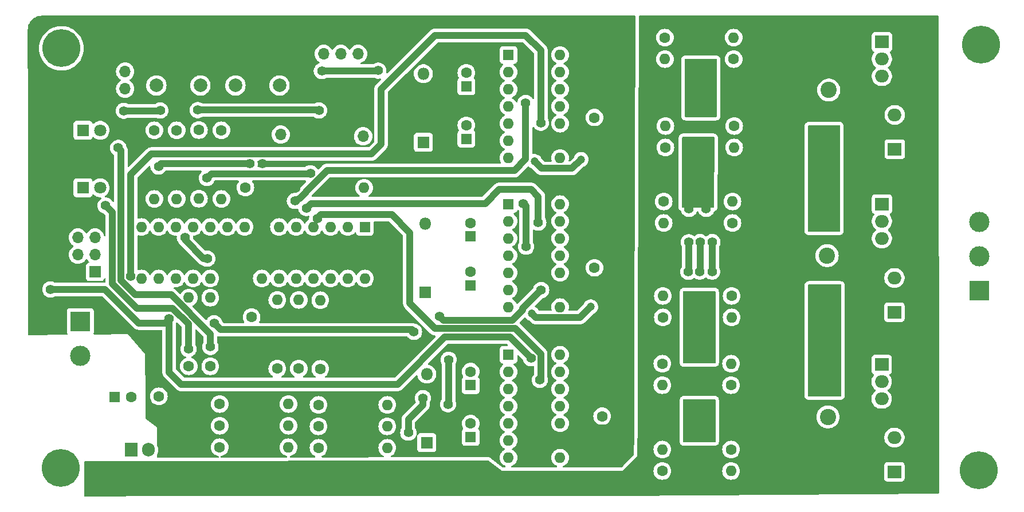
<source format=gbr>
%TF.GenerationSoftware,KiCad,Pcbnew,7.0.1-0*%
%TF.CreationDate,2024-01-23T12:35:28+01:00*%
%TF.ProjectId,BLDC ESC,424c4443-2045-4534-932e-6b696361645f,0.2*%
%TF.SameCoordinates,Original*%
%TF.FileFunction,Copper,L1,Top*%
%TF.FilePolarity,Positive*%
%FSLAX46Y46*%
G04 Gerber Fmt 4.6, Leading zero omitted, Abs format (unit mm)*
G04 Created by KiCad (PCBNEW 7.0.1-0) date 2024-01-23 12:35:28*
%MOMM*%
%LPD*%
G01*
G04 APERTURE LIST*
%TA.AperFunction,ComponentPad*%
%ADD10R,1.600000X1.600000*%
%TD*%
%TA.AperFunction,ComponentPad*%
%ADD11C,1.600000*%
%TD*%
%TA.AperFunction,ComponentPad*%
%ADD12O,1.600000X1.600000*%
%TD*%
%TA.AperFunction,ComponentPad*%
%ADD13C,3.600000*%
%TD*%
%TA.AperFunction,ConnectorPad*%
%ADD14C,5.600000*%
%TD*%
%TA.AperFunction,ComponentPad*%
%ADD15R,2.000000X1.905000*%
%TD*%
%TA.AperFunction,ComponentPad*%
%ADD16O,2.000000X1.905000*%
%TD*%
%TA.AperFunction,ComponentPad*%
%ADD17R,1.700000X1.700000*%
%TD*%
%TA.AperFunction,ComponentPad*%
%ADD18O,1.700000X1.700000*%
%TD*%
%TA.AperFunction,ComponentPad*%
%ADD19R,2.400000X2.400000*%
%TD*%
%TA.AperFunction,ComponentPad*%
%ADD20C,2.400000*%
%TD*%
%TA.AperFunction,ComponentPad*%
%ADD21R,1.800000X1.800000*%
%TD*%
%TA.AperFunction,ComponentPad*%
%ADD22O,1.800000X1.800000*%
%TD*%
%TA.AperFunction,ComponentPad*%
%ADD23C,2.000000*%
%TD*%
%TA.AperFunction,ComponentPad*%
%ADD24R,3.000000X3.000000*%
%TD*%
%TA.AperFunction,ComponentPad*%
%ADD25C,3.000000*%
%TD*%
%TA.AperFunction,ComponentPad*%
%ADD26C,1.800000*%
%TD*%
%TA.AperFunction,ComponentPad*%
%ADD27R,1.905000X2.000000*%
%TD*%
%TA.AperFunction,ComponentPad*%
%ADD28O,1.905000X2.000000*%
%TD*%
%TA.AperFunction,ViaPad*%
%ADD29C,1.400000*%
%TD*%
%TA.AperFunction,ViaPad*%
%ADD30C,1.200000*%
%TD*%
%TA.AperFunction,Conductor*%
%ADD31C,1.000000*%
%TD*%
G04 APERTURE END LIST*
D10*
%TO.P,C13,1*%
%TO.N,+5V*%
X106289000Y-109667113D03*
D11*
%TO.P,C13,2*%
%TO.N,GND*%
X103789000Y-109667113D03*
%TD*%
%TO.P,R27,1*%
%TO.N,Net-(D4-A)*%
X108204000Y-105222113D03*
D12*
%TO.P,R27,2*%
%TO.N,/MISO*%
X108204000Y-95062113D03*
%TD*%
D11*
%TO.P,R19,1*%
%TO.N,/V_GND*%
X127635000Y-105603113D03*
D12*
%TO.P,R19,2*%
%TO.N,/PH_C_BEMF*%
X127635000Y-95443113D03*
%TD*%
D11*
%TO.P,R6,1*%
%TO.N,GND*%
X188712000Y-59756113D03*
D12*
%TO.P,R6,2*%
%TO.N,Net-(U1-LO)*%
X178552000Y-59756113D03*
%TD*%
D11*
%TO.P,R21,1*%
%TO.N,GND*%
X112766000Y-114030562D03*
D12*
%TO.P,R21,2*%
%TO.N,/PH_B_BEMF*%
X122926000Y-114030562D03*
%TD*%
D11*
%TO.P,R18,1*%
%TO.N,/V_GND*%
X124457221Y-105557664D03*
D12*
%TO.P,R18,2*%
%TO.N,/PH_B_BEMF*%
X124457221Y-95397664D03*
%TD*%
D13*
%TO.P,REF\u002A\u002A,1*%
%TO.N,N/C*%
X225248199Y-57639949D03*
D14*
X225248199Y-57639949D03*
%TD*%
D15*
%TO.P,Q2,1,G*%
%TO.N,Net-(Q2-G)*%
X210627000Y-57216113D03*
D16*
%TO.P,Q2,2,D*%
%TO.N,/PH_A_MOT*%
X210627000Y-59756113D03*
%TO.P,Q2,3,S*%
%TO.N,GND*%
X210627000Y-62296113D03*
%TD*%
D17*
%TO.P,J5,1,Pin_1*%
%TO.N,+5V*%
X135753000Y-58994113D03*
D18*
%TO.P,J5,2,Pin_2*%
%TO.N,/UART_RX*%
X133213000Y-58994113D03*
%TO.P,J5,3,Pin_3*%
%TO.N,/UART_TX*%
X130673000Y-58994113D03*
%TO.P,J5,4,Pin_4*%
%TO.N,GND*%
X128133000Y-58994113D03*
%TD*%
D10*
%TO.P,U3,1,LO*%
%TO.N,Net-(U3-LO)*%
X155438000Y-103505000D03*
D12*
%TO.P,U3,2,COM*%
%TO.N,GND*%
X155438000Y-106045000D03*
%TO.P,U3,3,VCC*%
%TO.N,+12V*%
X155438000Y-108585000D03*
%TO.P,U3,4,NC*%
%TO.N,unconnected-(U3-NC-Pad4)*%
X155438000Y-111125000D03*
%TO.P,U3,5,VS*%
%TO.N,/PH_C_MOT*%
X155438000Y-113665000D03*
%TO.P,U3,6,VB*%
%TO.N,Net-(D2-K)*%
X155438000Y-116205000D03*
%TO.P,U3,7,HO*%
%TO.N,Net-(U3-HO)*%
X155438000Y-118745000D03*
%TO.P,U3,8,NC*%
%TO.N,unconnected-(U3-NC-Pad8)*%
X163058000Y-118745000D03*
%TO.P,U3,9,VDD*%
%TO.N,+5V*%
X163058000Y-116205000D03*
%TO.P,U3,10,HIN*%
%TO.N,/MOSI*%
X163058000Y-113665000D03*
%TO.P,U3,11,SD*%
%TO.N,GND*%
X163058000Y-111125000D03*
%TO.P,U3,12,LIN*%
%TO.N,/PH_C_LIN*%
X163058000Y-108585000D03*
%TO.P,U3,13,VSS*%
%TO.N,GND*%
X163058000Y-106045000D03*
%TO.P,U3,14,NC*%
%TO.N,unconnected-(U3-NC-Pad14)*%
X163058000Y-103505000D03*
%TD*%
D17*
%TO.P,J4,1,Pin_1*%
%TO.N,+5V*%
X124328000Y-70932113D03*
D18*
%TO.P,J4,2,Pin_2*%
%TO.N,/PWM_SEL*%
X121788000Y-70932113D03*
%TD*%
D11*
%TO.P,R1,1*%
%TO.N,GND*%
X188412551Y-94810892D03*
D12*
%TO.P,R1,2*%
%TO.N,Net-(U2-HO)*%
X178252551Y-94810892D03*
%TD*%
D11*
%TO.P,R10,1*%
%TO.N,Net-(U2-LO)*%
X178379551Y-80838113D03*
D12*
%TO.P,R10,2*%
%TO.N,Net-(Q4-G)*%
X188539551Y-80838113D03*
%TD*%
D10*
%TO.P,C5,1*%
%TO.N,Net-(D3-K)*%
X149860000Y-93252113D03*
D11*
%TO.P,C5,2*%
%TO.N,/PH_B_MOT*%
X149860000Y-91252113D03*
%TD*%
%TO.P,R20,1*%
%TO.N,GND*%
X112766000Y-110810113D03*
D12*
%TO.P,R20,2*%
%TO.N,/PH_C_BEMF*%
X122926000Y-110810113D03*
%TD*%
D19*
%TO.P,C16,1*%
%TO.N,+12V*%
X195263551Y-64330892D03*
D20*
%TO.P,C16,2*%
%TO.N,GND*%
X202763551Y-64330892D03*
%TD*%
D21*
%TO.P,D1,1,K*%
%TO.N,Net-(D1-K)*%
X142865000Y-72075113D03*
D22*
%TO.P,D1,2,A*%
%TO.N,+12V*%
X142865000Y-61915113D03*
%TD*%
D10*
%TO.P,C7,1*%
%TO.N,+12V*%
X149850000Y-108016113D03*
D11*
%TO.P,C7,2*%
%TO.N,GND*%
X149850000Y-106016113D03*
%TD*%
D15*
%TO.P,Q1,1,G*%
%TO.N,Net-(Q1-G)*%
X212517000Y-73091113D03*
D16*
%TO.P,Q1,2,D*%
%TO.N,+12V*%
X212517000Y-70551113D03*
%TO.P,Q1,3,S*%
%TO.N,/PH_A_MOT*%
X212517000Y-68011113D03*
%TD*%
D11*
%TO.P,R12,1*%
%TO.N,Net-(U3-LO)*%
X178171000Y-104841113D03*
D12*
%TO.P,R12,2*%
%TO.N,Net-(Q6-G)*%
X188331000Y-104841113D03*
%TD*%
D10*
%TO.P,C4,1*%
%TO.N,Net-(D1-K)*%
X149215000Y-71567113D03*
D11*
%TO.P,C4,2*%
%TO.N,/PH_A_MOT*%
X149215000Y-69567113D03*
%TD*%
D10*
%TO.P,U1,1,LO*%
%TO.N,Net-(U1-LO)*%
X155438000Y-59153113D03*
D12*
%TO.P,U1,2,COM*%
%TO.N,GND*%
X155438000Y-61693113D03*
%TO.P,U1,3,VCC*%
%TO.N,+12V*%
X155438000Y-64233113D03*
%TO.P,U1,4,NC*%
%TO.N,unconnected-(U1-NC-Pad4)*%
X155438000Y-66773113D03*
%TO.P,U1,5,VS*%
%TO.N,/PH_A_MOT*%
X155438000Y-69313113D03*
%TO.P,U1,6,VB*%
%TO.N,Net-(D1-K)*%
X155438000Y-71853113D03*
%TO.P,U1,7,HO*%
%TO.N,Net-(U1-HO)*%
X155438000Y-74393113D03*
%TO.P,U1,8,NC*%
%TO.N,unconnected-(U1-NC-Pad8)*%
X163058000Y-74393113D03*
%TO.P,U1,9,VDD*%
%TO.N,+5V*%
X163058000Y-71853113D03*
%TO.P,U1,10,HIN*%
%TO.N,/PH_A_HIN*%
X163058000Y-69313113D03*
%TO.P,U1,11,SD*%
%TO.N,GND*%
X163058000Y-66773113D03*
%TO.P,U1,12,LIN*%
%TO.N,/PH_A_LIN*%
X163058000Y-64233113D03*
%TO.P,U1,13,VSS*%
%TO.N,GND*%
X163058000Y-61693113D03*
%TO.P,U1,14,NC*%
%TO.N,unconnected-(U1-NC-Pad14)*%
X163058000Y-59153113D03*
%TD*%
D10*
%TO.P,C6,1*%
%TO.N,Net-(D2-K)*%
X149850000Y-115702226D03*
D11*
%TO.P,C6,2*%
%TO.N,/PH_C_MOT*%
X149850000Y-113702226D03*
%TD*%
D13*
%TO.P,REF\u002A\u002A,1*%
%TO.N,N/C*%
X89376250Y-58166000D03*
D14*
X89376250Y-58166000D03*
%TD*%
D15*
%TO.P,Q6,1,G*%
%TO.N,Net-(Q6-G)*%
X210582000Y-104968113D03*
D16*
%TO.P,Q6,2,D*%
%TO.N,/PH_C_MOT*%
X210582000Y-107508113D03*
%TO.P,Q6,3,S*%
%TO.N,GND*%
X210582000Y-110048113D03*
%TD*%
D11*
%TO.P,R14,1*%
%TO.N,/PH_A_BEMF*%
X127368221Y-117287113D03*
D12*
%TO.P,R14,2*%
%TO.N,/PH_A_MOT*%
X137528221Y-117287113D03*
%TD*%
D10*
%TO.P,C1,1*%
%TO.N,+5V*%
X168138000Y-70424113D03*
D11*
%TO.P,C1,2*%
%TO.N,GND*%
X168138000Y-68424113D03*
%TD*%
D23*
%TO.P,SW2,1,1*%
%TO.N,+5V*%
X103420000Y-59157113D03*
X109920000Y-59157113D03*
%TO.P,SW2,2,2*%
%TO.N,/DEC_BTN*%
X103420000Y-63657113D03*
X109920000Y-63657113D03*
%TD*%
D10*
%TO.P,C9,1*%
%TO.N,+12V*%
X149215000Y-63788113D03*
D11*
%TO.P,C9,2*%
%TO.N,GND*%
X149215000Y-61788113D03*
%TD*%
D24*
%TO.P,J2,1,Pin_1*%
%TO.N,GND*%
X92202000Y-98618113D03*
D25*
%TO.P,J2,2,Pin_2*%
%TO.N,+12V*%
X92202000Y-103698113D03*
%TD*%
D17*
%TO.P,J3,1,Pin_1*%
%TO.N,+5V*%
X131430000Y-71186113D03*
D18*
%TO.P,J3,2,Pin_2*%
%TO.N,/DIR_SEL*%
X133970000Y-71186113D03*
%TD*%
D13*
%TO.P,REF\u002A\u002A,1*%
%TO.N,N/C*%
X224917049Y-120650049D03*
D14*
X224917049Y-120650049D03*
%TD*%
D10*
%TO.P,U2,1,LO*%
%TO.N,Net-(U2-LO)*%
X155448000Y-81214113D03*
D12*
%TO.P,U2,2,COM*%
%TO.N,GND*%
X155448000Y-83754113D03*
%TO.P,U2,3,VCC*%
%TO.N,+12V*%
X155448000Y-86294113D03*
%TO.P,U2,4,NC*%
%TO.N,unconnected-(U2-NC-Pad4)*%
X155448000Y-88834113D03*
%TO.P,U2,5,VS*%
%TO.N,/PH_B_MOT*%
X155448000Y-91374113D03*
%TO.P,U2,6,VB*%
%TO.N,Net-(D3-K)*%
X155448000Y-93914113D03*
%TO.P,U2,7,HO*%
%TO.N,Net-(U2-HO)*%
X155448000Y-96454113D03*
%TO.P,U2,8,NC*%
%TO.N,unconnected-(U2-NC-Pad8)*%
X163068000Y-96454113D03*
%TO.P,U2,9,VDD*%
%TO.N,+5V*%
X163068000Y-93914113D03*
%TO.P,U2,10,HIN*%
%TO.N,/PH_B_HIN*%
X163068000Y-91374113D03*
%TO.P,U2,11,SD*%
%TO.N,GND*%
X163068000Y-88834113D03*
%TO.P,U2,12,LIN*%
%TO.N,/PH_B_LIN*%
X163068000Y-86294113D03*
%TO.P,U2,13,VSS*%
%TO.N,GND*%
X163068000Y-83754113D03*
%TO.P,U2,14,NC*%
%TO.N,unconnected-(U2-NC-Pad14)*%
X163068000Y-81214113D03*
%TD*%
D10*
%TO.P,C3,1*%
%TO.N,+5V*%
X168148000Y-92649113D03*
D11*
%TO.P,C3,2*%
%TO.N,GND*%
X168148000Y-90649113D03*
%TD*%
%TO.P,R2,1*%
%TO.N,GND*%
X188539551Y-84013113D03*
D12*
%TO.P,R2,2*%
%TO.N,Net-(U2-LO)*%
X178379551Y-84013113D03*
%TD*%
D11*
%TO.P,R11,1*%
%TO.N,Net-(U3-HO)*%
X178171000Y-120716113D03*
D12*
%TO.P,R11,2*%
%TO.N,Net-(Q5-G)*%
X188331000Y-120716113D03*
%TD*%
D19*
%TO.P,C14,1*%
%TO.N,+12V*%
X195016551Y-88841892D03*
D20*
%TO.P,C14,2*%
%TO.N,GND*%
X202516551Y-88841892D03*
%TD*%
D10*
%TO.P,C2,1*%
%TO.N,+5V*%
X169281000Y-114620113D03*
D11*
%TO.P,C2,2*%
%TO.N,GND*%
X169281000Y-112620113D03*
%TD*%
D10*
%TO.P,C10,1*%
%TO.N,+12V*%
X97209888Y-109794113D03*
D11*
%TO.P,C10,2*%
%TO.N,GND*%
X99709888Y-109794113D03*
%TD*%
D15*
%TO.P,Q4,1,G*%
%TO.N,Net-(Q4-G)*%
X210627000Y-81219113D03*
D16*
%TO.P,Q4,2,D*%
%TO.N,/PH_B_MOT*%
X210627000Y-83759113D03*
%TO.P,Q4,3,S*%
%TO.N,GND*%
X210627000Y-86299113D03*
%TD*%
D11*
%TO.P,R22,1*%
%TO.N,GND*%
X112766000Y-117205562D03*
D12*
%TO.P,R22,2*%
%TO.N,/PH_A_BEMF*%
X122926000Y-117205562D03*
%TD*%
D11*
%TO.P,R8,1*%
%TO.N,Net-(U1-LO)*%
X178552000Y-56581113D03*
D12*
%TO.P,R8,2*%
%TO.N,Net-(Q2-G)*%
X188712000Y-56581113D03*
%TD*%
D11*
%TO.P,R26,1*%
%TO.N,GND*%
X103114000Y-70297113D03*
D12*
%TO.P,R26,2*%
%TO.N,/DEC_BTN*%
X103114000Y-80457113D03*
%TD*%
D11*
%TO.P,R17,1*%
%TO.N,/V_GND*%
X121282221Y-105557664D03*
D12*
%TO.P,R17,2*%
%TO.N,/PH_A_BEMF*%
X121282221Y-95397664D03*
%TD*%
D17*
%TO.P,J6,1,Pin_1*%
%TO.N,/MISO*%
X94361000Y-91252113D03*
D18*
%TO.P,J6,2,Pin_2*%
%TO.N,+5V*%
X91821000Y-91252113D03*
%TO.P,J6,3,Pin_3*%
%TO.N,/ERR_LED*%
X94361000Y-88712113D03*
%TO.P,J6,4,Pin_4*%
%TO.N,/MOSI*%
X91821000Y-88712113D03*
%TO.P,J6,5,Pin_5*%
%TO.N,/RESET*%
X94361000Y-86172113D03*
%TO.P,J6,6,Pin_6*%
%TO.N,GND*%
X91821000Y-86172113D03*
%TD*%
D11*
%TO.P,R9,1*%
%TO.N,Net-(U2-HO)*%
X178252551Y-97985892D03*
D12*
%TO.P,R9,2*%
%TO.N,Net-(Q3-G)*%
X188412551Y-97985892D03*
%TD*%
D19*
%TO.P,C15,1*%
%TO.N,+12V*%
X195143551Y-112717892D03*
D20*
%TO.P,C15,2*%
%TO.N,GND*%
X202643551Y-112717892D03*
%TD*%
D17*
%TO.P,J7,1,Pin_1*%
%TO.N,+5V*%
X98806000Y-59070000D03*
D18*
%TO.P,J7,2,Pin_2*%
%TO.N,/PWM_IN*%
X98806000Y-61610000D03*
%TO.P,J7,3,Pin_3*%
%TO.N,GND*%
X98806000Y-64150000D03*
%TD*%
D21*
%TO.P,D5,1,K*%
%TO.N,GND*%
X92568000Y-70297113D03*
D26*
%TO.P,D5,2,A*%
%TO.N,Net-(D5-A)*%
X95108000Y-70297113D03*
%TD*%
D24*
%TO.P,J1,1,Pin_1*%
%TO.N,/PH_C_MOT*%
X225034000Y-94046113D03*
D25*
%TO.P,J1,2,Pin_2*%
%TO.N,/PH_B_MOT*%
X225034000Y-88966113D03*
%TO.P,J1,3,Pin_3*%
%TO.N,/PH_A_MOT*%
X225034000Y-83886113D03*
%TD*%
D11*
%TO.P,R3,1*%
%TO.N,GND*%
X188331000Y-117541113D03*
D12*
%TO.P,R3,2*%
%TO.N,Net-(U3-HO)*%
X178171000Y-117541113D03*
%TD*%
D11*
%TO.P,R13,1*%
%TO.N,+5V*%
X123942000Y-78806113D03*
D12*
%TO.P,R13,2*%
%TO.N,/RESET*%
X134102000Y-78806113D03*
%TD*%
D13*
%TO.P,REF\u002A\u002A,1*%
%TO.N,N/C*%
X89299100Y-120287100D03*
D14*
X89299100Y-120287100D03*
%TD*%
D11*
%TO.P,R24,1*%
%TO.N,GND*%
X109699949Y-70251664D03*
D12*
%TO.P,R24,2*%
%TO.N,/DIR_SEL*%
X109699949Y-80411664D03*
%TD*%
D10*
%TO.P,C11,1*%
%TO.N,+5V*%
X114987108Y-97937664D03*
D11*
%TO.P,C11,2*%
%TO.N,GND*%
X117487108Y-97937664D03*
%TD*%
D15*
%TO.P,Q5,1,G*%
%TO.N,Net-(Q5-G)*%
X212461000Y-120843113D03*
D16*
%TO.P,Q5,2,D*%
%TO.N,+12V*%
X212461000Y-118303113D03*
%TO.P,Q5,3,S*%
%TO.N,/PH_C_MOT*%
X212461000Y-115763113D03*
%TD*%
D11*
%TO.P,R28,1*%
%TO.N,Net-(D5-A)*%
X111379000Y-105222113D03*
D12*
%TO.P,R28,2*%
%TO.N,/ERR_LED*%
X111379000Y-95062113D03*
%TD*%
D11*
%TO.P,R23,1*%
%TO.N,GND*%
X113020000Y-70297113D03*
D12*
%TO.P,R23,2*%
%TO.N,/PWM_SEL*%
X113020000Y-80457113D03*
%TD*%
D10*
%TO.P,C12,1*%
%TO.N,+5V*%
X119073221Y-78760664D03*
D11*
%TO.P,C12,2*%
%TO.N,GND*%
X116573221Y-78760664D03*
%TD*%
%TO.P,R25,1*%
%TO.N,GND*%
X106416000Y-70297113D03*
D12*
%TO.P,R25,2*%
%TO.N,/INC_BTN*%
X106416000Y-80457113D03*
%TD*%
D10*
%TO.P,C8,1*%
%TO.N,+12V*%
X149860000Y-86013113D03*
D11*
%TO.P,C8,2*%
%TO.N,GND*%
X149860000Y-84013113D03*
%TD*%
%TO.P,R4,1*%
%TO.N,GND*%
X188331000Y-108016113D03*
D12*
%TO.P,R4,2*%
%TO.N,Net-(U3-LO)*%
X178171000Y-108016113D03*
%TD*%
D27*
%TO.P,U5,1,Vin*%
%TO.N,+12V*%
X99685000Y-117597113D03*
D28*
%TO.P,U5,2,GND*%
%TO.N,GND*%
X102225000Y-117597113D03*
%TO.P,U5,3,Vout*%
%TO.N,+5V*%
X104765000Y-117597113D03*
%TD*%
D11*
%TO.P,R5,1*%
%TO.N,GND*%
X188793551Y-69662113D03*
D12*
%TO.P,R5,2*%
%TO.N,Net-(U1-HO)*%
X178633551Y-69662113D03*
%TD*%
D11*
%TO.P,R16,1*%
%TO.N,/PH_C_BEMF*%
X127371000Y-110937113D03*
D12*
%TO.P,R16,2*%
%TO.N,/PH_C_MOT*%
X137531000Y-110937113D03*
%TD*%
D10*
%TO.P,U4,1,~{RESET}/PC6*%
%TO.N,/RESET*%
X134226221Y-84602664D03*
D12*
%TO.P,U4,2,PD0*%
%TO.N,/UART_RX*%
X131686221Y-84602664D03*
%TO.P,U4,3,PD1*%
%TO.N,/UART_TX*%
X129146221Y-84602664D03*
%TO.P,U4,4,PD2*%
%TO.N,/PH_C_LIN*%
X126606221Y-84602664D03*
%TO.P,U4,5,PD3*%
%TO.N,/PH_B_LIN*%
X124066221Y-84602664D03*
%TO.P,U4,6,PD4*%
%TO.N,/PH_A_LIN*%
X121526221Y-84602664D03*
%TO.P,U4,7,VCC*%
%TO.N,+5V*%
X118986221Y-84602664D03*
%TO.P,U4,8,GND*%
%TO.N,GND*%
X116446221Y-84602664D03*
%TO.P,U4,9,XTAL1/PB6*%
%TO.N,/PWM_SEL*%
X113906221Y-84602664D03*
%TO.P,U4,10,XTAL2/PB7*%
%TO.N,/DIR_SEL*%
X111366221Y-84602664D03*
%TO.P,U4,11,PD5*%
%TO.N,/INC_BTN*%
X108826221Y-84602664D03*
%TO.P,U4,12,PD6*%
%TO.N,/V_GND*%
X106286221Y-84602664D03*
%TO.P,U4,13,PD7*%
%TO.N,/DEC_BTN*%
X103746221Y-84602664D03*
%TO.P,U4,14,PB0*%
%TO.N,/PWM_IN*%
X101206221Y-84602664D03*
%TO.P,U4,15,PB1*%
%TO.N,/PH_A_HIN*%
X101206221Y-92222664D03*
%TO.P,U4,16,PB2*%
%TO.N,/PH_B_HIN*%
X103746221Y-92222664D03*
%TO.P,U4,17,PB3*%
%TO.N,/MOSI*%
X106286221Y-92222664D03*
%TO.P,U4,18,PB4*%
%TO.N,/MISO*%
X108826221Y-92222664D03*
%TO.P,U4,19,PB5*%
%TO.N,/ERR_LED*%
X111366221Y-92222664D03*
%TO.P,U4,20,AVCC*%
%TO.N,+5V*%
X113906221Y-92222664D03*
%TO.P,U4,21,AREF*%
X116446221Y-92222664D03*
%TO.P,U4,22,GND*%
%TO.N,GND*%
X118986221Y-92222664D03*
%TO.P,U4,23,PC0*%
%TO.N,/PH_A_BEMF*%
X121526221Y-92222664D03*
%TO.P,U4,24,PC1*%
%TO.N,/PH_B_BEMF*%
X124066221Y-92222664D03*
%TO.P,U4,25,PC2*%
%TO.N,/PH_C_BEMF*%
X126606221Y-92222664D03*
%TO.P,U4,26,PC3*%
%TO.N,unconnected-(U4-PC3-Pad26)*%
X129146221Y-92222664D03*
%TO.P,U4,27,PC4*%
%TO.N,unconnected-(U4-PC4-Pad27)*%
X131686221Y-92222664D03*
%TO.P,U4,28,PC5*%
%TO.N,unconnected-(U4-PC5-Pad28)*%
X134226221Y-92222664D03*
%TD*%
D23*
%TO.P,SW1,1,1*%
%TO.N,+5V*%
X115104000Y-59157113D03*
X121604000Y-59157113D03*
%TO.P,SW1,2,2*%
%TO.N,/INC_BTN*%
X115104000Y-63657113D03*
X121604000Y-63657113D03*
%TD*%
D21*
%TO.P,D2,1,K*%
%TO.N,Net-(D2-K)*%
X143373000Y-116525113D03*
D22*
%TO.P,D2,2,A*%
%TO.N,+12V*%
X143373000Y-106365113D03*
%TD*%
D21*
%TO.P,D3,1,K*%
%TO.N,Net-(D3-K)*%
X143129000Y-94300113D03*
D22*
%TO.P,D3,2,A*%
%TO.N,+12V*%
X143129000Y-84140113D03*
%TD*%
D11*
%TO.P,R7,1*%
%TO.N,Net-(U1-HO)*%
X178633551Y-72837113D03*
D12*
%TO.P,R7,2*%
%TO.N,Net-(Q1-G)*%
X188793551Y-72837113D03*
%TD*%
D11*
%TO.P,R15,1*%
%TO.N,/PH_B_BEMF*%
X127368221Y-114112113D03*
D12*
%TO.P,R15,2*%
%TO.N,/PH_B_MOT*%
X137528221Y-114112113D03*
%TD*%
D21*
%TO.P,D4,1,K*%
%TO.N,GND*%
X92568000Y-78806113D03*
D26*
%TO.P,D4,2,A*%
%TO.N,Net-(D4-A)*%
X95108000Y-78806113D03*
%TD*%
D15*
%TO.P,Q3,1,G*%
%TO.N,Net-(Q3-G)*%
X212461000Y-97221113D03*
D16*
%TO.P,Q3,2,D*%
%TO.N,+12V*%
X212461000Y-94681113D03*
%TO.P,Q3,3,S*%
%TO.N,/PH_B_MOT*%
X212461000Y-92141113D03*
%TD*%
D29*
%TO.N,+5V*%
X119126000Y-86360000D03*
D30*
X168097200Y-94792800D03*
D29*
X116433600Y-94081600D03*
X116433600Y-90532201D03*
X119075200Y-75261900D03*
%TO.N,GND*%
X203403200Y-108610400D03*
X127863600Y-61518800D03*
X103987600Y-67360800D03*
X200710800Y-95961200D03*
X182016400Y-91236800D03*
X200660000Y-94284800D03*
X182321200Y-115265200D03*
X203352400Y-72136000D03*
X200609200Y-84531200D03*
X203403200Y-106934000D03*
X184962800Y-61112400D03*
X109524800Y-67310000D03*
X182676800Y-61112400D03*
X200660000Y-106984800D03*
X182118000Y-81916700D03*
X136194800Y-61468000D03*
X184912000Y-67056000D03*
X182321200Y-95402400D03*
X158038800Y-87528400D03*
X146608800Y-104241600D03*
X200710800Y-108610400D03*
X182270400Y-103682800D03*
X203250800Y-84480400D03*
X185115200Y-95453200D03*
X203403200Y-70561200D03*
X185521600Y-91211400D03*
X140638628Y-115040837D03*
X185064400Y-103682800D03*
X117195600Y-75261900D03*
X185572400Y-86842600D03*
X203504800Y-96062800D03*
X98602800Y-67411600D03*
X182067200Y-86868000D03*
X127457200Y-67360800D03*
X183692800Y-91211400D03*
X146507200Y-110845600D03*
X184658000Y-81916700D03*
X200812400Y-70561200D03*
X184708800Y-72999600D03*
X200609200Y-83007200D03*
X182168800Y-110998000D03*
X182626000Y-67056000D03*
X200863200Y-72034400D03*
X182219600Y-72948800D03*
X185166000Y-110998000D03*
X203200000Y-82956400D03*
X157623448Y-81118648D03*
X183743600Y-86842600D03*
X103733600Y-75641200D03*
X203504800Y-94284800D03*
X185115200Y-115265200D03*
X142798800Y-109931200D03*
%TO.N,+12V*%
X208940400Y-95605600D03*
X206451200Y-71628000D03*
X197459600Y-93218000D03*
X206451200Y-69494400D03*
X197307200Y-116586000D03*
X197358000Y-118770400D03*
X208483200Y-71628000D03*
X192735200Y-93218000D03*
X195021200Y-95402400D03*
X193040000Y-68681600D03*
X206298800Y-118770400D03*
X194970400Y-93268800D03*
X208381600Y-116890800D03*
X195072000Y-116636800D03*
X94081600Y-120446800D03*
X208432400Y-69494400D03*
X192989200Y-118719600D03*
X192786000Y-95402400D03*
X98704400Y-123748800D03*
X209042000Y-93573600D03*
X206806800Y-95504000D03*
X193090800Y-70561200D03*
X94081600Y-123748800D03*
X195021200Y-70561200D03*
X195122800Y-118719600D03*
X206806800Y-93573600D03*
X98704400Y-122123200D03*
X193040000Y-116636800D03*
X98704400Y-120446800D03*
X197459600Y-68529200D03*
X94081600Y-122123200D03*
X206248000Y-116890800D03*
X96316800Y-120446800D03*
X197408800Y-70612000D03*
X96418400Y-123748800D03*
X208330800Y-118770400D03*
X197459600Y-95453200D03*
X195072000Y-68580000D03*
X96367600Y-122174000D03*
D30*
%TO.N,Net-(U2-HO)*%
X158888504Y-97405700D03*
X167589200Y-96418400D03*
%TO.N,Net-(U1-HO)*%
X159294671Y-74911689D03*
X166166800Y-74621900D03*
D29*
%TO.N,Net-(D4-A)*%
X108153200Y-102666800D03*
X95910400Y-81432400D03*
%TO.N,Net-(D5-A)*%
X97790000Y-72898000D03*
X111404400Y-102362000D03*
%TO.N,/DIR_SEL*%
X126169482Y-76650049D03*
X110885461Y-77357461D03*
%TO.N,/MOSI*%
X158756249Y-104003716D03*
X105311522Y-98178633D03*
X87757000Y-93853000D03*
%TO.N,/V_GND*%
X107633350Y-86168650D03*
X110947200Y-89282700D03*
%TO.N,/PH_A_HIN*%
X160223200Y-69189600D03*
X99625438Y-91924300D03*
%TO.N,/PH_A_LIN*%
X123886988Y-80749741D03*
X157988000Y-66243200D03*
%TO.N,/PH_B_HIN*%
X141478000Y-100126800D03*
X111963200Y-98856800D03*
X145262600Y-97815400D03*
X160274000Y-93929200D03*
%TO.N,/PH_B_LIN*%
X125577600Y-81795237D03*
X159852949Y-83939068D03*
%TO.N,/PH_C_LIN*%
X127186713Y-83321801D03*
X160072052Y-107238800D03*
%TD*%
D31*
%TO.N,+5V*%
X116433600Y-90532201D02*
X119126000Y-87839801D01*
X119126000Y-87839801D02*
X119126000Y-86360000D01*
%TO.N,GND*%
X158038800Y-87528400D02*
X158038800Y-81534000D01*
X183743600Y-86842600D02*
X183743600Y-91160600D01*
X136144000Y-61518800D02*
X136194800Y-61468000D01*
X142798800Y-110947200D02*
X140638628Y-113107372D01*
X182067200Y-91186000D02*
X182016400Y-91236800D01*
X185572400Y-86842600D02*
X185572400Y-91160600D01*
X140638628Y-113107372D02*
X140638628Y-115040837D01*
X103733600Y-75641200D02*
X104116300Y-75258500D01*
X127406400Y-67310000D02*
X127457200Y-67360800D01*
X109524800Y-67310000D02*
X127406400Y-67310000D01*
X104116300Y-75258500D02*
X117192200Y-75258500D01*
X127863600Y-61518800D02*
X136144000Y-61518800D01*
X146608800Y-104241600D02*
X146608800Y-110744000D01*
X146608800Y-110744000D02*
X146507200Y-110845600D01*
X182067200Y-86868000D02*
X182067200Y-91186000D01*
X158038800Y-81534000D02*
X157623448Y-81118648D01*
X117192200Y-75258500D02*
X117195600Y-75261900D01*
X98602800Y-67411600D02*
X103936800Y-67411600D01*
X142798800Y-109931200D02*
X142798800Y-110947200D01*
%TO.N,Net-(U2-HO)*%
X166003487Y-98004113D02*
X159486917Y-98004113D01*
X159486917Y-98004113D02*
X158888504Y-97405700D01*
X167589200Y-96418400D02*
X166003487Y-98004113D01*
%TO.N,Net-(U1-HO)*%
X159294671Y-74911689D02*
X160326095Y-75943113D01*
X160326095Y-75943113D02*
X164845587Y-75943113D01*
X164845587Y-75943113D02*
X166166800Y-74621900D01*
%TO.N,Net-(D4-A)*%
X95910400Y-81432400D02*
X96926437Y-82448437D01*
X96926437Y-82448437D02*
X96926437Y-93042264D01*
X96926437Y-93042264D02*
X100511306Y-96627133D01*
X100511306Y-96627133D02*
X105809926Y-96627133D01*
X105809926Y-96627133D02*
X108153200Y-98970407D01*
X108153200Y-98970407D02*
X108153200Y-102666800D01*
%TO.N,Net-(D5-A)*%
X105590255Y-94640400D02*
X100291635Y-94640400D01*
X111404400Y-100454545D02*
X105590255Y-94640400D01*
X98175938Y-73283938D02*
X97790000Y-72898000D01*
X100291635Y-94640400D02*
X98175938Y-92524703D01*
X111404400Y-102362000D02*
X111404400Y-100454545D01*
X98175938Y-92524703D02*
X98175938Y-73283938D01*
%TO.N,/DIR_SEL*%
X111531522Y-76711400D02*
X126108131Y-76711400D01*
X126108131Y-76711400D02*
X126169482Y-76650049D01*
X110885461Y-77357461D02*
X111531522Y-76711400D01*
%TO.N,/MOSI*%
X105311522Y-106124322D02*
X107086400Y-107899200D01*
X95834200Y-93853000D02*
X100807149Y-98825949D01*
X100807149Y-98825949D02*
X104664206Y-98825949D01*
X107086400Y-107899200D02*
X139039600Y-107899200D01*
X155651135Y-100898602D02*
X158756249Y-104003716D01*
X87757000Y-93853000D02*
X95834200Y-93853000D01*
X104664206Y-98825949D02*
X105311522Y-98178633D01*
X146040198Y-100898602D02*
X155651135Y-100898602D01*
X105311522Y-98178633D02*
X105311522Y-106124322D01*
X139039600Y-107899200D02*
X146040198Y-100898602D01*
%TO.N,/V_GND*%
X107633350Y-86524250D02*
X110391800Y-89282700D01*
X110391800Y-89282700D02*
X110947200Y-89282700D01*
X107633350Y-86168650D02*
X107633350Y-86524250D01*
%TO.N,/PH_A_HIN*%
X160223200Y-69189600D02*
X160223200Y-58470800D01*
X135178800Y-73812400D02*
X102666800Y-73812400D01*
X160223200Y-58470800D02*
X157988000Y-56235600D01*
X136601200Y-72390000D02*
X135178800Y-73812400D01*
X144576800Y-56235600D02*
X136601200Y-64211200D01*
X102666800Y-73812400D02*
X99625438Y-76853762D01*
X157988000Y-56235600D02*
X144576800Y-56235600D01*
X136601200Y-64211200D02*
X136601200Y-72390000D01*
X99625438Y-76853762D02*
X99625438Y-91924300D01*
%TO.N,/PH_A_LIN*%
X123886988Y-80749741D02*
X124119693Y-80749741D01*
X157988000Y-74574400D02*
X157988000Y-66243200D01*
X125492000Y-79448145D02*
X125492000Y-79377434D01*
X125492000Y-79377434D02*
X128618634Y-76250800D01*
X124584032Y-80356113D02*
X125492000Y-79448145D01*
X124119693Y-80749741D02*
X124513321Y-80356113D01*
X156311600Y-76250800D02*
X157988000Y-74574400D01*
X128618634Y-76250800D02*
X156311600Y-76250800D01*
X124513321Y-80356113D02*
X124584032Y-80356113D01*
%TO.N,/PH_B_HIN*%
X145846800Y-98399600D02*
X145262600Y-97815400D01*
X111963200Y-98856800D02*
X112928400Y-99822000D01*
X160274000Y-93929200D02*
X157539004Y-96664196D01*
X157539004Y-96867396D02*
X156006800Y-98399600D01*
X141173200Y-99822000D02*
X141478000Y-100126800D01*
X157539004Y-96664196D02*
X157539004Y-96867396D01*
X156006800Y-98399600D02*
X145846800Y-98399600D01*
X112928400Y-99822000D02*
X141173200Y-99822000D01*
%TO.N,/PH_B_LIN*%
X125577600Y-81795237D02*
X126245237Y-81127600D01*
X152007163Y-81127600D02*
X154089963Y-79044800D01*
X159852949Y-80096949D02*
X159852949Y-83939068D01*
X126245237Y-81127600D02*
X152007163Y-81127600D01*
X158800800Y-79044800D02*
X159852949Y-80096949D01*
X154089963Y-79044800D02*
X158800800Y-79044800D01*
%TO.N,/PH_C_LIN*%
X138226800Y-82804000D02*
X140868400Y-85445600D01*
X140868400Y-95910400D02*
X144607101Y-99649101D01*
X140868400Y-85445600D02*
X140868400Y-95910400D01*
X144607101Y-99649101D02*
X156451537Y-99649101D01*
X160205749Y-103403313D02*
X160205749Y-107105103D01*
X156451537Y-99649101D02*
X160205749Y-103403313D01*
X127704514Y-82804000D02*
X138226800Y-82804000D01*
X160205749Y-107105103D02*
X160072052Y-107238800D01*
X127186713Y-83321801D02*
X127704514Y-82804000D01*
%TD*%
%TA.AperFunction,Conductor*%
%TO.N,GND*%
G36*
X185814772Y-71289113D02*
G01*
X185860185Y-71334746D01*
X185876598Y-71396999D01*
X185826996Y-81664599D01*
X185810184Y-81726346D01*
X185764824Y-81771487D01*
X185702997Y-81788000D01*
X181175801Y-81788000D01*
X181113628Y-81771287D01*
X181068215Y-81725654D01*
X181051802Y-81663401D01*
X181101404Y-71395801D01*
X181118216Y-71334054D01*
X181163576Y-71288913D01*
X181225403Y-71272400D01*
X185752599Y-71272400D01*
X185814772Y-71289113D01*
G37*
%TD.AperFunction*%
%TD*%
%TA.AperFunction,Conductor*%
%TO.N,GND*%
G36*
X204560400Y-93133013D02*
G01*
X204605787Y-93178400D01*
X204622400Y-93240400D01*
X204622400Y-109553200D01*
X204605787Y-109615200D01*
X204560400Y-109660587D01*
X204498400Y-109677200D01*
X199818800Y-109677200D01*
X199756800Y-109660587D01*
X199711413Y-109615200D01*
X199694800Y-109553200D01*
X199694800Y-93240400D01*
X199711413Y-93178400D01*
X199756800Y-93133013D01*
X199818800Y-93116400D01*
X204498400Y-93116400D01*
X204560400Y-93133013D01*
G37*
%TD.AperFunction*%
%TD*%
%TA.AperFunction,Conductor*%
%TO.N,GND*%
G36*
X204408000Y-69561813D02*
G01*
X204453387Y-69607200D01*
X204470000Y-69669200D01*
X204470000Y-85169200D01*
X204453387Y-85231200D01*
X204408000Y-85276587D01*
X204346000Y-85293200D01*
X199818800Y-85293200D01*
X199756800Y-85276587D01*
X199711413Y-85231200D01*
X199694800Y-85169200D01*
X199694800Y-69669200D01*
X199711413Y-69607200D01*
X199756800Y-69561813D01*
X199818800Y-69545200D01*
X204346000Y-69545200D01*
X204408000Y-69561813D01*
G37*
%TD.AperFunction*%
%TD*%
%TA.AperFunction,Conductor*%
%TO.N,GND*%
G36*
X185967600Y-110100213D02*
G01*
X186012987Y-110145600D01*
X186029600Y-110207600D01*
X186029600Y-116360400D01*
X186012987Y-116422400D01*
X185967600Y-116467787D01*
X185905600Y-116484400D01*
X181378400Y-116484400D01*
X181316400Y-116467787D01*
X181271013Y-116422400D01*
X181254400Y-116360400D01*
X181254400Y-110207600D01*
X181271013Y-110145600D01*
X181316400Y-110100213D01*
X181378400Y-110083600D01*
X185905600Y-110083600D01*
X185967600Y-110100213D01*
G37*
%TD.AperFunction*%
%TD*%
%TA.AperFunction,Conductor*%
%TO.N,GND*%
G36*
X186186242Y-59710614D02*
G01*
X186231629Y-59756001D01*
X186248242Y-59818001D01*
X186248242Y-68206001D01*
X186231629Y-68268001D01*
X186186242Y-68313388D01*
X186124242Y-68330001D01*
X181597042Y-68330001D01*
X181535042Y-68313388D01*
X181489655Y-68268001D01*
X181473042Y-68206001D01*
X181473042Y-59818001D01*
X181489655Y-59756001D01*
X181535042Y-59710614D01*
X181597042Y-59694001D01*
X186124242Y-59694001D01*
X186186242Y-59710614D01*
G37*
%TD.AperFunction*%
%TD*%
%TA.AperFunction,Conductor*%
%TO.N,+5V*%
G36*
X174132524Y-53337960D02*
G01*
X174177935Y-53383506D01*
X174194421Y-53445673D01*
X174187586Y-55646789D01*
X174184689Y-56579542D01*
X174184684Y-56581112D01*
X174174829Y-59754542D01*
X174174824Y-59756112D01*
X174148685Y-68172873D01*
X174148587Y-68204432D01*
X174144065Y-69660543D01*
X174144060Y-69662112D01*
X174134205Y-72835543D01*
X174134200Y-72837112D01*
X174109357Y-80836543D01*
X174109352Y-80838112D01*
X174099497Y-84011543D01*
X174099492Y-84013112D01*
X174096005Y-85136072D01*
X174077064Y-91235230D01*
X174077059Y-91236799D01*
X174074007Y-92219624D01*
X174065964Y-94809322D01*
X174065959Y-94810891D01*
X174056104Y-97984322D01*
X174056099Y-97985891D01*
X174034814Y-104839542D01*
X174034809Y-104841112D01*
X174024954Y-108014542D01*
X174024949Y-108016112D01*
X174023254Y-108561792D01*
X174020278Y-109520072D01*
X174020180Y-109551631D01*
X173999138Y-116327272D01*
X173995373Y-117539542D01*
X173995373Y-117539554D01*
X173995368Y-117541114D01*
X173993294Y-118208650D01*
X173984054Y-118255237D01*
X173957978Y-118294933D01*
X173212226Y-119058029D01*
X172393679Y-119895613D01*
X172228327Y-120064811D01*
X172137287Y-120157968D01*
X172096714Y-120185586D01*
X172048604Y-120195300D01*
X163584396Y-120195300D01*
X163520531Y-120177589D01*
X163474911Y-120129515D01*
X163460566Y-120064811D01*
X163481595Y-120001960D01*
X163531991Y-119958918D01*
X163619580Y-119918074D01*
X163710734Y-119875568D01*
X163897139Y-119745047D01*
X164058047Y-119584139D01*
X164188568Y-119397734D01*
X164284739Y-119191496D01*
X164343635Y-118971692D01*
X164363468Y-118745000D01*
X164359837Y-118703503D01*
X164348398Y-118572748D01*
X164343635Y-118518308D01*
X164284739Y-118298504D01*
X164188568Y-118092266D01*
X164161834Y-118054086D01*
X164058046Y-117905859D01*
X163897140Y-117744953D01*
X163710735Y-117614432D01*
X163504497Y-117518261D01*
X163284689Y-117459364D01*
X163058000Y-117439531D01*
X162831310Y-117459364D01*
X162611502Y-117518261D01*
X162405264Y-117614432D01*
X162218859Y-117744953D01*
X162057953Y-117905859D01*
X161927432Y-118092264D01*
X161831261Y-118298502D01*
X161772364Y-118518310D01*
X161752531Y-118744999D01*
X161772364Y-118971689D01*
X161831261Y-119191497D01*
X161927432Y-119397735D01*
X162057953Y-119584140D01*
X162218859Y-119745046D01*
X162405264Y-119875567D01*
X162584009Y-119958918D01*
X162634405Y-120001960D01*
X162655434Y-120064811D01*
X162641089Y-120129515D01*
X162595469Y-120177589D01*
X162531604Y-120195300D01*
X155964396Y-120195300D01*
X155900531Y-120177589D01*
X155854911Y-120129515D01*
X155840566Y-120064811D01*
X155861595Y-120001960D01*
X155911991Y-119958918D01*
X155999580Y-119918074D01*
X156090734Y-119875568D01*
X156277139Y-119745047D01*
X156438047Y-119584139D01*
X156568568Y-119397734D01*
X156664739Y-119191496D01*
X156723635Y-118971692D01*
X156743468Y-118745000D01*
X156739837Y-118703503D01*
X156728398Y-118572748D01*
X156723635Y-118518308D01*
X156664739Y-118298504D01*
X156568568Y-118092266D01*
X156541834Y-118054086D01*
X156438046Y-117905859D01*
X156277140Y-117744953D01*
X156090733Y-117614431D01*
X156032725Y-117587382D01*
X155980549Y-117541625D01*
X155961129Y-117475000D01*
X155980549Y-117408375D01*
X156032725Y-117362618D01*
X156090734Y-117335568D01*
X156277139Y-117205047D01*
X156438047Y-117044139D01*
X156568568Y-116857734D01*
X156664739Y-116651496D01*
X156723635Y-116431692D01*
X156743468Y-116205000D01*
X156723635Y-115978308D01*
X156664739Y-115758504D01*
X156568568Y-115552266D01*
X156551078Y-115527288D01*
X156438046Y-115365859D01*
X156277140Y-115204953D01*
X156090733Y-115074431D01*
X156032725Y-115047382D01*
X155980549Y-115001625D01*
X155961129Y-114935000D01*
X155980549Y-114868375D01*
X156032725Y-114822618D01*
X156090734Y-114795568D01*
X156277139Y-114665047D01*
X156438047Y-114504139D01*
X156568568Y-114317734D01*
X156664739Y-114111496D01*
X156723635Y-113891692D01*
X156743468Y-113665000D01*
X156743468Y-113664999D01*
X161752531Y-113664999D01*
X161772364Y-113891689D01*
X161831261Y-114111497D01*
X161927432Y-114317735D01*
X162057953Y-114504140D01*
X162218859Y-114665046D01*
X162405264Y-114795567D01*
X162405265Y-114795567D01*
X162405266Y-114795568D01*
X162611504Y-114891739D01*
X162831308Y-114950635D01*
X163058000Y-114970468D01*
X163284692Y-114950635D01*
X163504496Y-114891739D01*
X163710734Y-114795568D01*
X163897139Y-114665047D01*
X164058047Y-114504139D01*
X164188568Y-114317734D01*
X164284739Y-114111496D01*
X164343635Y-113891692D01*
X164363468Y-113665000D01*
X164343635Y-113438308D01*
X164284739Y-113218504D01*
X164188568Y-113012266D01*
X164183922Y-113005631D01*
X164058046Y-112825859D01*
X163897140Y-112664953D01*
X163833101Y-112620113D01*
X167975531Y-112620113D01*
X167995364Y-112846802D01*
X168054261Y-113066610D01*
X168150432Y-113272848D01*
X168280953Y-113459253D01*
X168441859Y-113620159D01*
X168628264Y-113750680D01*
X168628265Y-113750680D01*
X168628266Y-113750681D01*
X168834504Y-113846852D01*
X169054308Y-113905748D01*
X169281000Y-113925581D01*
X169507692Y-113905748D01*
X169727496Y-113846852D01*
X169933734Y-113750681D01*
X170120139Y-113620160D01*
X170281047Y-113459252D01*
X170411568Y-113272847D01*
X170507739Y-113066609D01*
X170566635Y-112846805D01*
X170586468Y-112620113D01*
X170566635Y-112393421D01*
X170507739Y-112173617D01*
X170411568Y-111967379D01*
X170409299Y-111964139D01*
X170281046Y-111780972D01*
X170120140Y-111620066D01*
X169933735Y-111489545D01*
X169727497Y-111393374D01*
X169507689Y-111334477D01*
X169281000Y-111314644D01*
X169054310Y-111334477D01*
X168834502Y-111393374D01*
X168628264Y-111489545D01*
X168441859Y-111620066D01*
X168280953Y-111780972D01*
X168150432Y-111967377D01*
X168054261Y-112173615D01*
X167995364Y-112393423D01*
X167975531Y-112620113D01*
X163833101Y-112620113D01*
X163710733Y-112534431D01*
X163652725Y-112507382D01*
X163600549Y-112461625D01*
X163581129Y-112395000D01*
X163600549Y-112328375D01*
X163652725Y-112282618D01*
X163710734Y-112255568D01*
X163897139Y-112125047D01*
X164058047Y-111964139D01*
X164188568Y-111777734D01*
X164284739Y-111571496D01*
X164343635Y-111351692D01*
X164363468Y-111125000D01*
X164343635Y-110898308D01*
X164284739Y-110678504D01*
X164188568Y-110472266D01*
X164158990Y-110430024D01*
X164058046Y-110285859D01*
X163897140Y-110124953D01*
X163710733Y-109994431D01*
X163652725Y-109967382D01*
X163600549Y-109921625D01*
X163581129Y-109855000D01*
X163600549Y-109788375D01*
X163652725Y-109742618D01*
X163710734Y-109715568D01*
X163897139Y-109585047D01*
X164058047Y-109424139D01*
X164188568Y-109237734D01*
X164284739Y-109031496D01*
X164343635Y-108811692D01*
X164363468Y-108585000D01*
X164343635Y-108358308D01*
X164284739Y-108138504D01*
X164188568Y-107932266D01*
X164158990Y-107890024D01*
X164058046Y-107745859D01*
X163897140Y-107584953D01*
X163710736Y-107454433D01*
X163652723Y-107427381D01*
X163600548Y-107381623D01*
X163581129Y-107314997D01*
X163600549Y-107248372D01*
X163652721Y-107202619D01*
X163710734Y-107175568D01*
X163897139Y-107045047D01*
X164058047Y-106884139D01*
X164188568Y-106697734D01*
X164284739Y-106491496D01*
X164343635Y-106271692D01*
X164363468Y-106045000D01*
X164343635Y-105818308D01*
X164284739Y-105598504D01*
X164188568Y-105392266D01*
X164177473Y-105376421D01*
X164058046Y-105205859D01*
X163897140Y-105044953D01*
X163710736Y-104914433D01*
X163703297Y-104910964D01*
X163652722Y-104887380D01*
X163600548Y-104841623D01*
X163581129Y-104774997D01*
X163600549Y-104708372D01*
X163652721Y-104662619D01*
X163710734Y-104635568D01*
X163897139Y-104505047D01*
X164058047Y-104344139D01*
X164188568Y-104157734D01*
X164284739Y-103951496D01*
X164343635Y-103731692D01*
X164363468Y-103505000D01*
X164343635Y-103278308D01*
X164284739Y-103058504D01*
X164188568Y-102852266D01*
X164172143Y-102828809D01*
X164058046Y-102665859D01*
X163897140Y-102504953D01*
X163710735Y-102374432D01*
X163504497Y-102278261D01*
X163284689Y-102219364D01*
X163058000Y-102199531D01*
X162831310Y-102219364D01*
X162611502Y-102278261D01*
X162405264Y-102374432D01*
X162218859Y-102504953D01*
X162057953Y-102665859D01*
X161927432Y-102852264D01*
X161831261Y-103058502D01*
X161772364Y-103278310D01*
X161752531Y-103505000D01*
X161772364Y-103731689D01*
X161831261Y-103951497D01*
X161927432Y-104157735D01*
X162057953Y-104344140D01*
X162218859Y-104505046D01*
X162310737Y-104569379D01*
X162405266Y-104635568D01*
X162463273Y-104662617D01*
X162515449Y-104708373D01*
X162534869Y-104774997D01*
X162515451Y-104841622D01*
X162463276Y-104887380D01*
X162405266Y-104914431D01*
X162218859Y-105044953D01*
X162057953Y-105205859D01*
X161927432Y-105392264D01*
X161831261Y-105598502D01*
X161772364Y-105818310D01*
X161752531Y-106045000D01*
X161772364Y-106271689D01*
X161831261Y-106491497D01*
X161927432Y-106697735D01*
X162057953Y-106884140D01*
X162218859Y-107045046D01*
X162394800Y-107168240D01*
X162405266Y-107175568D01*
X162463275Y-107202618D01*
X162515450Y-107248375D01*
X162534869Y-107315000D01*
X162515450Y-107381625D01*
X162463275Y-107427382D01*
X162405263Y-107454433D01*
X162218859Y-107584953D01*
X162057953Y-107745859D01*
X161927432Y-107932264D01*
X161831261Y-108138502D01*
X161772364Y-108358310D01*
X161752531Y-108585000D01*
X161772364Y-108811689D01*
X161831261Y-109031497D01*
X161927432Y-109237735D01*
X162057953Y-109424140D01*
X162218859Y-109585046D01*
X162338418Y-109668761D01*
X162405266Y-109715568D01*
X162463275Y-109742618D01*
X162515450Y-109788375D01*
X162534869Y-109855000D01*
X162515450Y-109921625D01*
X162463275Y-109967382D01*
X162405263Y-109994433D01*
X162218859Y-110124953D01*
X162057953Y-110285859D01*
X161927432Y-110472264D01*
X161831261Y-110678502D01*
X161772364Y-110898310D01*
X161752531Y-111125000D01*
X161772364Y-111351689D01*
X161831261Y-111571497D01*
X161927432Y-111777735D01*
X162057953Y-111964140D01*
X162218859Y-112125046D01*
X162322975Y-112197948D01*
X162405266Y-112255568D01*
X162463275Y-112282618D01*
X162515450Y-112328375D01*
X162534869Y-112395000D01*
X162515450Y-112461625D01*
X162463275Y-112507382D01*
X162405263Y-112534433D01*
X162218859Y-112664953D01*
X162057953Y-112825859D01*
X161927432Y-113012264D01*
X161831261Y-113218502D01*
X161772364Y-113438310D01*
X161752531Y-113664999D01*
X156743468Y-113664999D01*
X156723635Y-113438308D01*
X156664739Y-113218504D01*
X156568568Y-113012266D01*
X156563922Y-113005631D01*
X156438046Y-112825859D01*
X156277140Y-112664953D01*
X156090733Y-112534431D01*
X156032725Y-112507382D01*
X155980549Y-112461625D01*
X155961129Y-112395000D01*
X155980549Y-112328375D01*
X156032725Y-112282618D01*
X156090734Y-112255568D01*
X156277139Y-112125047D01*
X156438047Y-111964139D01*
X156568568Y-111777734D01*
X156664739Y-111571496D01*
X156723635Y-111351692D01*
X156743468Y-111125000D01*
X156723635Y-110898308D01*
X156664739Y-110678504D01*
X156568568Y-110472266D01*
X156538990Y-110430024D01*
X156438046Y-110285859D01*
X156277140Y-110124953D01*
X156090733Y-109994431D01*
X156032725Y-109967382D01*
X155980549Y-109921625D01*
X155961129Y-109855000D01*
X155980549Y-109788375D01*
X156032725Y-109742618D01*
X156090734Y-109715568D01*
X156277139Y-109585047D01*
X156438047Y-109424139D01*
X156568568Y-109237734D01*
X156664739Y-109031496D01*
X156723635Y-108811692D01*
X156743468Y-108585000D01*
X156723635Y-108358308D01*
X156664739Y-108138504D01*
X156568568Y-107932266D01*
X156538990Y-107890024D01*
X156438046Y-107745859D01*
X156277140Y-107584953D01*
X156090736Y-107454433D01*
X156032723Y-107427381D01*
X155980548Y-107381623D01*
X155961129Y-107314997D01*
X155980549Y-107248372D01*
X156032721Y-107202619D01*
X156090734Y-107175568D01*
X156277139Y-107045047D01*
X156438047Y-106884139D01*
X156568568Y-106697734D01*
X156664739Y-106491496D01*
X156723635Y-106271692D01*
X156743468Y-106045000D01*
X156723635Y-105818308D01*
X156664739Y-105598504D01*
X156568568Y-105392266D01*
X156557473Y-105376421D01*
X156438046Y-105205859D01*
X156277140Y-105044953D01*
X156252537Y-105027726D01*
X156213399Y-104982884D01*
X156199666Y-104924970D01*
X156214500Y-104867328D01*
X156254485Y-104823239D01*
X156310406Y-104802861D01*
X156345483Y-104799091D01*
X156480331Y-104748796D01*
X156595546Y-104662546D01*
X156681796Y-104547331D01*
X156732091Y-104412483D01*
X156738500Y-104352873D01*
X156738499Y-103700247D01*
X156752014Y-103643954D01*
X156789614Y-103599931D01*
X156843101Y-103577776D01*
X156900817Y-103582318D01*
X156950180Y-103612568D01*
X157551649Y-104214037D01*
X157583234Y-104267783D01*
X157632019Y-104439243D01*
X157731190Y-104638404D01*
X157865268Y-104815953D01*
X158029686Y-104965840D01*
X158218844Y-105082961D01*
X158218846Y-105082961D01*
X158218848Y-105082963D01*
X158426309Y-105163334D01*
X158645006Y-105204216D01*
X158867490Y-105204216D01*
X158867492Y-105204216D01*
X159058467Y-105168516D01*
X159112419Y-105170387D01*
X159160466Y-105195007D01*
X159193496Y-105237712D01*
X159205249Y-105290405D01*
X159205249Y-106352986D01*
X159198821Y-106392392D01*
X159180203Y-106427713D01*
X159046993Y-106604111D01*
X158947821Y-106803273D01*
X158886937Y-107017262D01*
X158866409Y-107238800D01*
X158886937Y-107460337D01*
X158947821Y-107674326D01*
X159046993Y-107873488D01*
X159181071Y-108051037D01*
X159345489Y-108200924D01*
X159534647Y-108318045D01*
X159534649Y-108318045D01*
X159534651Y-108318047D01*
X159742112Y-108398418D01*
X159960809Y-108439300D01*
X160183293Y-108439300D01*
X160183295Y-108439300D01*
X160401992Y-108398418D01*
X160609453Y-108318047D01*
X160798614Y-108200924D01*
X160798614Y-108200923D01*
X160963032Y-108051037D01*
X160980336Y-108028123D01*
X161097110Y-107873489D01*
X161196281Y-107674328D01*
X161212566Y-107617094D01*
X161244989Y-107503137D01*
X161257167Y-107460336D01*
X161277695Y-107238800D01*
X161257167Y-107017264D01*
X161257167Y-107017262D01*
X161210983Y-106854944D01*
X161206249Y-106821010D01*
X161206249Y-103417592D01*
X161206289Y-103414450D01*
X161208506Y-103326952D01*
X161199996Y-103279476D01*
X161198095Y-103268871D01*
X161196788Y-103259545D01*
X161190823Y-103200875D01*
X161181712Y-103171840D01*
X161177975Y-103156610D01*
X161172608Y-103126661D01*
X161150721Y-103071868D01*
X161147565Y-103063003D01*
X161129908Y-103006725D01*
X161115144Y-102980126D01*
X161108414Y-102965953D01*
X161097127Y-102937696D01*
X161064658Y-102888431D01*
X161059789Y-102880395D01*
X161031158Y-102828811D01*
X161031157Y-102828809D01*
X161011342Y-102805728D01*
X161001893Y-102793196D01*
X160985151Y-102767794D01*
X160943448Y-102726092D01*
X160937041Y-102719179D01*
X160898614Y-102674416D01*
X160874551Y-102655790D01*
X160862771Y-102645415D01*
X157169104Y-98951748D01*
X157166912Y-98949500D01*
X157156001Y-98938022D01*
X157106596Y-98886048D01*
X157106592Y-98886045D01*
X157106399Y-98885842D01*
X157075972Y-98830476D01*
X157076772Y-98767306D01*
X157108589Y-98712730D01*
X157798578Y-98022741D01*
X157859729Y-97989295D01*
X157929265Y-97994121D01*
X157985211Y-98035697D01*
X158071740Y-98150280D01*
X158222462Y-98287681D01*
X158395863Y-98395046D01*
X158395865Y-98395046D01*
X158395867Y-98395048D01*
X158480952Y-98428009D01*
X158523838Y-98455955D01*
X158769366Y-98701483D01*
X158771559Y-98703732D01*
X158831858Y-98767166D01*
X158880275Y-98800865D01*
X158887782Y-98806526D01*
X158933510Y-98843811D01*
X158960473Y-98857895D01*
X158973897Y-98866028D01*
X158998868Y-98883408D01*
X159053080Y-98906672D01*
X159061580Y-98910708D01*
X159112844Y-98937487D01*
X159113868Y-98938022D01*
X159143113Y-98946390D01*
X159157903Y-98951656D01*
X159165381Y-98954865D01*
X159185859Y-98963653D01*
X159243654Y-98975529D01*
X159252771Y-98977767D01*
X159309499Y-98994000D01*
X159339833Y-98996309D01*
X159355370Y-98998487D01*
X159385176Y-99004613D01*
X159444160Y-99004613D01*
X159453574Y-99004971D01*
X159512394Y-99009450D01*
X159542569Y-99005606D01*
X159558235Y-99004613D01*
X165989208Y-99004613D01*
X165992349Y-99004652D01*
X166079850Y-99006870D01*
X166137919Y-98996461D01*
X166147223Y-98995156D01*
X166205925Y-98989187D01*
X166234954Y-98980078D01*
X166250187Y-98976339D01*
X166280140Y-98970971D01*
X166334913Y-98949091D01*
X166343788Y-98945932D01*
X166362669Y-98940008D01*
X166400075Y-98928272D01*
X166426681Y-98913503D01*
X166440849Y-98906775D01*
X166469104Y-98895490D01*
X166518366Y-98863022D01*
X166526397Y-98858156D01*
X166577989Y-98829522D01*
X166601074Y-98809702D01*
X166613601Y-98800257D01*
X166639006Y-98783515D01*
X166680738Y-98741781D01*
X166687610Y-98735413D01*
X166732382Y-98696979D01*
X166751011Y-98672911D01*
X166761370Y-98661149D01*
X167953865Y-97468653D01*
X167996752Y-97440709D01*
X168081837Y-97407748D01*
X168255241Y-97300381D01*
X168405963Y-97162980D01*
X168526311Y-97003613D01*
X168528873Y-97000221D01*
X168528873Y-97000219D01*
X168528875Y-97000218D01*
X168616681Y-96823877D01*
X168619782Y-96817650D01*
X168675597Y-96621483D01*
X168694415Y-96418400D01*
X168675597Y-96215317D01*
X168674941Y-96213013D01*
X168646439Y-96112838D01*
X168619782Y-96019150D01*
X168561077Y-95901253D01*
X168528875Y-95836581D01*
X168405963Y-95673819D01*
X168255241Y-95536418D01*
X168081838Y-95429052D01*
X167891657Y-95355376D01*
X167824829Y-95342883D01*
X167691176Y-95317900D01*
X167487224Y-95317900D01*
X167386984Y-95336637D01*
X167286742Y-95355376D01*
X167096561Y-95429052D01*
X166923158Y-95536418D01*
X166772436Y-95673819D01*
X166649524Y-95836581D01*
X166553497Y-96029433D01*
X166550416Y-96027899D01*
X166529916Y-96062762D01*
X165625386Y-96967294D01*
X165585158Y-96994174D01*
X165537705Y-97003613D01*
X164428739Y-97003613D01*
X164373895Y-96990825D01*
X164330363Y-96955099D01*
X164307122Y-96903804D01*
X164308964Y-96847519D01*
X164353635Y-96680805D01*
X164373468Y-96454113D01*
X164353635Y-96227421D01*
X164294739Y-96007617D01*
X164198568Y-95801379D01*
X164137978Y-95714847D01*
X164068046Y-95614972D01*
X163907140Y-95454066D01*
X163720735Y-95323545D01*
X163514497Y-95227374D01*
X163294689Y-95168477D01*
X163068000Y-95148644D01*
X162841310Y-95168477D01*
X162621502Y-95227374D01*
X162415264Y-95323545D01*
X162228859Y-95454066D01*
X162067953Y-95614972D01*
X161937432Y-95801377D01*
X161841261Y-96007615D01*
X161782364Y-96227423D01*
X161762531Y-96454113D01*
X161782364Y-96680802D01*
X161795211Y-96728748D01*
X161820701Y-96823879D01*
X161827036Y-96847519D01*
X161828878Y-96903804D01*
X161805637Y-96955099D01*
X161762105Y-96990825D01*
X161707261Y-97003613D01*
X159994451Y-97003613D01*
X159929173Y-96985040D01*
X159883450Y-96934884D01*
X159867974Y-96903804D01*
X159828177Y-96823879D01*
X159828176Y-96823878D01*
X159828176Y-96823877D01*
X159705267Y-96661119D01*
X159554545Y-96523718D01*
X159403460Y-96430171D01*
X159364071Y-96391235D01*
X159345563Y-96339034D01*
X159351628Y-96283983D01*
X159381054Y-96237065D01*
X160484992Y-95133127D01*
X160514849Y-95111117D01*
X160549881Y-95098923D01*
X160603940Y-95088818D01*
X160811401Y-95008447D01*
X161000562Y-94891324D01*
X161088793Y-94810891D01*
X161164980Y-94741437D01*
X161164981Y-94741436D01*
X161299058Y-94563889D01*
X161398229Y-94364728D01*
X161413077Y-94312545D01*
X161434079Y-94238728D01*
X161459115Y-94150736D01*
X161479643Y-93929200D01*
X161459115Y-93707664D01*
X161421117Y-93574115D01*
X161398230Y-93493673D01*
X161299058Y-93294511D01*
X161164980Y-93116962D01*
X161000562Y-92967075D01*
X160811404Y-92849954D01*
X160727344Y-92817389D01*
X160603940Y-92769582D01*
X160385243Y-92728700D01*
X160162757Y-92728700D01*
X159967432Y-92765213D01*
X159944060Y-92769582D01*
X159736595Y-92849954D01*
X159547437Y-92967075D01*
X159383019Y-93116962D01*
X159248941Y-93294511D01*
X159149770Y-93493672D01*
X159100985Y-93665131D01*
X159069400Y-93718877D01*
X156841650Y-95946628D01*
X156839401Y-95948821D01*
X156831268Y-95956552D01*
X156780870Y-95985626D01*
X156722758Y-95988512D01*
X156669728Y-95964574D01*
X156633455Y-95919084D01*
X156578568Y-95801379D01*
X156517978Y-95714847D01*
X156448046Y-95614972D01*
X156287140Y-95454066D01*
X156100733Y-95323544D01*
X156042725Y-95296495D01*
X155990549Y-95250738D01*
X155971129Y-95184113D01*
X155990549Y-95117488D01*
X156042725Y-95071731D01*
X156063353Y-95062112D01*
X156100734Y-95044681D01*
X156287139Y-94914160D01*
X156448047Y-94753252D01*
X156578568Y-94566847D01*
X156674739Y-94360609D01*
X156733635Y-94140805D01*
X156753468Y-93914113D01*
X156733635Y-93687421D01*
X156674739Y-93467617D01*
X156578568Y-93261379D01*
X156542195Y-93209433D01*
X156448046Y-93074972D01*
X156287140Y-92914066D01*
X156100732Y-92783543D01*
X156042724Y-92756493D01*
X155990549Y-92710736D01*
X155971130Y-92644110D01*
X155990550Y-92577486D01*
X156042721Y-92531732D01*
X156100734Y-92504681D01*
X156287139Y-92374160D01*
X156448047Y-92213252D01*
X156578568Y-92026847D01*
X156674739Y-91820609D01*
X156733635Y-91600805D01*
X156753468Y-91374113D01*
X161762531Y-91374113D01*
X161782364Y-91600802D01*
X161841261Y-91820610D01*
X161937432Y-92026848D01*
X162067953Y-92213253D01*
X162228859Y-92374159D01*
X162415264Y-92504680D01*
X162415265Y-92504680D01*
X162415266Y-92504681D01*
X162621504Y-92600852D01*
X162841308Y-92659748D01*
X163068000Y-92679581D01*
X163294692Y-92659748D01*
X163514496Y-92600852D01*
X163720734Y-92504681D01*
X163907139Y-92374160D01*
X164068047Y-92213252D01*
X164198568Y-92026847D01*
X164294739Y-91820609D01*
X164353635Y-91600805D01*
X164373468Y-91374113D01*
X164353635Y-91147421D01*
X164294739Y-90927617D01*
X164198568Y-90721379D01*
X164147967Y-90649113D01*
X166842531Y-90649113D01*
X166862364Y-90875802D01*
X166921261Y-91095610D01*
X167017432Y-91301848D01*
X167147953Y-91488253D01*
X167308859Y-91649159D01*
X167495264Y-91779680D01*
X167495265Y-91779680D01*
X167495266Y-91779681D01*
X167701504Y-91875852D01*
X167921308Y-91934748D01*
X168148000Y-91954581D01*
X168374692Y-91934748D01*
X168594496Y-91875852D01*
X168800734Y-91779681D01*
X168987139Y-91649160D01*
X169148047Y-91488252D01*
X169278568Y-91301847D01*
X169374739Y-91095609D01*
X169433635Y-90875805D01*
X169453468Y-90649113D01*
X169433635Y-90422421D01*
X169374739Y-90202617D01*
X169278568Y-89996379D01*
X169271311Y-89986015D01*
X169148046Y-89809972D01*
X168987140Y-89649066D01*
X168800735Y-89518545D01*
X168594497Y-89422374D01*
X168374689Y-89363477D01*
X168148000Y-89343644D01*
X167921310Y-89363477D01*
X167701502Y-89422374D01*
X167495264Y-89518545D01*
X167308859Y-89649066D01*
X167147953Y-89809972D01*
X167017432Y-89996377D01*
X166921261Y-90202615D01*
X166862364Y-90422423D01*
X166842531Y-90649113D01*
X164147967Y-90649113D01*
X164068046Y-90534972D01*
X163907140Y-90374066D01*
X163720736Y-90243546D01*
X163720732Y-90243544D01*
X163662722Y-90216493D01*
X163610548Y-90170736D01*
X163591129Y-90104110D01*
X163610549Y-90037485D01*
X163662721Y-89991732D01*
X163720734Y-89964681D01*
X163907139Y-89834160D01*
X164068047Y-89673252D01*
X164198568Y-89486847D01*
X164294739Y-89280609D01*
X164353635Y-89060805D01*
X164373468Y-88834113D01*
X164353635Y-88607421D01*
X164294739Y-88387617D01*
X164198568Y-88181379D01*
X164188384Y-88166835D01*
X164068046Y-87994972D01*
X163907140Y-87834066D01*
X163720736Y-87703546D01*
X163662723Y-87676494D01*
X163610548Y-87630736D01*
X163591129Y-87564110D01*
X163610549Y-87497485D01*
X163662721Y-87451732D01*
X163720734Y-87424681D01*
X163907139Y-87294160D01*
X164068047Y-87133252D01*
X164198568Y-86946847D01*
X164294739Y-86740609D01*
X164353635Y-86520805D01*
X164373468Y-86294113D01*
X164353635Y-86067421D01*
X164294739Y-85847617D01*
X164198568Y-85641379D01*
X164126986Y-85539149D01*
X164068046Y-85454972D01*
X163907140Y-85294066D01*
X163720733Y-85163544D01*
X163679727Y-85144423D01*
X163662724Y-85136494D01*
X163610549Y-85090738D01*
X163591129Y-85024113D01*
X163610549Y-84957488D01*
X163662725Y-84911731D01*
X163720734Y-84884681D01*
X163907139Y-84754160D01*
X164068047Y-84593252D01*
X164198568Y-84406847D01*
X164294739Y-84200609D01*
X164353635Y-83980805D01*
X164373468Y-83754113D01*
X164353635Y-83527421D01*
X164294739Y-83307617D01*
X164198568Y-83101379D01*
X164156756Y-83041665D01*
X164068046Y-82914972D01*
X163907140Y-82754066D01*
X163720733Y-82623544D01*
X163679727Y-82604423D01*
X163662724Y-82596494D01*
X163610549Y-82550738D01*
X163591129Y-82484113D01*
X163610549Y-82417488D01*
X163662725Y-82371731D01*
X163720734Y-82344681D01*
X163907139Y-82214160D01*
X164068047Y-82053252D01*
X164198568Y-81866847D01*
X164294739Y-81660609D01*
X164353635Y-81440805D01*
X164373468Y-81214113D01*
X164353635Y-80987421D01*
X164294739Y-80767617D01*
X164198568Y-80561379D01*
X164175338Y-80528203D01*
X164068046Y-80374972D01*
X163907140Y-80214066D01*
X163720735Y-80083545D01*
X163514497Y-79987374D01*
X163294689Y-79928477D01*
X163068000Y-79908644D01*
X162841310Y-79928477D01*
X162621502Y-79987374D01*
X162415264Y-80083545D01*
X162228859Y-80214066D01*
X162067953Y-80374972D01*
X161937432Y-80561377D01*
X161841261Y-80767615D01*
X161782364Y-80987423D01*
X161762531Y-81214113D01*
X161782364Y-81440802D01*
X161841261Y-81660610D01*
X161937432Y-81866848D01*
X162067953Y-82053253D01*
X162228859Y-82214159D01*
X162374642Y-82316236D01*
X162415266Y-82344681D01*
X162473275Y-82371731D01*
X162525450Y-82417488D01*
X162544869Y-82484113D01*
X162525450Y-82550738D01*
X162473275Y-82596494D01*
X162452576Y-82606146D01*
X162415263Y-82623546D01*
X162228859Y-82754066D01*
X162067953Y-82914972D01*
X161937432Y-83101377D01*
X161841261Y-83307615D01*
X161782364Y-83527423D01*
X161762531Y-83754113D01*
X161782364Y-83980802D01*
X161841261Y-84200610D01*
X161937432Y-84406848D01*
X162067953Y-84593253D01*
X162228859Y-84754159D01*
X162395867Y-84871098D01*
X162415266Y-84884681D01*
X162473275Y-84911731D01*
X162525450Y-84957488D01*
X162544869Y-85024113D01*
X162525450Y-85090738D01*
X162473275Y-85136494D01*
X162454579Y-85145213D01*
X162415263Y-85163546D01*
X162228859Y-85294066D01*
X162067953Y-85454972D01*
X161937432Y-85641377D01*
X161841261Y-85847615D01*
X161782364Y-86067423D01*
X161762531Y-86294113D01*
X161782364Y-86520802D01*
X161841261Y-86740610D01*
X161937432Y-86946848D01*
X162067953Y-87133253D01*
X162228859Y-87294159D01*
X162358389Y-87384856D01*
X162415266Y-87424681D01*
X162473275Y-87451731D01*
X162525450Y-87497488D01*
X162544869Y-87564113D01*
X162525450Y-87630738D01*
X162473275Y-87676495D01*
X162415263Y-87703546D01*
X162228859Y-87834066D01*
X162067953Y-87994972D01*
X161937432Y-88181377D01*
X161841261Y-88387615D01*
X161782364Y-88607423D01*
X161762531Y-88834113D01*
X161782364Y-89060802D01*
X161841261Y-89280610D01*
X161937432Y-89486848D01*
X162067953Y-89673253D01*
X162228859Y-89834159D01*
X162325196Y-89901614D01*
X162415266Y-89964681D01*
X162473273Y-89991730D01*
X162525449Y-90037486D01*
X162544869Y-90104110D01*
X162525451Y-90170735D01*
X162473276Y-90216493D01*
X162415266Y-90243544D01*
X162228859Y-90374066D01*
X162067953Y-90534972D01*
X161937432Y-90721377D01*
X161841261Y-90927615D01*
X161782364Y-91147423D01*
X161762531Y-91374113D01*
X156753468Y-91374113D01*
X156733635Y-91147421D01*
X156674739Y-90927617D01*
X156578568Y-90721379D01*
X156527967Y-90649113D01*
X156448046Y-90534972D01*
X156287140Y-90374066D01*
X156100736Y-90243546D01*
X156100732Y-90243544D01*
X156042722Y-90216493D01*
X155990548Y-90170736D01*
X155971129Y-90104110D01*
X155990549Y-90037485D01*
X156042721Y-89991732D01*
X156100734Y-89964681D01*
X156287139Y-89834160D01*
X156448047Y-89673252D01*
X156578568Y-89486847D01*
X156674739Y-89280609D01*
X156733635Y-89060805D01*
X156753468Y-88834113D01*
X156733635Y-88607421D01*
X156674739Y-88387617D01*
X156578568Y-88181379D01*
X156568384Y-88166835D01*
X156448046Y-87994972D01*
X156287140Y-87834066D01*
X156100736Y-87703546D01*
X156042723Y-87676494D01*
X155990548Y-87630736D01*
X155971129Y-87564110D01*
X155990549Y-87497485D01*
X156042721Y-87451732D01*
X156100734Y-87424681D01*
X156287139Y-87294160D01*
X156448047Y-87133252D01*
X156578568Y-86946847D01*
X156674739Y-86740609D01*
X156733635Y-86520805D01*
X156753468Y-86294113D01*
X156733635Y-86067421D01*
X156674739Y-85847617D01*
X156578568Y-85641379D01*
X156506986Y-85539149D01*
X156448046Y-85454972D01*
X156287140Y-85294066D01*
X156100733Y-85163544D01*
X156059727Y-85144423D01*
X156042724Y-85136494D01*
X155990549Y-85090738D01*
X155971129Y-85024113D01*
X155990549Y-84957488D01*
X156042725Y-84911731D01*
X156100734Y-84884681D01*
X156287139Y-84754160D01*
X156448047Y-84593252D01*
X156578568Y-84406847D01*
X156674739Y-84200609D01*
X156733635Y-83980805D01*
X156753468Y-83754113D01*
X156733635Y-83527421D01*
X156674739Y-83307617D01*
X156578568Y-83101379D01*
X156536756Y-83041665D01*
X156448046Y-82914972D01*
X156287140Y-82754066D01*
X156262537Y-82736839D01*
X156223399Y-82691997D01*
X156209666Y-82634083D01*
X156224500Y-82576441D01*
X156264485Y-82532352D01*
X156320406Y-82511974D01*
X156355483Y-82508204D01*
X156490331Y-82457909D01*
X156605546Y-82371659D01*
X156691796Y-82256444D01*
X156730644Y-82152285D01*
X156760348Y-82106752D01*
X156806678Y-82078300D01*
X156860726Y-82072403D01*
X156912102Y-82090194D01*
X156979577Y-82131972D01*
X157022629Y-82177060D01*
X157038300Y-82237399D01*
X157038300Y-86819631D01*
X157031872Y-86859036D01*
X157016250Y-86888674D01*
X156914569Y-87092874D01*
X156853685Y-87306862D01*
X156833157Y-87528400D01*
X156853685Y-87749937D01*
X156914569Y-87963926D01*
X157013741Y-88163088D01*
X157147819Y-88340637D01*
X157312237Y-88490524D01*
X157501395Y-88607645D01*
X157501397Y-88607645D01*
X157501399Y-88607647D01*
X157708860Y-88688018D01*
X157927557Y-88728900D01*
X158150041Y-88728900D01*
X158150043Y-88728900D01*
X158368740Y-88688018D01*
X158576201Y-88607647D01*
X158765362Y-88490524D01*
X158929781Y-88340636D01*
X159063858Y-88163089D01*
X159163029Y-87963928D01*
X159223915Y-87749936D01*
X159244443Y-87528400D01*
X159223915Y-87306864D01*
X159182063Y-87159769D01*
X159163030Y-87092874D01*
X159136262Y-87039117D01*
X159063858Y-86893711D01*
X159063855Y-86893707D01*
X159061349Y-86888674D01*
X159045728Y-86859036D01*
X159039300Y-86819631D01*
X159039300Y-85069892D01*
X159056393Y-85007067D01*
X159102961Y-84961563D01*
X159166164Y-84945925D01*
X159228575Y-84964464D01*
X159315548Y-85018315D01*
X159523009Y-85098686D01*
X159741706Y-85139568D01*
X159964190Y-85139568D01*
X159964192Y-85139568D01*
X160182889Y-85098686D01*
X160390350Y-85018315D01*
X160579511Y-84901192D01*
X160597625Y-84884679D01*
X160743929Y-84751305D01*
X160754221Y-84737676D01*
X160878007Y-84573757D01*
X160977178Y-84374596D01*
X160978083Y-84371418D01*
X161002369Y-84286058D01*
X161038064Y-84160604D01*
X161058592Y-83939068D01*
X161038064Y-83717532D01*
X160995125Y-83566617D01*
X160977179Y-83503542D01*
X160952281Y-83453541D01*
X160878007Y-83304379D01*
X160878004Y-83304375D01*
X160875498Y-83299342D01*
X160859877Y-83269704D01*
X160853449Y-83230299D01*
X160853449Y-80111187D01*
X160853489Y-80108045D01*
X160855705Y-80020588D01*
X160855704Y-80020587D01*
X160855705Y-80020585D01*
X160845294Y-79962503D01*
X160843991Y-79953212D01*
X160838023Y-79894511D01*
X160828913Y-79865477D01*
X160825172Y-79850235D01*
X160823342Y-79840026D01*
X160819807Y-79820296D01*
X160819806Y-79820294D01*
X160819806Y-79820292D01*
X160797925Y-79765514D01*
X160794765Y-79756638D01*
X160792005Y-79747841D01*
X160777108Y-79700361D01*
X160762344Y-79673761D01*
X160755609Y-79659580D01*
X160749886Y-79645252D01*
X160744326Y-79631332D01*
X160711866Y-79582080D01*
X160706985Y-79574023D01*
X160706154Y-79572525D01*
X160678358Y-79522447D01*
X160658531Y-79499352D01*
X160649095Y-79486837D01*
X160632351Y-79461430D01*
X160632349Y-79461428D01*
X160632348Y-79461426D01*
X160590642Y-79419721D01*
X160584236Y-79412809D01*
X160545813Y-79368051D01*
X160521753Y-79349427D01*
X160509975Y-79339054D01*
X159518367Y-78347447D01*
X159516174Y-78345198D01*
X159455859Y-78281746D01*
X159407442Y-78248047D01*
X159399919Y-78242375D01*
X159354205Y-78205100D01*
X159327240Y-78191015D01*
X159313819Y-78182884D01*
X159288849Y-78165505D01*
X159288848Y-78165504D01*
X159288846Y-78165503D01*
X159234645Y-78142243D01*
X159226136Y-78138202D01*
X159173853Y-78110892D01*
X159163494Y-78107928D01*
X159144598Y-78102521D01*
X159129820Y-78097259D01*
X159101858Y-78085260D01*
X159044072Y-78073383D01*
X159034928Y-78071138D01*
X158978221Y-78054913D01*
X158947875Y-78052602D01*
X158932334Y-78050422D01*
X158902542Y-78044300D01*
X158902541Y-78044300D01*
X158843558Y-78044300D01*
X158834144Y-78043942D01*
X158809192Y-78042042D01*
X158775324Y-78039463D01*
X158775323Y-78039463D01*
X158745149Y-78043306D01*
X158729483Y-78044300D01*
X154104242Y-78044300D01*
X154101100Y-78044260D01*
X154013600Y-78042042D01*
X153955543Y-78052448D01*
X153946214Y-78053757D01*
X153887525Y-78059726D01*
X153858490Y-78068835D01*
X153843253Y-78072574D01*
X153813313Y-78077941D01*
X153758530Y-78099822D01*
X153749661Y-78102979D01*
X153693373Y-78120641D01*
X153666772Y-78135405D01*
X153652602Y-78142135D01*
X153624348Y-78153422D01*
X153575084Y-78185887D01*
X153567033Y-78190764D01*
X153515461Y-78219390D01*
X153492377Y-78239207D01*
X153479850Y-78248653D01*
X153454444Y-78265398D01*
X153412738Y-78307103D01*
X153405831Y-78313504D01*
X153361066Y-78351935D01*
X153342443Y-78375993D01*
X153332071Y-78387769D01*
X151629062Y-80090781D01*
X151588834Y-80117661D01*
X151541381Y-80127100D01*
X134876066Y-80127100D01*
X134815949Y-80111553D01*
X134770908Y-80068810D01*
X134752236Y-80009589D01*
X134764616Y-79948741D01*
X134804943Y-79901525D01*
X134920813Y-79820392D01*
X134941139Y-79806160D01*
X135102047Y-79645252D01*
X135232568Y-79458847D01*
X135328739Y-79252609D01*
X135387635Y-79032805D01*
X135407468Y-78806113D01*
X135387635Y-78579421D01*
X135328739Y-78359617D01*
X135232568Y-78153379D01*
X135223468Y-78140383D01*
X135102046Y-77966972D01*
X134941140Y-77806066D01*
X134754735Y-77675545D01*
X134548497Y-77579374D01*
X134328689Y-77520477D01*
X134102000Y-77500644D01*
X133875310Y-77520477D01*
X133655502Y-77579374D01*
X133449264Y-77675545D01*
X133262859Y-77806066D01*
X133101953Y-77966972D01*
X132971432Y-78153377D01*
X132875261Y-78359615D01*
X132816364Y-78579423D01*
X132796531Y-78806112D01*
X132816364Y-79032802D01*
X132875261Y-79252610D01*
X132971432Y-79458848D01*
X133101953Y-79645253D01*
X133262859Y-79806159D01*
X133399057Y-79901525D01*
X133439384Y-79948741D01*
X133451764Y-80009589D01*
X133433092Y-80068810D01*
X133388051Y-80111553D01*
X133327934Y-80127100D01*
X126475806Y-80127100D01*
X126411553Y-80109154D01*
X126365898Y-80060512D01*
X126352055Y-79995252D01*
X126368316Y-79948641D01*
X126366321Y-79947785D01*
X126374606Y-79928478D01*
X126379280Y-79917584D01*
X126405547Y-79878806D01*
X128996735Y-77287619D01*
X129036963Y-77260739D01*
X129084416Y-77251300D01*
X156297321Y-77251300D01*
X156300462Y-77251339D01*
X156387963Y-77253557D01*
X156446032Y-77243148D01*
X156455336Y-77241843D01*
X156514038Y-77235874D01*
X156543067Y-77226765D01*
X156558300Y-77223026D01*
X156588253Y-77217658D01*
X156643026Y-77195778D01*
X156651901Y-77192619D01*
X156669275Y-77187167D01*
X156708188Y-77174959D01*
X156734794Y-77160190D01*
X156748962Y-77153462D01*
X156777217Y-77142177D01*
X156826479Y-77109709D01*
X156834510Y-77104843D01*
X156886102Y-77076209D01*
X156909187Y-77056389D01*
X156921714Y-77046944D01*
X156947119Y-77030202D01*
X156988851Y-76988468D01*
X156995723Y-76982100D01*
X157040495Y-76943666D01*
X157059119Y-76919603D01*
X157069480Y-76907839D01*
X158312134Y-75665185D01*
X158365879Y-75633602D01*
X158428203Y-75632162D01*
X158483351Y-75661231D01*
X158628629Y-75793670D01*
X158802030Y-75901035D01*
X158802032Y-75901035D01*
X158802034Y-75901037D01*
X158887119Y-75933998D01*
X158930005Y-75961944D01*
X159608527Y-76640465D01*
X159610720Y-76642714D01*
X159671037Y-76706167D01*
X159719457Y-76739868D01*
X159726966Y-76745529D01*
X159772688Y-76782811D01*
X159799657Y-76796898D01*
X159813077Y-76805029D01*
X159838044Y-76822407D01*
X159838045Y-76822407D01*
X159838046Y-76822408D01*
X159866200Y-76834490D01*
X159892258Y-76845672D01*
X159900758Y-76849708D01*
X159934381Y-76867272D01*
X159953046Y-76877022D01*
X159982291Y-76885390D01*
X159997081Y-76890656D01*
X160004559Y-76893865D01*
X160025037Y-76902653D01*
X160082832Y-76914529D01*
X160091949Y-76916767D01*
X160148677Y-76933000D01*
X160179011Y-76935309D01*
X160194548Y-76937487D01*
X160224354Y-76943613D01*
X160283337Y-76943613D01*
X160292751Y-76943971D01*
X160351571Y-76948450D01*
X160381746Y-76944606D01*
X160397412Y-76943613D01*
X164831308Y-76943613D01*
X164834449Y-76943652D01*
X164921950Y-76945870D01*
X164980019Y-76935461D01*
X164989323Y-76934156D01*
X165048025Y-76928187D01*
X165077054Y-76919078D01*
X165092287Y-76915339D01*
X165122240Y-76909971D01*
X165177013Y-76888091D01*
X165185888Y-76884932D01*
X165203262Y-76879480D01*
X165242175Y-76867272D01*
X165268781Y-76852503D01*
X165282949Y-76845775D01*
X165311204Y-76834490D01*
X165360466Y-76802022D01*
X165368497Y-76797156D01*
X165420089Y-76768522D01*
X165443174Y-76748702D01*
X165455701Y-76739257D01*
X165481106Y-76722515D01*
X165522838Y-76680781D01*
X165529710Y-76674413D01*
X165574482Y-76635979D01*
X165593106Y-76611916D01*
X165603467Y-76600152D01*
X166531466Y-75672153D01*
X166574350Y-75644210D01*
X166659437Y-75611248D01*
X166832841Y-75503881D01*
X166983564Y-75366479D01*
X167106473Y-75203721D01*
X167106473Y-75203719D01*
X167106475Y-75203718D01*
X167185086Y-75045844D01*
X167197382Y-75021150D01*
X167253197Y-74824983D01*
X167272015Y-74621900D01*
X167253197Y-74418817D01*
X167245883Y-74393113D01*
X167227889Y-74329870D01*
X167197382Y-74222650D01*
X167169726Y-74167108D01*
X167106475Y-74040081D01*
X166983563Y-73877319D01*
X166832841Y-73739918D01*
X166659438Y-73632552D01*
X166469257Y-73558876D01*
X166402429Y-73546384D01*
X166268776Y-73521400D01*
X166064824Y-73521400D01*
X165964583Y-73540138D01*
X165864342Y-73558876D01*
X165674161Y-73632552D01*
X165500758Y-73739918D01*
X165350036Y-73877319D01*
X165227124Y-74040081D01*
X165131096Y-74232935D01*
X165128020Y-74231403D01*
X165107515Y-74266263D01*
X164520671Y-74853108D01*
X164465084Y-74885202D01*
X164400896Y-74885202D01*
X164345309Y-74853108D01*
X164313215Y-74797520D01*
X164313215Y-74733333D01*
X164316307Y-74721795D01*
X164343635Y-74619805D01*
X164363468Y-74393113D01*
X164343635Y-74166421D01*
X164284739Y-73946617D01*
X164188568Y-73740379D01*
X164188245Y-73739918D01*
X164058046Y-73553972D01*
X163897140Y-73393066D01*
X163710735Y-73262545D01*
X163504497Y-73166374D01*
X163284689Y-73107477D01*
X163058000Y-73087644D01*
X162831310Y-73107477D01*
X162611502Y-73166374D01*
X162405264Y-73262545D01*
X162218859Y-73393066D01*
X162057953Y-73553972D01*
X161927432Y-73740377D01*
X161831261Y-73946615D01*
X161772364Y-74166423D01*
X161752531Y-74393113D01*
X161772364Y-74619802D01*
X161817036Y-74786519D01*
X161818878Y-74842804D01*
X161795637Y-74894099D01*
X161752105Y-74929825D01*
X161697261Y-74942613D01*
X160791877Y-74942613D01*
X160744424Y-74933174D01*
X160704196Y-74906294D01*
X160353955Y-74556053D01*
X160333473Y-74521181D01*
X160330375Y-74522724D01*
X160234346Y-74329870D01*
X160111434Y-74167108D01*
X159960712Y-74029707D01*
X159787309Y-73922341D01*
X159597128Y-73848665D01*
X159530300Y-73836173D01*
X159396647Y-73811189D01*
X159192695Y-73811189D01*
X159135283Y-73821920D01*
X159081329Y-73820050D01*
X159033283Y-73795429D01*
X159000253Y-73752725D01*
X158988500Y-73700032D01*
X158988500Y-69916644D01*
X159003618Y-69857309D01*
X159045285Y-69812441D01*
X159103342Y-69792983D01*
X159163632Y-69803677D01*
X159211454Y-69841917D01*
X159332219Y-70001837D01*
X159496637Y-70151724D01*
X159685795Y-70268845D01*
X159685797Y-70268845D01*
X159685799Y-70268847D01*
X159893260Y-70349218D01*
X160111957Y-70390100D01*
X160334441Y-70390100D01*
X160334443Y-70390100D01*
X160553140Y-70349218D01*
X160760601Y-70268847D01*
X160949762Y-70151724D01*
X161114181Y-70001836D01*
X161248258Y-69824289D01*
X161347429Y-69625128D01*
X161351910Y-69609381D01*
X161394989Y-69457972D01*
X161408315Y-69411136D01*
X161417398Y-69313113D01*
X161752531Y-69313113D01*
X161772364Y-69539802D01*
X161831261Y-69759610D01*
X161927432Y-69965848D01*
X162057953Y-70152253D01*
X162218859Y-70313159D01*
X162405264Y-70443680D01*
X162405265Y-70443680D01*
X162405266Y-70443681D01*
X162611504Y-70539852D01*
X162831308Y-70598748D01*
X163058000Y-70618581D01*
X163284692Y-70598748D01*
X163504496Y-70539852D01*
X163710734Y-70443681D01*
X163897139Y-70313160D01*
X164058047Y-70152252D01*
X164188568Y-69965847D01*
X164284739Y-69759609D01*
X164343635Y-69539805D01*
X164363468Y-69313113D01*
X164343635Y-69086421D01*
X164284739Y-68866617D01*
X164188568Y-68660379D01*
X164184825Y-68655034D01*
X164058046Y-68473972D01*
X164008187Y-68424113D01*
X166832531Y-68424113D01*
X166852364Y-68650802D01*
X166911261Y-68870610D01*
X167007432Y-69076848D01*
X167137953Y-69263253D01*
X167298859Y-69424159D01*
X167485264Y-69554680D01*
X167485265Y-69554680D01*
X167485266Y-69554681D01*
X167691504Y-69650852D01*
X167911308Y-69709748D01*
X168062436Y-69722970D01*
X168137999Y-69729581D01*
X168137999Y-69729580D01*
X168138000Y-69729581D01*
X168364692Y-69709748D01*
X168584496Y-69650852D01*
X168790734Y-69554681D01*
X168977139Y-69424160D01*
X169138047Y-69263252D01*
X169268568Y-69076847D01*
X169364739Y-68870609D01*
X169423635Y-68650805D01*
X169443468Y-68424113D01*
X169423635Y-68197421D01*
X169364739Y-67977617D01*
X169268568Y-67771379D01*
X169138047Y-67584974D01*
X169138046Y-67584972D01*
X168977140Y-67424066D01*
X168790735Y-67293545D01*
X168584497Y-67197374D01*
X168364689Y-67138477D01*
X168138000Y-67118644D01*
X167911310Y-67138477D01*
X167691502Y-67197374D01*
X167485264Y-67293545D01*
X167298859Y-67424066D01*
X167137953Y-67584972D01*
X167007432Y-67771377D01*
X166911261Y-67977615D01*
X166852364Y-68197423D01*
X166832531Y-68424113D01*
X164008187Y-68424113D01*
X163897140Y-68313066D01*
X163710733Y-68182544D01*
X163652725Y-68155495D01*
X163600549Y-68109738D01*
X163581129Y-68043113D01*
X163600549Y-67976488D01*
X163652725Y-67930731D01*
X163710734Y-67903681D01*
X163897139Y-67773160D01*
X164058047Y-67612252D01*
X164188568Y-67425847D01*
X164284739Y-67219609D01*
X164343635Y-66999805D01*
X164363468Y-66773113D01*
X164343635Y-66546421D01*
X164284739Y-66326617D01*
X164188568Y-66120379D01*
X164151772Y-66067829D01*
X164058046Y-65933972D01*
X163897140Y-65773066D01*
X163710736Y-65642546D01*
X163704884Y-65639817D01*
X163652722Y-65615493D01*
X163600548Y-65569736D01*
X163581129Y-65503110D01*
X163600549Y-65436485D01*
X163652721Y-65390732D01*
X163710734Y-65363681D01*
X163897139Y-65233160D01*
X164058047Y-65072252D01*
X164188568Y-64885847D01*
X164284739Y-64679609D01*
X164343635Y-64459805D01*
X164363468Y-64233113D01*
X164343635Y-64006421D01*
X164284739Y-63786617D01*
X164188568Y-63580379D01*
X164171595Y-63556139D01*
X164058046Y-63393972D01*
X163897140Y-63233066D01*
X163710736Y-63102546D01*
X163652723Y-63075494D01*
X163600548Y-63029736D01*
X163581129Y-62963110D01*
X163600549Y-62896485D01*
X163652721Y-62850732D01*
X163710734Y-62823681D01*
X163897139Y-62693160D01*
X164058047Y-62532252D01*
X164188568Y-62345847D01*
X164284739Y-62139609D01*
X164343635Y-61919805D01*
X164363468Y-61693113D01*
X164343635Y-61466421D01*
X164284739Y-61246617D01*
X164188568Y-61040379D01*
X164183032Y-61032473D01*
X164058046Y-60853972D01*
X163897140Y-60693066D01*
X163710733Y-60562544D01*
X163652725Y-60535495D01*
X163600549Y-60489738D01*
X163581129Y-60423113D01*
X163600549Y-60356488D01*
X163652725Y-60310731D01*
X163710734Y-60283681D01*
X163897139Y-60153160D01*
X164058047Y-59992252D01*
X164188568Y-59805847D01*
X164284739Y-59599609D01*
X164343635Y-59379805D01*
X164363468Y-59153113D01*
X164343635Y-58926421D01*
X164284739Y-58706617D01*
X164188568Y-58500379D01*
X164124523Y-58408913D01*
X164058046Y-58313972D01*
X163897140Y-58153066D01*
X163710735Y-58022545D01*
X163504497Y-57926374D01*
X163284689Y-57867477D01*
X163058000Y-57847644D01*
X162831310Y-57867477D01*
X162611502Y-57926374D01*
X162405264Y-58022545D01*
X162218859Y-58153066D01*
X162057953Y-58313972D01*
X161927432Y-58500377D01*
X161831261Y-58706615D01*
X161772364Y-58926423D01*
X161752531Y-59153113D01*
X161772364Y-59379802D01*
X161831261Y-59599610D01*
X161927432Y-59805848D01*
X162057953Y-59992253D01*
X162218859Y-60153159D01*
X162279249Y-60195444D01*
X162405266Y-60283681D01*
X162463275Y-60310731D01*
X162515450Y-60356488D01*
X162534869Y-60423113D01*
X162515450Y-60489738D01*
X162463275Y-60535495D01*
X162405263Y-60562546D01*
X162218859Y-60693066D01*
X162057953Y-60853972D01*
X161927432Y-61040377D01*
X161831261Y-61246615D01*
X161772364Y-61466423D01*
X161752531Y-61693113D01*
X161772364Y-61919802D01*
X161831261Y-62139610D01*
X161927432Y-62345848D01*
X162057953Y-62532253D01*
X162218859Y-62693159D01*
X162340403Y-62778264D01*
X162405266Y-62823681D01*
X162463275Y-62850731D01*
X162515450Y-62896488D01*
X162534869Y-62963113D01*
X162515450Y-63029738D01*
X162463275Y-63075495D01*
X162405263Y-63102546D01*
X162218859Y-63233066D01*
X162057953Y-63393972D01*
X161927432Y-63580377D01*
X161831261Y-63786615D01*
X161772364Y-64006423D01*
X161752531Y-64233113D01*
X161772364Y-64459802D01*
X161831261Y-64679610D01*
X161927432Y-64885848D01*
X162057953Y-65072253D01*
X162218859Y-65233159D01*
X162348645Y-65324035D01*
X162405266Y-65363681D01*
X162463273Y-65390730D01*
X162515449Y-65436486D01*
X162534869Y-65503110D01*
X162515451Y-65569735D01*
X162463276Y-65615493D01*
X162405266Y-65642544D01*
X162218859Y-65773066D01*
X162057953Y-65933972D01*
X161927432Y-66120377D01*
X161831261Y-66326615D01*
X161772364Y-66546423D01*
X161752531Y-66773113D01*
X161772364Y-66999802D01*
X161831261Y-67219610D01*
X161927432Y-67425848D01*
X162057953Y-67612253D01*
X162218859Y-67773159D01*
X162324496Y-67847126D01*
X162405266Y-67903681D01*
X162463275Y-67930731D01*
X162515450Y-67976488D01*
X162534869Y-68043113D01*
X162515450Y-68109738D01*
X162463275Y-68155495D01*
X162405263Y-68182546D01*
X162218859Y-68313066D01*
X162057953Y-68473972D01*
X161927432Y-68660377D01*
X161831261Y-68866615D01*
X161772364Y-69086423D01*
X161752531Y-69313113D01*
X161417398Y-69313113D01*
X161428843Y-69189600D01*
X161408315Y-68968064D01*
X161373946Y-68847270D01*
X161347430Y-68754074D01*
X161300774Y-68660377D01*
X161248258Y-68554911D01*
X161248255Y-68554907D01*
X161245749Y-68549874D01*
X161230128Y-68520236D01*
X161223700Y-68480831D01*
X161223700Y-58485062D01*
X161223740Y-58481920D01*
X161225957Y-58394437D01*
X161215550Y-58336374D01*
X161214241Y-58327042D01*
X161212024Y-58305240D01*
X161208274Y-58268362D01*
X161199162Y-58239320D01*
X161195426Y-58224097D01*
X161190058Y-58194147D01*
X161168176Y-58139366D01*
X161165016Y-58130489D01*
X161147359Y-58074212D01*
X161132595Y-58047612D01*
X161125860Y-58033431D01*
X161121512Y-58022545D01*
X161114577Y-58005183D01*
X161082117Y-57955931D01*
X161077236Y-57947874D01*
X161048609Y-57896298D01*
X161028782Y-57873203D01*
X161019346Y-57860688D01*
X161002602Y-57835281D01*
X161002600Y-57835279D01*
X161002599Y-57835277D01*
X160960893Y-57793572D01*
X160954487Y-57786660D01*
X160916064Y-57741902D01*
X160892004Y-57723278D01*
X160880226Y-57712905D01*
X158705567Y-55538247D01*
X158703374Y-55535998D01*
X158643059Y-55472546D01*
X158594642Y-55438847D01*
X158587119Y-55433175D01*
X158541405Y-55395900D01*
X158514440Y-55381815D01*
X158501019Y-55373684D01*
X158476049Y-55356305D01*
X158476048Y-55356304D01*
X158476046Y-55356303D01*
X158421845Y-55333043D01*
X158413336Y-55329002D01*
X158361053Y-55301692D01*
X158355126Y-55299996D01*
X158331798Y-55293321D01*
X158317020Y-55288059D01*
X158289058Y-55276060D01*
X158231272Y-55264183D01*
X158222128Y-55261938D01*
X158165421Y-55245713D01*
X158135075Y-55243402D01*
X158119534Y-55241222D01*
X158089742Y-55235100D01*
X158089741Y-55235100D01*
X158030758Y-55235100D01*
X158021344Y-55234742D01*
X157996392Y-55232842D01*
X157962524Y-55230263D01*
X157962523Y-55230263D01*
X157932349Y-55234106D01*
X157916683Y-55235100D01*
X144591079Y-55235100D01*
X144587937Y-55235060D01*
X144500437Y-55232842D01*
X144442380Y-55243248D01*
X144433051Y-55244557D01*
X144374358Y-55250526D01*
X144345328Y-55259634D01*
X144330088Y-55263375D01*
X144300146Y-55268741D01*
X144245372Y-55290620D01*
X144236502Y-55293778D01*
X144180209Y-55311441D01*
X144153618Y-55326200D01*
X144139448Y-55332930D01*
X144111183Y-55344221D01*
X144061921Y-55376687D01*
X144053866Y-55381567D01*
X144002295Y-55410191D01*
X143979206Y-55430012D01*
X143966683Y-55439455D01*
X143941284Y-55456196D01*
X143899582Y-55497897D01*
X143892675Y-55504298D01*
X143847904Y-55542734D01*
X143829280Y-55566794D01*
X143818907Y-55578571D01*
X137587074Y-61810404D01*
X137531115Y-61842597D01*
X137466558Y-61842297D01*
X137410901Y-61809586D01*
X137379230Y-61753330D01*
X137379958Y-61701079D01*
X137378855Y-61700977D01*
X137395728Y-61518879D01*
X137400443Y-61468000D01*
X137379915Y-61246464D01*
X137352523Y-61150191D01*
X137319030Y-61032473D01*
X137219858Y-60833311D01*
X137085780Y-60655762D01*
X136921362Y-60505875D01*
X136732204Y-60388754D01*
X136655870Y-60359182D01*
X136524740Y-60308382D01*
X136306043Y-60267500D01*
X136083557Y-60267500D01*
X135894309Y-60302877D01*
X135864860Y-60308382D01*
X135657395Y-60388754D01*
X135478168Y-60499727D01*
X135412891Y-60518300D01*
X133684463Y-60518300D01*
X133627206Y-60504289D01*
X133582888Y-60465423D01*
X133561524Y-60410485D01*
X133567941Y-60351889D01*
X133600690Y-60302877D01*
X133652369Y-60274525D01*
X133676663Y-60268016D01*
X133890830Y-60168148D01*
X134084401Y-60032608D01*
X134251495Y-59865514D01*
X134387035Y-59671943D01*
X134486903Y-59457776D01*
X134548063Y-59229521D01*
X134568659Y-58994113D01*
X134548063Y-58758705D01*
X134486903Y-58530450D01*
X134387035Y-58316284D01*
X134251495Y-58122712D01*
X134084401Y-57955618D01*
X133890830Y-57820078D01*
X133676663Y-57720210D01*
X133615501Y-57703822D01*
X133448407Y-57659049D01*
X133213000Y-57638453D01*
X132977592Y-57659049D01*
X132749336Y-57720210D01*
X132535170Y-57820078D01*
X132341598Y-57955618D01*
X132174505Y-58122711D01*
X132044575Y-58308272D01*
X132000257Y-58347138D01*
X131943000Y-58361149D01*
X131885743Y-58347138D01*
X131841425Y-58308272D01*
X131761513Y-58194145D01*
X131711495Y-58122712D01*
X131544401Y-57955618D01*
X131350830Y-57820078D01*
X131136663Y-57720210D01*
X131075501Y-57703822D01*
X130908407Y-57659049D01*
X130673000Y-57638453D01*
X130437592Y-57659049D01*
X130209336Y-57720210D01*
X129995170Y-57820078D01*
X129801598Y-57955618D01*
X129634505Y-58122711D01*
X129504575Y-58308272D01*
X129460257Y-58347138D01*
X129403000Y-58361149D01*
X129345743Y-58347138D01*
X129301425Y-58308272D01*
X129221513Y-58194145D01*
X129171495Y-58122712D01*
X129004401Y-57955618D01*
X128810830Y-57820078D01*
X128596663Y-57720210D01*
X128535501Y-57703822D01*
X128368407Y-57659049D01*
X128133000Y-57638453D01*
X127897592Y-57659049D01*
X127669336Y-57720210D01*
X127455170Y-57820078D01*
X127261598Y-57955618D01*
X127094505Y-58122711D01*
X126958965Y-58316283D01*
X126859097Y-58530449D01*
X126797936Y-58758705D01*
X126777340Y-58994113D01*
X126797936Y-59229520D01*
X126836703Y-59374201D01*
X126859097Y-59457776D01*
X126958965Y-59671943D01*
X127094505Y-59865514D01*
X127261599Y-60032608D01*
X127455170Y-60168148D01*
X127455173Y-60168149D01*
X127464057Y-60174370D01*
X127463067Y-60175783D01*
X127495924Y-60201810D01*
X127520049Y-60253893D01*
X127518135Y-60311260D01*
X127490591Y-60361619D01*
X127443320Y-60394179D01*
X127326200Y-60439551D01*
X127137037Y-60556675D01*
X126972619Y-60706562D01*
X126838541Y-60884111D01*
X126739369Y-61083273D01*
X126678485Y-61297262D01*
X126657957Y-61518799D01*
X126678485Y-61740337D01*
X126739369Y-61954326D01*
X126838541Y-62153488D01*
X126972619Y-62331037D01*
X127137037Y-62480924D01*
X127326195Y-62598045D01*
X127326197Y-62598045D01*
X127326199Y-62598047D01*
X127533660Y-62678418D01*
X127752357Y-62719300D01*
X127974841Y-62719300D01*
X127974843Y-62719300D01*
X128193540Y-62678418D01*
X128401001Y-62598047D01*
X128498185Y-62537872D01*
X128563463Y-62519300D01*
X135576982Y-62519300D01*
X135642258Y-62537872D01*
X135657399Y-62547247D01*
X135864860Y-62627618D01*
X136083557Y-62668500D01*
X136306039Y-62668500D01*
X136306043Y-62668500D01*
X136432604Y-62644841D01*
X136494792Y-62649158D01*
X136547023Y-62683191D01*
X136576092Y-62738340D01*
X136574652Y-62800664D01*
X136543067Y-62854411D01*
X135903846Y-63493632D01*
X135901599Y-63495823D01*
X135838148Y-63556139D01*
X135804444Y-63604562D01*
X135798773Y-63612082D01*
X135761501Y-63657793D01*
X135747410Y-63684766D01*
X135739282Y-63698183D01*
X135721905Y-63723150D01*
X135698639Y-63777365D01*
X135694599Y-63785871D01*
X135667290Y-63838152D01*
X135658920Y-63867401D01*
X135653659Y-63882178D01*
X135641660Y-63910142D01*
X135629787Y-63967913D01*
X135627542Y-63977060D01*
X135611313Y-64033780D01*
X135609002Y-64064125D01*
X135606822Y-64079666D01*
X135600700Y-64109459D01*
X135600700Y-64168442D01*
X135600342Y-64177856D01*
X135595863Y-64236677D01*
X135599706Y-64266851D01*
X135600700Y-64282517D01*
X135600700Y-71924217D01*
X135591261Y-71971670D01*
X135564381Y-72011898D01*
X134800699Y-72775581D01*
X134760471Y-72802461D01*
X134713018Y-72811900D01*
X102681038Y-72811900D01*
X102677896Y-72811860D01*
X102590435Y-72809643D01*
X102532381Y-72820048D01*
X102523053Y-72821357D01*
X102464361Y-72827326D01*
X102435327Y-72836435D01*
X102420088Y-72840175D01*
X102390145Y-72845542D01*
X102335368Y-72867421D01*
X102326498Y-72870579D01*
X102270210Y-72888241D01*
X102243609Y-72903005D01*
X102229439Y-72909735D01*
X102201185Y-72921022D01*
X102151921Y-72953487D01*
X102143870Y-72958364D01*
X102092298Y-72986990D01*
X102069214Y-73006807D01*
X102056687Y-73016253D01*
X102031281Y-73032998D01*
X101989575Y-73074703D01*
X101982668Y-73081104D01*
X101937903Y-73119535D01*
X101919280Y-73143593D01*
X101908908Y-73155369D01*
X99388119Y-75676161D01*
X99338756Y-75706411D01*
X99281040Y-75710953D01*
X99227553Y-75688798D01*
X99189953Y-75644775D01*
X99176438Y-75588480D01*
X99176438Y-73298217D01*
X99176478Y-73295075D01*
X99178695Y-73207576D01*
X99175497Y-73189736D01*
X99168287Y-73149511D01*
X99166979Y-73140180D01*
X99164880Y-73119537D01*
X99161012Y-73081500D01*
X99151902Y-73052466D01*
X99148165Y-73037243D01*
X99142796Y-73007285D01*
X99120907Y-72952487D01*
X99117754Y-72943627D01*
X99100098Y-72887353D01*
X99100097Y-72887352D01*
X99100097Y-72887350D01*
X99085334Y-72860754D01*
X99078601Y-72846574D01*
X99067317Y-72818323D01*
X99067316Y-72818321D01*
X99034839Y-72769044D01*
X99029978Y-72761020D01*
X99001347Y-72709436D01*
X98993872Y-72700729D01*
X98968694Y-72653895D01*
X98914230Y-72462473D01*
X98815058Y-72263311D01*
X98680980Y-72085762D01*
X98516562Y-71935875D01*
X98327404Y-71818754D01*
X98266174Y-71795033D01*
X98119940Y-71738382D01*
X97901243Y-71697500D01*
X97678757Y-71697500D01*
X97460059Y-71738382D01*
X97460060Y-71738382D01*
X97252595Y-71818754D01*
X97063437Y-71935875D01*
X96899019Y-72085762D01*
X96764941Y-72263311D01*
X96665769Y-72462473D01*
X96604885Y-72676462D01*
X96584357Y-72898000D01*
X96604885Y-73119537D01*
X96665769Y-73333526D01*
X96764941Y-73532688D01*
X96899019Y-73710237D01*
X97063435Y-73860122D01*
X97063437Y-73860123D01*
X97063438Y-73860124D01*
X97116716Y-73893112D01*
X97159767Y-73938200D01*
X97175438Y-73998539D01*
X97175438Y-80752439D01*
X97158053Y-80815757D01*
X97110774Y-80861321D01*
X97046857Y-80876354D01*
X96984224Y-80856642D01*
X96940438Y-80807712D01*
X96939880Y-80806591D01*
X96935458Y-80797711D01*
X96861323Y-80699540D01*
X96801380Y-80620162D01*
X96636962Y-80470275D01*
X96447804Y-80353154D01*
X96383705Y-80328322D01*
X96240340Y-80272782D01*
X96021643Y-80231900D01*
X95905593Y-80231900D01*
X95843002Y-80214944D01*
X95797529Y-80168713D01*
X95781610Y-80105850D01*
X95799599Y-80043548D01*
X95846573Y-79998846D01*
X95876626Y-79982583D01*
X96059784Y-79840026D01*
X96216979Y-79669266D01*
X96343924Y-79474962D01*
X96437157Y-79262413D01*
X96494134Y-79037418D01*
X96513300Y-78806113D01*
X96494134Y-78574808D01*
X96437157Y-78349813D01*
X96343924Y-78137264D01*
X96216979Y-77942960D01*
X96059784Y-77772200D01*
X95876626Y-77629643D01*
X95672503Y-77519177D01*
X95672499Y-77519175D01*
X95672498Y-77519175D01*
X95452984Y-77443815D01*
X95262456Y-77412022D01*
X95224049Y-77405613D01*
X94991951Y-77405613D01*
X94953544Y-77412022D01*
X94763015Y-77443815D01*
X94543501Y-77519175D01*
X94543497Y-77519176D01*
X94543497Y-77519177D01*
X94432958Y-77578998D01*
X94339372Y-77629644D01*
X94156213Y-77772202D01*
X94147863Y-77781273D01*
X94095239Y-77815125D01*
X94032785Y-77818972D01*
X93976405Y-77791833D01*
X93940455Y-77740622D01*
X93911796Y-77663782D01*
X93825546Y-77548567D01*
X93710331Y-77462317D01*
X93575483Y-77412022D01*
X93515873Y-77405613D01*
X93515869Y-77405613D01*
X91620130Y-77405613D01*
X91560515Y-77412022D01*
X91425669Y-77462317D01*
X91310454Y-77548567D01*
X91224204Y-77663781D01*
X91173909Y-77798629D01*
X91172306Y-77813532D01*
X91171988Y-77816502D01*
X91167500Y-77858243D01*
X91167500Y-79753982D01*
X91173909Y-79813597D01*
X91180383Y-79830955D01*
X91224204Y-79948444D01*
X91310454Y-80063659D01*
X91425669Y-80149909D01*
X91560517Y-80200204D01*
X91620127Y-80206613D01*
X93515872Y-80206612D01*
X93575483Y-80200204D01*
X93710331Y-80149909D01*
X93825546Y-80063659D01*
X93911796Y-79948444D01*
X93940455Y-79871603D01*
X93976405Y-79820392D01*
X94032787Y-79793253D01*
X94095242Y-79797101D01*
X94147864Y-79830954D01*
X94156216Y-79840026D01*
X94339374Y-79982583D01*
X94543497Y-80093049D01*
X94640671Y-80126409D01*
X94763015Y-80168410D01*
X94763017Y-80168410D01*
X94763019Y-80168411D01*
X94991951Y-80206613D01*
X94991952Y-80206613D01*
X95173854Y-80206613D01*
X95235191Y-80222846D01*
X95280469Y-80267295D01*
X95297833Y-80328322D01*
X95282736Y-80389949D01*
X95239131Y-80436040D01*
X95183837Y-80470276D01*
X95019419Y-80620162D01*
X94885341Y-80797711D01*
X94786169Y-80996873D01*
X94725285Y-81210862D01*
X94704757Y-81432399D01*
X94725285Y-81653937D01*
X94786169Y-81867926D01*
X94885341Y-82067088D01*
X95019419Y-82244637D01*
X95183837Y-82394524D01*
X95372995Y-82511645D01*
X95372997Y-82511645D01*
X95372999Y-82511647D01*
X95580460Y-82592018D01*
X95634517Y-82602123D01*
X95669549Y-82614317D01*
X95699409Y-82636330D01*
X95889618Y-82826539D01*
X95916498Y-82866767D01*
X95925937Y-82914220D01*
X95925937Y-85852731D01*
X95911926Y-85909988D01*
X95873060Y-85954306D01*
X95818122Y-85975670D01*
X95759526Y-85969253D01*
X95710514Y-85936504D01*
X95682162Y-85884824D01*
X95653834Y-85779102D01*
X95634903Y-85708450D01*
X95535035Y-85494284D01*
X95399495Y-85300712D01*
X95232401Y-85133618D01*
X95038830Y-84998078D01*
X94824663Y-84898210D01*
X94763501Y-84881822D01*
X94596407Y-84837049D01*
X94361000Y-84816453D01*
X94125592Y-84837049D01*
X93897336Y-84898210D01*
X93683170Y-84998078D01*
X93489598Y-85133618D01*
X93322505Y-85300711D01*
X93192575Y-85486272D01*
X93148257Y-85525138D01*
X93091000Y-85539149D01*
X93033743Y-85525138D01*
X92989425Y-85486272D01*
X92942424Y-85419147D01*
X92859495Y-85300712D01*
X92692401Y-85133618D01*
X92498830Y-84998078D01*
X92284663Y-84898210D01*
X92223501Y-84881822D01*
X92056407Y-84837049D01*
X91821000Y-84816453D01*
X91585592Y-84837049D01*
X91357336Y-84898210D01*
X91143170Y-84998078D01*
X90949598Y-85133618D01*
X90782505Y-85300711D01*
X90646965Y-85494283D01*
X90547097Y-85708449D01*
X90485936Y-85936705D01*
X90465340Y-86172112D01*
X90485936Y-86407520D01*
X90530709Y-86574614D01*
X90547097Y-86635776D01*
X90646965Y-86849943D01*
X90782505Y-87043514D01*
X90949599Y-87210608D01*
X91135160Y-87340539D01*
X91174024Y-87384856D01*
X91188035Y-87442113D01*
X91174024Y-87499370D01*
X91135158Y-87543688D01*
X90949644Y-87673587D01*
X90949595Y-87673621D01*
X90782505Y-87840711D01*
X90646965Y-88034283D01*
X90547097Y-88248449D01*
X90485936Y-88476705D01*
X90465340Y-88712113D01*
X90485936Y-88947520D01*
X90516387Y-89061164D01*
X90547097Y-89175776D01*
X90646965Y-89389943D01*
X90782505Y-89583514D01*
X90949599Y-89750608D01*
X91143170Y-89886148D01*
X91357337Y-89986016D01*
X91585592Y-90047176D01*
X91821000Y-90067772D01*
X92056408Y-90047176D01*
X92284663Y-89986016D01*
X92498830Y-89886148D01*
X92692401Y-89750608D01*
X92859495Y-89583514D01*
X92989426Y-89397952D01*
X93033743Y-89359088D01*
X93091000Y-89345077D01*
X93148257Y-89359088D01*
X93192573Y-89397952D01*
X93254818Y-89486847D01*
X93322505Y-89583514D01*
X93444430Y-89705439D01*
X93475726Y-89758185D01*
X93477915Y-89819478D01*
X93450462Y-89874322D01*
X93400083Y-89909302D01*
X93268669Y-89958317D01*
X93153454Y-90044567D01*
X93067204Y-90159781D01*
X93022025Y-90280911D01*
X93016909Y-90294630D01*
X93013877Y-90322836D01*
X93010500Y-90354243D01*
X93010500Y-92149982D01*
X93016909Y-92209597D01*
X93018273Y-92213253D01*
X93067204Y-92344444D01*
X93153454Y-92459659D01*
X93268669Y-92545909D01*
X93403517Y-92596204D01*
X93463127Y-92602613D01*
X95258872Y-92602612D01*
X95318483Y-92596204D01*
X95453331Y-92545909D01*
X95568546Y-92459659D01*
X95654796Y-92344444D01*
X95685755Y-92261437D01*
X95726217Y-92206576D01*
X95789563Y-92181391D01*
X95856648Y-92193495D01*
X95907199Y-92239229D01*
X95925937Y-92304772D01*
X95925937Y-92723526D01*
X95911846Y-92780937D01*
X95872774Y-92825301D01*
X95817603Y-92846532D01*
X95778549Y-92851506D01*
X95762883Y-92852500D01*
X88456863Y-92852500D01*
X88391585Y-92833927D01*
X88294401Y-92773753D01*
X88086940Y-92693382D01*
X87868243Y-92652500D01*
X87645757Y-92652500D01*
X87459200Y-92687374D01*
X87427060Y-92693382D01*
X87219595Y-92773754D01*
X87030437Y-92890875D01*
X86866019Y-93040762D01*
X86731941Y-93218311D01*
X86632769Y-93417473D01*
X86571885Y-93631462D01*
X86551357Y-93852999D01*
X86571885Y-94074537D01*
X86632769Y-94288526D01*
X86731941Y-94487688D01*
X86866019Y-94665237D01*
X87030437Y-94815124D01*
X87219595Y-94932245D01*
X87219597Y-94932245D01*
X87219599Y-94932247D01*
X87427060Y-95012618D01*
X87645757Y-95053500D01*
X87868241Y-95053500D01*
X87868243Y-95053500D01*
X88086940Y-95012618D01*
X88294401Y-94932247D01*
X88391585Y-94872072D01*
X88456863Y-94853500D01*
X95368417Y-94853500D01*
X95415870Y-94862939D01*
X95456098Y-94889819D01*
X100089580Y-99523300D01*
X100091773Y-99525549D01*
X100152091Y-99589003D01*
X100200511Y-99622704D01*
X100208020Y-99628365D01*
X100253742Y-99665647D01*
X100280711Y-99679734D01*
X100294131Y-99687865D01*
X100319098Y-99705243D01*
X100373312Y-99728508D01*
X100381812Y-99732544D01*
X100434099Y-99759857D01*
X100434100Y-99759858D01*
X100463345Y-99768226D01*
X100478135Y-99773492D01*
X100485613Y-99776701D01*
X100506091Y-99785489D01*
X100563886Y-99797365D01*
X100573003Y-99799603D01*
X100629731Y-99815836D01*
X100660065Y-99818145D01*
X100675602Y-99820323D01*
X100705408Y-99826449D01*
X100764391Y-99826449D01*
X100773805Y-99826807D01*
X100832625Y-99831286D01*
X100862800Y-99827442D01*
X100878466Y-99826449D01*
X104187022Y-99826449D01*
X104249022Y-99843062D01*
X104294409Y-99888449D01*
X104311022Y-99950449D01*
X104311022Y-106110043D01*
X104310982Y-106113185D01*
X104308764Y-106200684D01*
X104319170Y-106258742D01*
X104320479Y-106268071D01*
X104326448Y-106326760D01*
X104335555Y-106355789D01*
X104339294Y-106371024D01*
X104344663Y-106400974D01*
X104366542Y-106455747D01*
X104369702Y-106464622D01*
X104379114Y-106494621D01*
X104387363Y-106520910D01*
X104402129Y-106547513D01*
X104408859Y-106561686D01*
X104420144Y-106589939D01*
X104452602Y-106639189D01*
X104457483Y-106647245D01*
X104486112Y-106698823D01*
X104505926Y-106721903D01*
X104515378Y-106734438D01*
X104532121Y-106759842D01*
X104573822Y-106801543D01*
X104580227Y-106808454D01*
X104618652Y-106853213D01*
X104618653Y-106853214D01*
X104618656Y-106853217D01*
X104642720Y-106871844D01*
X104654490Y-106882211D01*
X106368849Y-108596570D01*
X106371042Y-108598819D01*
X106398248Y-108627440D01*
X106431341Y-108662253D01*
X106479758Y-108695952D01*
X106487265Y-108701613D01*
X106532993Y-108738898D01*
X106559956Y-108752982D01*
X106573380Y-108761115D01*
X106598351Y-108778495D01*
X106634636Y-108794066D01*
X106652563Y-108801759D01*
X106661063Y-108805795D01*
X106694686Y-108823359D01*
X106713351Y-108833109D01*
X106742596Y-108841477D01*
X106757386Y-108846743D01*
X106764864Y-108849952D01*
X106785342Y-108858740D01*
X106843137Y-108870616D01*
X106852254Y-108872854D01*
X106908982Y-108889087D01*
X106939316Y-108891396D01*
X106954853Y-108893574D01*
X106984659Y-108899700D01*
X107043643Y-108899700D01*
X107053057Y-108900058D01*
X107111877Y-108904537D01*
X107142052Y-108900693D01*
X107157718Y-108899700D01*
X139025321Y-108899700D01*
X139028462Y-108899739D01*
X139115963Y-108901957D01*
X139174032Y-108891548D01*
X139183336Y-108890243D01*
X139242038Y-108884274D01*
X139271067Y-108875165D01*
X139286300Y-108871426D01*
X139316253Y-108866058D01*
X139371026Y-108844178D01*
X139379901Y-108841019D01*
X139397275Y-108835567D01*
X139436188Y-108823359D01*
X139462794Y-108808590D01*
X139476962Y-108801862D01*
X139505217Y-108790577D01*
X139554479Y-108758109D01*
X139562510Y-108753243D01*
X139614102Y-108724609D01*
X139637187Y-108704789D01*
X139649714Y-108695344D01*
X139675119Y-108678602D01*
X139716851Y-108636868D01*
X139723723Y-108630500D01*
X139768495Y-108592066D01*
X139787119Y-108568003D01*
X139797480Y-108556239D01*
X141786167Y-106567552D01*
X141842165Y-106535350D01*
X141906764Y-106535684D01*
X141962428Y-106568464D01*
X141994051Y-106624794D01*
X142040561Y-106808454D01*
X142043843Y-106821413D01*
X142137076Y-107033962D01*
X142264021Y-107228266D01*
X142421216Y-107399026D01*
X142604374Y-107541583D01*
X142808497Y-107652049D01*
X142873388Y-107674326D01*
X143028015Y-107727410D01*
X143028017Y-107727410D01*
X143028019Y-107727411D01*
X143256951Y-107765613D01*
X143489048Y-107765613D01*
X143489049Y-107765613D01*
X143717981Y-107727411D01*
X143937503Y-107652049D01*
X144141626Y-107541583D01*
X144324784Y-107399026D01*
X144481979Y-107228266D01*
X144608924Y-107033962D01*
X144702157Y-106821413D01*
X144759134Y-106596418D01*
X144778300Y-106365113D01*
X144759134Y-106133808D01*
X144702157Y-105908813D01*
X144608924Y-105696264D01*
X144481979Y-105501960D01*
X144324784Y-105331200D01*
X144141626Y-105188643D01*
X143937503Y-105078177D01*
X143937499Y-105078175D01*
X143937498Y-105078175D01*
X143717984Y-105002815D01*
X143641010Y-104989970D01*
X143580306Y-104961450D01*
X143543332Y-104905491D01*
X143540907Y-104838464D01*
X143573738Y-104779982D01*
X146418300Y-101935421D01*
X146458528Y-101908541D01*
X146505981Y-101899102D01*
X155185352Y-101899102D01*
X155232805Y-101908541D01*
X155273033Y-101935421D01*
X155330431Y-101992819D01*
X155360681Y-102042182D01*
X155365223Y-102099898D01*
X155343068Y-102153385D01*
X155299045Y-102190985D01*
X155242750Y-102204500D01*
X154590130Y-102204500D01*
X154530515Y-102210909D01*
X154395669Y-102261204D01*
X154280454Y-102347454D01*
X154194204Y-102462668D01*
X154143909Y-102597516D01*
X154137500Y-102657130D01*
X154137500Y-104352869D01*
X154143909Y-104412483D01*
X154194204Y-104547331D01*
X154280454Y-104662546D01*
X154395669Y-104748796D01*
X154530517Y-104799091D01*
X154565594Y-104802862D01*
X154621513Y-104823239D01*
X154661497Y-104867327D01*
X154676332Y-104924968D01*
X154662600Y-104982881D01*
X154623464Y-105027724D01*
X154598860Y-105044952D01*
X154437953Y-105205859D01*
X154307432Y-105392264D01*
X154211261Y-105598502D01*
X154152364Y-105818310D01*
X154132531Y-106045000D01*
X154152364Y-106271689D01*
X154211261Y-106491497D01*
X154307432Y-106697735D01*
X154437953Y-106884140D01*
X154598859Y-107045046D01*
X154774800Y-107168240D01*
X154785266Y-107175568D01*
X154843275Y-107202618D01*
X154895450Y-107248375D01*
X154914869Y-107315000D01*
X154895450Y-107381625D01*
X154843275Y-107427382D01*
X154785263Y-107454433D01*
X154598859Y-107584953D01*
X154437953Y-107745859D01*
X154307432Y-107932264D01*
X154211261Y-108138502D01*
X154152364Y-108358310D01*
X154132531Y-108585000D01*
X154152364Y-108811689D01*
X154211261Y-109031497D01*
X154307432Y-109237735D01*
X154437953Y-109424140D01*
X154598859Y-109585046D01*
X154718418Y-109668761D01*
X154785266Y-109715568D01*
X154843275Y-109742618D01*
X154895450Y-109788375D01*
X154914869Y-109855000D01*
X154895450Y-109921625D01*
X154843275Y-109967382D01*
X154785263Y-109994433D01*
X154598859Y-110124953D01*
X154437953Y-110285859D01*
X154307432Y-110472264D01*
X154211261Y-110678502D01*
X154152364Y-110898310D01*
X154132531Y-111125000D01*
X154152364Y-111351689D01*
X154211261Y-111571497D01*
X154307432Y-111777735D01*
X154437953Y-111964140D01*
X154598859Y-112125046D01*
X154702975Y-112197948D01*
X154785266Y-112255568D01*
X154843275Y-112282618D01*
X154895450Y-112328375D01*
X154914869Y-112395000D01*
X154895450Y-112461625D01*
X154843275Y-112507382D01*
X154785263Y-112534433D01*
X154598859Y-112664953D01*
X154437953Y-112825859D01*
X154307432Y-113012264D01*
X154211261Y-113218502D01*
X154152364Y-113438310D01*
X154132531Y-113664999D01*
X154152364Y-113891689D01*
X154211261Y-114111497D01*
X154307432Y-114317735D01*
X154437953Y-114504140D01*
X154598859Y-114665046D01*
X154741391Y-114764847D01*
X154785266Y-114795568D01*
X154843275Y-114822618D01*
X154895450Y-114868375D01*
X154914869Y-114935000D01*
X154895450Y-115001625D01*
X154843275Y-115047382D01*
X154785263Y-115074433D01*
X154598859Y-115204953D01*
X154437953Y-115365859D01*
X154307432Y-115552264D01*
X154211261Y-115758502D01*
X154152364Y-115978310D01*
X154132531Y-116204999D01*
X154152364Y-116431689D01*
X154211261Y-116651497D01*
X154307432Y-116857735D01*
X154437953Y-117044140D01*
X154598859Y-117205046D01*
X154689005Y-117268166D01*
X154785266Y-117335568D01*
X154843275Y-117362618D01*
X154895450Y-117408375D01*
X154914869Y-117475000D01*
X154895450Y-117541625D01*
X154843275Y-117587382D01*
X154785263Y-117614433D01*
X154598859Y-117744953D01*
X154437953Y-117905859D01*
X154307432Y-118092264D01*
X154211261Y-118298502D01*
X154152364Y-118518310D01*
X154132531Y-118744999D01*
X154152364Y-118971689D01*
X154211261Y-119191497D01*
X154307432Y-119397735D01*
X154437953Y-119584140D01*
X154598859Y-119745046D01*
X154785264Y-119875567D01*
X154964009Y-119958918D01*
X155014405Y-120001960D01*
X155035434Y-120064811D01*
X155021089Y-120129515D01*
X154975469Y-120177589D01*
X154911604Y-120195300D01*
X154692634Y-120195300D01*
X154653422Y-120188937D01*
X154618234Y-120170500D01*
X154601525Y-120157968D01*
X152787259Y-118797269D01*
X152748301Y-118772690D01*
X152718366Y-118753803D01*
X152683079Y-118735335D01*
X152608115Y-118703503D01*
X152529022Y-118684126D01*
X152489698Y-118677796D01*
X152435559Y-118673512D01*
X152408492Y-118671371D01*
X152408491Y-118671371D01*
X138144386Y-118695650D01*
X138080455Y-118678026D01*
X138034749Y-118629976D01*
X138020341Y-118565244D01*
X138041351Y-118502345D01*
X138091769Y-118459269D01*
X138180955Y-118417681D01*
X138367360Y-118287160D01*
X138528268Y-118126252D01*
X138658789Y-117939847D01*
X138754960Y-117733609D01*
X138813856Y-117513805D01*
X138833689Y-117287113D01*
X138813856Y-117060421D01*
X138754960Y-116840617D01*
X138658789Y-116634379D01*
X138601685Y-116552826D01*
X138528267Y-116447972D01*
X138367361Y-116287066D01*
X138180956Y-116156545D01*
X137974718Y-116060374D01*
X137754910Y-116001477D01*
X137528221Y-115981644D01*
X137301531Y-116001477D01*
X137081723Y-116060374D01*
X136875485Y-116156545D01*
X136689080Y-116287066D01*
X136528174Y-116447972D01*
X136397653Y-116634377D01*
X136301482Y-116840615D01*
X136242585Y-117060423D01*
X136222752Y-117287112D01*
X136242585Y-117513802D01*
X136301482Y-117733610D01*
X136397653Y-117939848D01*
X136528174Y-118126253D01*
X136689080Y-118287159D01*
X136875485Y-118417680D01*
X136875486Y-118417680D01*
X136875487Y-118417681D01*
X136964670Y-118459268D01*
X136969152Y-118461358D01*
X137019524Y-118504365D01*
X137040573Y-118567166D01*
X137026292Y-118631843D01*
X136980756Y-118679942D01*
X136916959Y-118697739D01*
X132516418Y-118705229D01*
X127947164Y-118713007D01*
X127883233Y-118695383D01*
X127837527Y-118647333D01*
X127823119Y-118582602D01*
X127844129Y-118519702D01*
X127894547Y-118476626D01*
X128020955Y-118417681D01*
X128207360Y-118287160D01*
X128368268Y-118126252D01*
X128498789Y-117939847D01*
X128594960Y-117733609D01*
X128653856Y-117513805D01*
X128673689Y-117287113D01*
X128653856Y-117060421D01*
X128594960Y-116840617D01*
X128498789Y-116634379D01*
X128441685Y-116552826D01*
X128368267Y-116447972D01*
X128207361Y-116287066D01*
X128020956Y-116156545D01*
X127814718Y-116060374D01*
X127594910Y-116001477D01*
X127368221Y-115981644D01*
X127141531Y-116001477D01*
X126921723Y-116060374D01*
X126715485Y-116156545D01*
X126529080Y-116287066D01*
X126368174Y-116447972D01*
X126237653Y-116634377D01*
X126141482Y-116840615D01*
X126082585Y-117060423D01*
X126062752Y-117287112D01*
X126082585Y-117513802D01*
X126141482Y-117733610D01*
X126237653Y-117939848D01*
X126368174Y-118126253D01*
X126529080Y-118287159D01*
X126715485Y-118417680D01*
X126715486Y-118417680D01*
X126715487Y-118417681D01*
X126845486Y-118478301D01*
X126846102Y-118478588D01*
X126896474Y-118521595D01*
X126917523Y-118584396D01*
X126903242Y-118649073D01*
X126857706Y-118697172D01*
X126793908Y-118714970D01*
X123237048Y-118721024D01*
X123179736Y-118707094D01*
X123135343Y-118668262D01*
X123113912Y-118613314D01*
X123120291Y-118554679D01*
X123153038Y-118505625D01*
X123204741Y-118477250D01*
X123372496Y-118432301D01*
X123578734Y-118336130D01*
X123765139Y-118205609D01*
X123926047Y-118044701D01*
X124056568Y-117858296D01*
X124152739Y-117652058D01*
X124211635Y-117432254D01*
X124231468Y-117205562D01*
X124211635Y-116978870D01*
X124152739Y-116759066D01*
X124056568Y-116552828D01*
X124054657Y-116550099D01*
X123926046Y-116366421D01*
X123765140Y-116205515D01*
X123578735Y-116074994D01*
X123372497Y-115978823D01*
X123152689Y-115919926D01*
X122926000Y-115900093D01*
X122699310Y-115919926D01*
X122479502Y-115978823D01*
X122273264Y-116074994D01*
X122086859Y-116205515D01*
X121925953Y-116366421D01*
X121795432Y-116552826D01*
X121699261Y-116759064D01*
X121640364Y-116978872D01*
X121620531Y-117205562D01*
X121640364Y-117432251D01*
X121699261Y-117652059D01*
X121795432Y-117858297D01*
X121925953Y-118044702D01*
X122086859Y-118205608D01*
X122273264Y-118336129D01*
X122273265Y-118336129D01*
X122273266Y-118336130D01*
X122479504Y-118432301D01*
X122638163Y-118474813D01*
X122651179Y-118478301D01*
X122702833Y-118506630D01*
X122735584Y-118555599D01*
X122742039Y-118614157D01*
X122720742Y-118669084D01*
X122676499Y-118707984D01*
X122619297Y-118722076D01*
X113007000Y-118738437D01*
X112946509Y-118722799D01*
X112901322Y-118679650D01*
X112882911Y-118619945D01*
X112895951Y-118558842D01*
X112937130Y-118511853D01*
X112982654Y-118495654D01*
X112982213Y-118494005D01*
X113026625Y-118482104D01*
X113212496Y-118432301D01*
X113418734Y-118336130D01*
X113605139Y-118205609D01*
X113766047Y-118044701D01*
X113896568Y-117858296D01*
X113992739Y-117652058D01*
X114051635Y-117432254D01*
X114071468Y-117205562D01*
X114051635Y-116978870D01*
X113992739Y-116759066D01*
X113896568Y-116552828D01*
X113894657Y-116550099D01*
X113766046Y-116366421D01*
X113605140Y-116205515D01*
X113418735Y-116074994D01*
X113212497Y-115978823D01*
X112992689Y-115919926D01*
X112766000Y-115900093D01*
X112539310Y-115919926D01*
X112319502Y-115978823D01*
X112113264Y-116074994D01*
X111926859Y-116205515D01*
X111765953Y-116366421D01*
X111635432Y-116552826D01*
X111539261Y-116759064D01*
X111480364Y-116978872D01*
X111460531Y-117205562D01*
X111480364Y-117432251D01*
X111539261Y-117652059D01*
X111635432Y-117858297D01*
X111765953Y-118044702D01*
X111926859Y-118205608D01*
X112113264Y-118336129D01*
X112113265Y-118336129D01*
X112113266Y-118336130D01*
X112319504Y-118432301D01*
X112539308Y-118491197D01*
X112545204Y-118491712D01*
X112604006Y-118512620D01*
X112645177Y-118559524D01*
X112658287Y-118620542D01*
X112640013Y-118680217D01*
X112594986Y-118723432D01*
X112534611Y-118739241D01*
X107755120Y-118747376D01*
X103654609Y-118754356D01*
X103592522Y-118737814D01*
X103547048Y-118692418D01*
X103530400Y-118630357D01*
X103530400Y-118311770D01*
X103540844Y-118261960D01*
X103543793Y-118255237D01*
X103603983Y-118118018D01*
X103663095Y-117884589D01*
X103678000Y-117704713D01*
X103678000Y-117489513D01*
X103676797Y-117475000D01*
X103667485Y-117362618D01*
X103663095Y-117309637D01*
X103603983Y-117076208D01*
X103540843Y-116932265D01*
X103530400Y-116882456D01*
X103530400Y-114300000D01*
X103191108Y-114030562D01*
X111460531Y-114030562D01*
X111480364Y-114257251D01*
X111539261Y-114477059D01*
X111635432Y-114683297D01*
X111765953Y-114869702D01*
X111926859Y-115030608D01*
X112113264Y-115161129D01*
X112113265Y-115161129D01*
X112113266Y-115161130D01*
X112319504Y-115257301D01*
X112539308Y-115316197D01*
X112766000Y-115336030D01*
X112992692Y-115316197D01*
X113212496Y-115257301D01*
X113418734Y-115161130D01*
X113605139Y-115030609D01*
X113766047Y-114869701D01*
X113896568Y-114683296D01*
X113992739Y-114477058D01*
X114051635Y-114257254D01*
X114071468Y-114030562D01*
X121620531Y-114030562D01*
X121640364Y-114257251D01*
X121699261Y-114477059D01*
X121795432Y-114683297D01*
X121925953Y-114869702D01*
X122086859Y-115030608D01*
X122273264Y-115161129D01*
X122273265Y-115161129D01*
X122273266Y-115161130D01*
X122479504Y-115257301D01*
X122699308Y-115316197D01*
X122926000Y-115336030D01*
X123152692Y-115316197D01*
X123372496Y-115257301D01*
X123578734Y-115161130D01*
X123765139Y-115030609D01*
X123926047Y-114869701D01*
X124056568Y-114683296D01*
X124152739Y-114477058D01*
X124211635Y-114257254D01*
X124224333Y-114112112D01*
X126062752Y-114112112D01*
X126082585Y-114338802D01*
X126141482Y-114558610D01*
X126237653Y-114764848D01*
X126368174Y-114951253D01*
X126529080Y-115112159D01*
X126715485Y-115242680D01*
X126715486Y-115242680D01*
X126715487Y-115242681D01*
X126921725Y-115338852D01*
X127141529Y-115397748D01*
X127368221Y-115417581D01*
X127594913Y-115397748D01*
X127814717Y-115338852D01*
X128020955Y-115242681D01*
X128207360Y-115112160D01*
X128368268Y-114951252D01*
X128498789Y-114764847D01*
X128594960Y-114558609D01*
X128653856Y-114338805D01*
X128673689Y-114112113D01*
X128673689Y-114112112D01*
X136222752Y-114112112D01*
X136242585Y-114338802D01*
X136301482Y-114558610D01*
X136397653Y-114764848D01*
X136528174Y-114951253D01*
X136689080Y-115112159D01*
X136875485Y-115242680D01*
X136875486Y-115242680D01*
X136875487Y-115242681D01*
X137081725Y-115338852D01*
X137301529Y-115397748D01*
X137528221Y-115417581D01*
X137754913Y-115397748D01*
X137974717Y-115338852D01*
X138180955Y-115242681D01*
X138367360Y-115112160D01*
X138438683Y-115040837D01*
X139432985Y-115040837D01*
X139453513Y-115262374D01*
X139514397Y-115476363D01*
X139613569Y-115675525D01*
X139747647Y-115853074D01*
X139912065Y-116002961D01*
X140101223Y-116120082D01*
X140101225Y-116120082D01*
X140101227Y-116120084D01*
X140308688Y-116200455D01*
X140527385Y-116241337D01*
X140749869Y-116241337D01*
X140749871Y-116241337D01*
X140968568Y-116200455D01*
X141176029Y-116120084D01*
X141365190Y-116002961D01*
X141372271Y-115996506D01*
X141529608Y-115853074D01*
X141601024Y-115758504D01*
X141663686Y-115675526D01*
X141737500Y-115527287D01*
X141781285Y-115478357D01*
X141843918Y-115458645D01*
X141907835Y-115473678D01*
X141955115Y-115519242D01*
X141972500Y-115582560D01*
X141972500Y-117472982D01*
X141978909Y-117532597D01*
X141985885Y-117551300D01*
X142029204Y-117667444D01*
X142115454Y-117782659D01*
X142230669Y-117868909D01*
X142365517Y-117919204D01*
X142425127Y-117925613D01*
X144320872Y-117925612D01*
X144380483Y-117919204D01*
X144515331Y-117868909D01*
X144630546Y-117782659D01*
X144716796Y-117667444D01*
X144767091Y-117532596D01*
X144773500Y-117472986D01*
X144773499Y-115577241D01*
X144767091Y-115517630D01*
X144716796Y-115382782D01*
X144630546Y-115267567D01*
X144515331Y-115181317D01*
X144380483Y-115131022D01*
X144320873Y-115124613D01*
X144320869Y-115124613D01*
X142425130Y-115124613D01*
X142365515Y-115131022D01*
X142230669Y-115181317D01*
X142115451Y-115267568D01*
X142044706Y-115362072D01*
X141990613Y-115403240D01*
X141922944Y-115409703D01*
X141862036Y-115379520D01*
X141826192Y-115321761D01*
X141826187Y-115274138D01*
X141822683Y-115273814D01*
X141825251Y-115246095D01*
X141844271Y-115040837D01*
X141823743Y-114819301D01*
X141762857Y-114605309D01*
X141663686Y-114406148D01*
X141663683Y-114406144D01*
X141661177Y-114401111D01*
X141645556Y-114371473D01*
X141639128Y-114332068D01*
X141639128Y-113702226D01*
X148544531Y-113702226D01*
X148564364Y-113928915D01*
X148613451Y-114112113D01*
X148623261Y-114148722D01*
X148719432Y-114354960D01*
X148726910Y-114365640D01*
X148728412Y-114367785D01*
X148750242Y-114426793D01*
X148740301Y-114488920D01*
X148701149Y-114538170D01*
X148692456Y-114544677D01*
X148606204Y-114659895D01*
X148555909Y-114794742D01*
X148549500Y-114854356D01*
X148549500Y-116550095D01*
X148555909Y-116609710D01*
X148571495Y-116651497D01*
X148606204Y-116744557D01*
X148692454Y-116859772D01*
X148807669Y-116946022D01*
X148942517Y-116996317D01*
X149002127Y-117002726D01*
X150697872Y-117002725D01*
X150757483Y-116996317D01*
X150892331Y-116946022D01*
X151007546Y-116859772D01*
X151093796Y-116744557D01*
X151144091Y-116609709D01*
X151150500Y-116550099D01*
X151150499Y-114854354D01*
X151144091Y-114794743D01*
X151093796Y-114659895D01*
X151007546Y-114544680D01*
X151007544Y-114544679D01*
X151007544Y-114544678D01*
X150998852Y-114538171D01*
X150959697Y-114488918D01*
X150949757Y-114426789D01*
X150971589Y-114367781D01*
X150980568Y-114354960D01*
X151076739Y-114148722D01*
X151135635Y-113928918D01*
X151155468Y-113702226D01*
X151135635Y-113475534D01*
X151076739Y-113255730D01*
X150980568Y-113049492D01*
X150967280Y-113030515D01*
X150850046Y-112863085D01*
X150689140Y-112702179D01*
X150502735Y-112571658D01*
X150296497Y-112475487D01*
X150076689Y-112416590D01*
X149850000Y-112396757D01*
X149623310Y-112416590D01*
X149403502Y-112475487D01*
X149197264Y-112571658D01*
X149010859Y-112702179D01*
X148849953Y-112863085D01*
X148719432Y-113049490D01*
X148623261Y-113255728D01*
X148564364Y-113475536D01*
X148544531Y-113702226D01*
X141639128Y-113702226D01*
X141639128Y-113573155D01*
X141648567Y-113525702D01*
X141675447Y-113485474D01*
X142130406Y-113030515D01*
X143496209Y-111664710D01*
X143498379Y-111662594D01*
X143561853Y-111602259D01*
X143595565Y-111553822D01*
X143601208Y-111546338D01*
X143638498Y-111500607D01*
X143652586Y-111473635D01*
X143660711Y-111460224D01*
X143678095Y-111435249D01*
X143701368Y-111381015D01*
X143705398Y-111372531D01*
X143716286Y-111351689D01*
X143732709Y-111320249D01*
X143741078Y-111290997D01*
X143746334Y-111276232D01*
X143758340Y-111248258D01*
X143770218Y-111190456D01*
X143772451Y-111181356D01*
X143788687Y-111124618D01*
X143790997Y-111094277D01*
X143793176Y-111078735D01*
X143799300Y-111048941D01*
X143799300Y-110989957D01*
X143799658Y-110980543D01*
X143800264Y-110972581D01*
X143804137Y-110921723D01*
X143800293Y-110891547D01*
X143799300Y-110875882D01*
X143799300Y-110845600D01*
X145301557Y-110845600D01*
X145322085Y-111067137D01*
X145382969Y-111281126D01*
X145482141Y-111480288D01*
X145616219Y-111657837D01*
X145780637Y-111807724D01*
X145969795Y-111924845D01*
X145969797Y-111924845D01*
X145969799Y-111924847D01*
X146177260Y-112005218D01*
X146395957Y-112046100D01*
X146618441Y-112046100D01*
X146618443Y-112046100D01*
X146837140Y-112005218D01*
X147044601Y-111924847D01*
X147233762Y-111807724D01*
X147263105Y-111780974D01*
X147398180Y-111657837D01*
X147398181Y-111657836D01*
X147532258Y-111480289D01*
X147631429Y-111281128D01*
X147632827Y-111276217D01*
X147675960Y-111124618D01*
X147692315Y-111067136D01*
X147712843Y-110845600D01*
X147692315Y-110624064D01*
X147649124Y-110472264D01*
X147631429Y-110410071D01*
X147622300Y-110391737D01*
X147609300Y-110336466D01*
X147609300Y-106016112D01*
X148544531Y-106016112D01*
X148564364Y-106242802D01*
X148623261Y-106462610D01*
X148644310Y-106507748D01*
X148719432Y-106668847D01*
X148726910Y-106679527D01*
X148728412Y-106681672D01*
X148750242Y-106740680D01*
X148740301Y-106802807D01*
X148701149Y-106852057D01*
X148692456Y-106858564D01*
X148606204Y-106973782D01*
X148555909Y-107108629D01*
X148549500Y-107168243D01*
X148549500Y-108863982D01*
X148555909Y-108923597D01*
X148572872Y-108969076D01*
X148606204Y-109058444D01*
X148692454Y-109173659D01*
X148807669Y-109259909D01*
X148942517Y-109310204D01*
X149002127Y-109316613D01*
X150697872Y-109316612D01*
X150757483Y-109310204D01*
X150892331Y-109259909D01*
X151007546Y-109173659D01*
X151093796Y-109058444D01*
X151144091Y-108923596D01*
X151150500Y-108863986D01*
X151150499Y-107168241D01*
X151144091Y-107108630D01*
X151093796Y-106973782D01*
X151007546Y-106858567D01*
X151007544Y-106858566D01*
X151007544Y-106858565D01*
X150998852Y-106852058D01*
X150959697Y-106802805D01*
X150949757Y-106740676D01*
X150971589Y-106681668D01*
X150980568Y-106668847D01*
X151076739Y-106462609D01*
X151135635Y-106242805D01*
X151155468Y-106016113D01*
X151150225Y-105956191D01*
X151135635Y-105789423D01*
X151135635Y-105789421D01*
X151076739Y-105569617D01*
X150980568Y-105363379D01*
X150958036Y-105331200D01*
X150850046Y-105176972D01*
X150689140Y-105016066D01*
X150502735Y-104885545D01*
X150296497Y-104789374D01*
X150076689Y-104730477D01*
X149850000Y-104710644D01*
X149623310Y-104730477D01*
X149403502Y-104789374D01*
X149197264Y-104885545D01*
X149010859Y-105016066D01*
X148849953Y-105176972D01*
X148719432Y-105363377D01*
X148623261Y-105569615D01*
X148564364Y-105789423D01*
X148544531Y-106016112D01*
X147609300Y-106016112D01*
X147609300Y-104950369D01*
X147615728Y-104910964D01*
X147631349Y-104881325D01*
X147633854Y-104876294D01*
X147633858Y-104876289D01*
X147733029Y-104677128D01*
X147793915Y-104463136D01*
X147814443Y-104241600D01*
X147793915Y-104020064D01*
X147764490Y-103916645D01*
X147733030Y-103806073D01*
X147633858Y-103606911D01*
X147499780Y-103429362D01*
X147335362Y-103279475D01*
X147146204Y-103162354D01*
X147070605Y-103133067D01*
X146938740Y-103081982D01*
X146720043Y-103041100D01*
X146497557Y-103041100D01*
X146332965Y-103071868D01*
X146278860Y-103081982D01*
X146071395Y-103162354D01*
X145882237Y-103279475D01*
X145717819Y-103429362D01*
X145583741Y-103606911D01*
X145484569Y-103806073D01*
X145423685Y-104020062D01*
X145403157Y-104241599D01*
X145423685Y-104463137D01*
X145484569Y-104677125D01*
X145535800Y-104780009D01*
X145579279Y-104867327D01*
X145586250Y-104881325D01*
X145601872Y-104910964D01*
X145608300Y-104950369D01*
X145608300Y-110002290D01*
X145601872Y-110041696D01*
X145583255Y-110077015D01*
X145567429Y-110097972D01*
X145482141Y-110210911D01*
X145382969Y-110410073D01*
X145322085Y-110624062D01*
X145301557Y-110845600D01*
X143799300Y-110845600D01*
X143799300Y-110639969D01*
X143805728Y-110600564D01*
X143821349Y-110570925D01*
X143823854Y-110565894D01*
X143823858Y-110565889D01*
X143923029Y-110366728D01*
X143983915Y-110152736D01*
X144004443Y-109931200D01*
X143983915Y-109709664D01*
X143956417Y-109613017D01*
X143923030Y-109495673D01*
X143823858Y-109296511D01*
X143689780Y-109118962D01*
X143525362Y-108969075D01*
X143336204Y-108851954D01*
X143274299Y-108827972D01*
X143128740Y-108771582D01*
X142910043Y-108730700D01*
X142687557Y-108730700D01*
X142524848Y-108761116D01*
X142468860Y-108771582D01*
X142261395Y-108851954D01*
X142072237Y-108969075D01*
X141907819Y-109118962D01*
X141773741Y-109296511D01*
X141674569Y-109495673D01*
X141613685Y-109709662D01*
X141593157Y-109931199D01*
X141613685Y-110152737D01*
X141674569Y-110366726D01*
X141731130Y-110480314D01*
X141743998Y-110529859D01*
X141735757Y-110580380D01*
X141707811Y-110623267D01*
X139941274Y-112389804D01*
X139939027Y-112391995D01*
X139875576Y-112452311D01*
X139841872Y-112500734D01*
X139836201Y-112508254D01*
X139798929Y-112553965D01*
X139784838Y-112580938D01*
X139776710Y-112594355D01*
X139759333Y-112619322D01*
X139736067Y-112673537D01*
X139732027Y-112682043D01*
X139704718Y-112734324D01*
X139696348Y-112763573D01*
X139691087Y-112778350D01*
X139679088Y-112806314D01*
X139667215Y-112864085D01*
X139664970Y-112873232D01*
X139648741Y-112929952D01*
X139646430Y-112960297D01*
X139644250Y-112975838D01*
X139638128Y-113005631D01*
X139638128Y-113064614D01*
X139637770Y-113074028D01*
X139633291Y-113132849D01*
X139637134Y-113163023D01*
X139638128Y-113178689D01*
X139638128Y-114332068D01*
X139631700Y-114371473D01*
X139616078Y-114401111D01*
X139514397Y-114605311D01*
X139453513Y-114819299D01*
X139432985Y-115040837D01*
X138438683Y-115040837D01*
X138528268Y-114951252D01*
X138658789Y-114764847D01*
X138754960Y-114558609D01*
X138813856Y-114338805D01*
X138833689Y-114112113D01*
X138813856Y-113885421D01*
X138754960Y-113665617D01*
X138658789Y-113459379D01*
X138644036Y-113438310D01*
X138528267Y-113272972D01*
X138367361Y-113112066D01*
X138180956Y-112981545D01*
X137974718Y-112885374D01*
X137754910Y-112826477D01*
X137528221Y-112806644D01*
X137301531Y-112826477D01*
X137081723Y-112885374D01*
X136875485Y-112981545D01*
X136689080Y-113112066D01*
X136528174Y-113272972D01*
X136397653Y-113459377D01*
X136301482Y-113665615D01*
X136242585Y-113885423D01*
X136222752Y-114112112D01*
X128673689Y-114112112D01*
X128653856Y-113885421D01*
X128594960Y-113665617D01*
X128498789Y-113459379D01*
X128484036Y-113438310D01*
X128368267Y-113272972D01*
X128207361Y-113112066D01*
X128020956Y-112981545D01*
X127814718Y-112885374D01*
X127594910Y-112826477D01*
X127368221Y-112806644D01*
X127141531Y-112826477D01*
X126921723Y-112885374D01*
X126715485Y-112981545D01*
X126529080Y-113112066D01*
X126368174Y-113272972D01*
X126237653Y-113459377D01*
X126141482Y-113665615D01*
X126082585Y-113885423D01*
X126062752Y-114112112D01*
X124224333Y-114112112D01*
X124231468Y-114030562D01*
X124211635Y-113803870D01*
X124152739Y-113584066D01*
X124056568Y-113377828D01*
X123983149Y-113272974D01*
X123926046Y-113191421D01*
X123765140Y-113030515D01*
X123578735Y-112899994D01*
X123372497Y-112803823D01*
X123152689Y-112744926D01*
X122926000Y-112725093D01*
X122699310Y-112744926D01*
X122479502Y-112803823D01*
X122273264Y-112899994D01*
X122086859Y-113030515D01*
X121925953Y-113191421D01*
X121795432Y-113377826D01*
X121699261Y-113584064D01*
X121640364Y-113803872D01*
X121620531Y-114030562D01*
X114071468Y-114030562D01*
X114051635Y-113803870D01*
X113992739Y-113584066D01*
X113896568Y-113377828D01*
X113823149Y-113272974D01*
X113766046Y-113191421D01*
X113605140Y-113030515D01*
X113418735Y-112899994D01*
X113212497Y-112803823D01*
X112992689Y-112744926D01*
X112766000Y-112725093D01*
X112539310Y-112744926D01*
X112319502Y-112803823D01*
X112113264Y-112899994D01*
X111926859Y-113030515D01*
X111765953Y-113191421D01*
X111635432Y-113377826D01*
X111539261Y-113584064D01*
X111480364Y-113803872D01*
X111460531Y-114030562D01*
X103191108Y-114030562D01*
X101849767Y-112965379D01*
X101815360Y-112922488D01*
X101802882Y-112868936D01*
X101799111Y-112163851D01*
X101785760Y-109667112D01*
X102483531Y-109667112D01*
X102503364Y-109893802D01*
X102562261Y-110113610D01*
X102658432Y-110319848D01*
X102788953Y-110506253D01*
X102949859Y-110667159D01*
X103136264Y-110797680D01*
X103136265Y-110797680D01*
X103136266Y-110797681D01*
X103342504Y-110893852D01*
X103562308Y-110952748D01*
X103789000Y-110972581D01*
X104015692Y-110952748D01*
X104235496Y-110893852D01*
X104415076Y-110810112D01*
X111460531Y-110810112D01*
X111480364Y-111036802D01*
X111539261Y-111256610D01*
X111635432Y-111462848D01*
X111765953Y-111649253D01*
X111926859Y-111810159D01*
X112113264Y-111940680D01*
X112113265Y-111940680D01*
X112113266Y-111940681D01*
X112319504Y-112036852D01*
X112539308Y-112095748D01*
X112766000Y-112115581D01*
X112992692Y-112095748D01*
X113212496Y-112036852D01*
X113418734Y-111940681D01*
X113605139Y-111810160D01*
X113766047Y-111649252D01*
X113896568Y-111462847D01*
X113992739Y-111256609D01*
X114051635Y-111036805D01*
X114071468Y-110810113D01*
X114071468Y-110810112D01*
X121620531Y-110810112D01*
X121640364Y-111036802D01*
X121699261Y-111256610D01*
X121795432Y-111462848D01*
X121925953Y-111649253D01*
X122086859Y-111810159D01*
X122273264Y-111940680D01*
X122273265Y-111940680D01*
X122273266Y-111940681D01*
X122479504Y-112036852D01*
X122699308Y-112095748D01*
X122926000Y-112115581D01*
X123152692Y-112095748D01*
X123372496Y-112036852D01*
X123578734Y-111940681D01*
X123765139Y-111810160D01*
X123926047Y-111649252D01*
X124056568Y-111462847D01*
X124152739Y-111256609D01*
X124211635Y-111036805D01*
X124220357Y-110937112D01*
X126065531Y-110937112D01*
X126085364Y-111163802D01*
X126144261Y-111383610D01*
X126240432Y-111589848D01*
X126370953Y-111776253D01*
X126531859Y-111937159D01*
X126718264Y-112067680D01*
X126718265Y-112067680D01*
X126718266Y-112067681D01*
X126924504Y-112163852D01*
X127144308Y-112222748D01*
X127371000Y-112242581D01*
X127597692Y-112222748D01*
X127817496Y-112163852D01*
X128023734Y-112067681D01*
X128210139Y-111937160D01*
X128371047Y-111776252D01*
X128501568Y-111589847D01*
X128597739Y-111383609D01*
X128656635Y-111163805D01*
X128676468Y-110937113D01*
X128676468Y-110937112D01*
X136225531Y-110937112D01*
X136245364Y-111163802D01*
X136304261Y-111383610D01*
X136400432Y-111589848D01*
X136530953Y-111776253D01*
X136691859Y-111937159D01*
X136878264Y-112067680D01*
X136878265Y-112067680D01*
X136878266Y-112067681D01*
X137084504Y-112163852D01*
X137304308Y-112222748D01*
X137531000Y-112242581D01*
X137757692Y-112222748D01*
X137977496Y-112163852D01*
X138183734Y-112067681D01*
X138370139Y-111937160D01*
X138531047Y-111776252D01*
X138661568Y-111589847D01*
X138757739Y-111383609D01*
X138816635Y-111163805D01*
X138836468Y-110937113D01*
X138816635Y-110710421D01*
X138757739Y-110490617D01*
X138661568Y-110284379D01*
X138659556Y-110281506D01*
X138531046Y-110097972D01*
X138370140Y-109937066D01*
X138183735Y-109806545D01*
X137977497Y-109710374D01*
X137757689Y-109651477D01*
X137531000Y-109631644D01*
X137304310Y-109651477D01*
X137084502Y-109710374D01*
X136878264Y-109806545D01*
X136691859Y-109937066D01*
X136530953Y-110097972D01*
X136400432Y-110284377D01*
X136304261Y-110490615D01*
X136245364Y-110710423D01*
X136225531Y-110937112D01*
X128676468Y-110937112D01*
X128656635Y-110710421D01*
X128597739Y-110490617D01*
X128501568Y-110284379D01*
X128499556Y-110281506D01*
X128371046Y-110097972D01*
X128210140Y-109937066D01*
X128023735Y-109806545D01*
X127817497Y-109710374D01*
X127597689Y-109651477D01*
X127371000Y-109631644D01*
X127144310Y-109651477D01*
X126924502Y-109710374D01*
X126718264Y-109806545D01*
X126531859Y-109937066D01*
X126370953Y-110097972D01*
X126240432Y-110284377D01*
X126144261Y-110490615D01*
X126085364Y-110710423D01*
X126065531Y-110937112D01*
X124220357Y-110937112D01*
X124231468Y-110810113D01*
X124211635Y-110583421D01*
X124152739Y-110363617D01*
X124056568Y-110157379D01*
X124049847Y-110147781D01*
X123926046Y-109970972D01*
X123765140Y-109810066D01*
X123578735Y-109679545D01*
X123372497Y-109583374D01*
X123152689Y-109524477D01*
X122926000Y-109504644D01*
X122699310Y-109524477D01*
X122479502Y-109583374D01*
X122273264Y-109679545D01*
X122086859Y-109810066D01*
X121925953Y-109970972D01*
X121795432Y-110157377D01*
X121699261Y-110363615D01*
X121640364Y-110583423D01*
X121620531Y-110810112D01*
X114071468Y-110810112D01*
X114051635Y-110583421D01*
X113992739Y-110363617D01*
X113896568Y-110157379D01*
X113889847Y-110147781D01*
X113766046Y-109970972D01*
X113605140Y-109810066D01*
X113418735Y-109679545D01*
X113212497Y-109583374D01*
X112992689Y-109524477D01*
X112766000Y-109504644D01*
X112539310Y-109524477D01*
X112319502Y-109583374D01*
X112113264Y-109679545D01*
X111926859Y-109810066D01*
X111765953Y-109970972D01*
X111635432Y-110157377D01*
X111539261Y-110363615D01*
X111480364Y-110583423D01*
X111460531Y-110810112D01*
X104415076Y-110810112D01*
X104441734Y-110797681D01*
X104628139Y-110667160D01*
X104789047Y-110506252D01*
X104919568Y-110319847D01*
X105015739Y-110113609D01*
X105074635Y-109893805D01*
X105094468Y-109667113D01*
X105074635Y-109440421D01*
X105015739Y-109220617D01*
X104919568Y-109014379D01*
X104882347Y-108961222D01*
X104789046Y-108827972D01*
X104628140Y-108667066D01*
X104441735Y-108536545D01*
X104235497Y-108440374D01*
X104015689Y-108381477D01*
X103789000Y-108361644D01*
X103562310Y-108381477D01*
X103342502Y-108440374D01*
X103136264Y-108536545D01*
X102949859Y-108667066D01*
X102788953Y-108827972D01*
X102658432Y-109014377D01*
X102562261Y-109220615D01*
X102503364Y-109440423D01*
X102483531Y-109667112D01*
X101785760Y-109667112D01*
X101752400Y-103428800D01*
X99212400Y-100482400D01*
X99212399Y-100482400D01*
X94261617Y-100532072D01*
X94203726Y-100518383D01*
X94158873Y-100479308D01*
X94137379Y-100423840D01*
X94144191Y-100364744D01*
X94145793Y-100360447D01*
X94145796Y-100360444D01*
X94196091Y-100225596D01*
X94202500Y-100165986D01*
X94202499Y-97070241D01*
X94196091Y-97010630D01*
X94145796Y-96875782D01*
X94059546Y-96760567D01*
X93944331Y-96674317D01*
X93809483Y-96624022D01*
X93749873Y-96617613D01*
X93749869Y-96617613D01*
X90654130Y-96617613D01*
X90594515Y-96624022D01*
X90459669Y-96674317D01*
X90344454Y-96760567D01*
X90258204Y-96875781D01*
X90207909Y-97010629D01*
X90201500Y-97070243D01*
X90201500Y-100165982D01*
X90207909Y-100225596D01*
X90258204Y-100360444D01*
X90268960Y-100374813D01*
X90293171Y-100437759D01*
X90280854Y-100504069D01*
X90235652Y-100554124D01*
X90170937Y-100573116D01*
X84574536Y-100629267D01*
X84512038Y-100613088D01*
X84466144Y-100567685D01*
X84449293Y-100505369D01*
X84427546Y-71244982D01*
X91167500Y-71244982D01*
X91173909Y-71304597D01*
X91195545Y-71362606D01*
X91224204Y-71439444D01*
X91310454Y-71554659D01*
X91425669Y-71640909D01*
X91560517Y-71691204D01*
X91620127Y-71697613D01*
X93515872Y-71697612D01*
X93575483Y-71691204D01*
X93710331Y-71640909D01*
X93825546Y-71554659D01*
X93911796Y-71439444D01*
X93940455Y-71362603D01*
X93976405Y-71311392D01*
X94032787Y-71284253D01*
X94095242Y-71288101D01*
X94147864Y-71321954D01*
X94156216Y-71331026D01*
X94339374Y-71473583D01*
X94543497Y-71584049D01*
X94597479Y-71602581D01*
X94763015Y-71659410D01*
X94763017Y-71659410D01*
X94763019Y-71659411D01*
X94991951Y-71697613D01*
X95224048Y-71697613D01*
X95224049Y-71697613D01*
X95452981Y-71659411D01*
X95672503Y-71584049D01*
X95876626Y-71473583D01*
X96059784Y-71331026D01*
X96216979Y-71160266D01*
X96343924Y-70965962D01*
X96437157Y-70753413D01*
X96494134Y-70528418D01*
X96513300Y-70297113D01*
X101808531Y-70297113D01*
X101828364Y-70523802D01*
X101887261Y-70743610D01*
X101983432Y-70949848D01*
X102113953Y-71136253D01*
X102274859Y-71297159D01*
X102461264Y-71427680D01*
X102461265Y-71427680D01*
X102461266Y-71427681D01*
X102667504Y-71523852D01*
X102887308Y-71582748D01*
X103114000Y-71602581D01*
X103340692Y-71582748D01*
X103560496Y-71523852D01*
X103766734Y-71427681D01*
X103953139Y-71297160D01*
X104114047Y-71136252D01*
X104244568Y-70949847D01*
X104340739Y-70743609D01*
X104399635Y-70523805D01*
X104419468Y-70297113D01*
X105110531Y-70297113D01*
X105130364Y-70523802D01*
X105189261Y-70743610D01*
X105285432Y-70949848D01*
X105415953Y-71136253D01*
X105576859Y-71297159D01*
X105763264Y-71427680D01*
X105763265Y-71427680D01*
X105763266Y-71427681D01*
X105969504Y-71523852D01*
X106189308Y-71582748D01*
X106416000Y-71602581D01*
X106642692Y-71582748D01*
X106862496Y-71523852D01*
X107068734Y-71427681D01*
X107255139Y-71297160D01*
X107416047Y-71136252D01*
X107546568Y-70949847D01*
X107642739Y-70743609D01*
X107701635Y-70523805D01*
X107721468Y-70297113D01*
X107717492Y-70251663D01*
X108394480Y-70251663D01*
X108414313Y-70478353D01*
X108473210Y-70698161D01*
X108569381Y-70904399D01*
X108699902Y-71090804D01*
X108860808Y-71251710D01*
X109047213Y-71382231D01*
X109047214Y-71382231D01*
X109047215Y-71382232D01*
X109253453Y-71478403D01*
X109473257Y-71537299D01*
X109699949Y-71557132D01*
X109926641Y-71537299D01*
X110146445Y-71478403D01*
X110352683Y-71382232D01*
X110539088Y-71251711D01*
X110699996Y-71090803D01*
X110830517Y-70904398D01*
X110926688Y-70698160D01*
X110985584Y-70478356D01*
X111001441Y-70297113D01*
X111714531Y-70297113D01*
X111734364Y-70523802D01*
X111793261Y-70743610D01*
X111889432Y-70949848D01*
X112019953Y-71136253D01*
X112180859Y-71297159D01*
X112367264Y-71427680D01*
X112367265Y-71427680D01*
X112367266Y-71427681D01*
X112573504Y-71523852D01*
X112793308Y-71582748D01*
X113020000Y-71602581D01*
X113246692Y-71582748D01*
X113466496Y-71523852D01*
X113672734Y-71427681D01*
X113859139Y-71297160D01*
X114020047Y-71136252D01*
X114150568Y-70949847D01*
X114158838Y-70932113D01*
X120432340Y-70932113D01*
X120452936Y-71167520D01*
X120497709Y-71334615D01*
X120514097Y-71395776D01*
X120613965Y-71609943D01*
X120749505Y-71803514D01*
X120916599Y-71970608D01*
X121110170Y-72106148D01*
X121324337Y-72206016D01*
X121552591Y-72267175D01*
X121552592Y-72267176D01*
X121787999Y-72287772D01*
X121787999Y-72287771D01*
X121788000Y-72287772D01*
X122023408Y-72267176D01*
X122251663Y-72206016D01*
X122465830Y-72106148D01*
X122659401Y-71970608D01*
X122826495Y-71803514D01*
X122962035Y-71609943D01*
X123061903Y-71395776D01*
X123118082Y-71186112D01*
X132614340Y-71186112D01*
X132634936Y-71421520D01*
X132670611Y-71554659D01*
X132696097Y-71649776D01*
X132795965Y-71863943D01*
X132931505Y-72057514D01*
X133098599Y-72224608D01*
X133292170Y-72360148D01*
X133506337Y-72460016D01*
X133734592Y-72521176D01*
X133970000Y-72541772D01*
X134205408Y-72521176D01*
X134433663Y-72460016D01*
X134647830Y-72360148D01*
X134841401Y-72224608D01*
X135008495Y-72057514D01*
X135144035Y-71863943D01*
X135243903Y-71649776D01*
X135305063Y-71421521D01*
X135325659Y-71186113D01*
X135305063Y-70950705D01*
X135243903Y-70722450D01*
X135144035Y-70508284D01*
X135008495Y-70314712D01*
X134841401Y-70147618D01*
X134647830Y-70012078D01*
X134433663Y-69912210D01*
X134364276Y-69893618D01*
X134205407Y-69851049D01*
X133970000Y-69830453D01*
X133734592Y-69851049D01*
X133506336Y-69912210D01*
X133292170Y-70012078D01*
X133098598Y-70147618D01*
X132931505Y-70314711D01*
X132795965Y-70508283D01*
X132696097Y-70722449D01*
X132634936Y-70950705D01*
X132614340Y-71186112D01*
X123118082Y-71186112D01*
X123123063Y-71167521D01*
X123143659Y-70932113D01*
X123123063Y-70696705D01*
X123061903Y-70468450D01*
X122962035Y-70254284D01*
X122826495Y-70060712D01*
X122659401Y-69893618D01*
X122465830Y-69758078D01*
X122251663Y-69658210D01*
X122139902Y-69628264D01*
X122023407Y-69597049D01*
X121788000Y-69576453D01*
X121552592Y-69597049D01*
X121324336Y-69658210D01*
X121110170Y-69758078D01*
X120916598Y-69893618D01*
X120749505Y-70060711D01*
X120613965Y-70254283D01*
X120514097Y-70468449D01*
X120452936Y-70696705D01*
X120432340Y-70932113D01*
X114158838Y-70932113D01*
X114246739Y-70743609D01*
X114305635Y-70523805D01*
X114325468Y-70297113D01*
X114305635Y-70070421D01*
X114246739Y-69850617D01*
X114150568Y-69644379D01*
X114146265Y-69638234D01*
X114020046Y-69457972D01*
X113859140Y-69297066D01*
X113672735Y-69166545D01*
X113466497Y-69070374D01*
X113246689Y-69011477D01*
X113020000Y-68991644D01*
X112793310Y-69011477D01*
X112573502Y-69070374D01*
X112367264Y-69166545D01*
X112180859Y-69297066D01*
X112019953Y-69457972D01*
X111889432Y-69644377D01*
X111793261Y-69850615D01*
X111734364Y-70070423D01*
X111714531Y-70297113D01*
X111001441Y-70297113D01*
X111005417Y-70251664D01*
X110985584Y-70024972D01*
X110926688Y-69805168D01*
X110830517Y-69598930D01*
X110814779Y-69576454D01*
X110699995Y-69412523D01*
X110539089Y-69251617D01*
X110352684Y-69121096D01*
X110146446Y-69024925D01*
X109926638Y-68966028D01*
X109699948Y-68946195D01*
X109473259Y-68966028D01*
X109253451Y-69024925D01*
X109047213Y-69121096D01*
X108860808Y-69251617D01*
X108699902Y-69412523D01*
X108569381Y-69598928D01*
X108473210Y-69805166D01*
X108414313Y-70024974D01*
X108394480Y-70251663D01*
X107717492Y-70251663D01*
X107701635Y-70070421D01*
X107642739Y-69850617D01*
X107546568Y-69644379D01*
X107542265Y-69638234D01*
X107416046Y-69457972D01*
X107255140Y-69297066D01*
X107068735Y-69166545D01*
X106862497Y-69070374D01*
X106642689Y-69011477D01*
X106416000Y-68991644D01*
X106189310Y-69011477D01*
X105969502Y-69070374D01*
X105763264Y-69166545D01*
X105576859Y-69297066D01*
X105415953Y-69457972D01*
X105285432Y-69644377D01*
X105189261Y-69850615D01*
X105130364Y-70070423D01*
X105110531Y-70297113D01*
X104419468Y-70297113D01*
X104399635Y-70070421D01*
X104340739Y-69850617D01*
X104244568Y-69644379D01*
X104240265Y-69638234D01*
X104114046Y-69457972D01*
X103953140Y-69297066D01*
X103766735Y-69166545D01*
X103560497Y-69070374D01*
X103340689Y-69011477D01*
X103114000Y-68991644D01*
X102887310Y-69011477D01*
X102667502Y-69070374D01*
X102461264Y-69166545D01*
X102274859Y-69297066D01*
X102113953Y-69457972D01*
X101983432Y-69644377D01*
X101887261Y-69850615D01*
X101828364Y-70070423D01*
X101808531Y-70297113D01*
X96513300Y-70297113D01*
X96494134Y-70065808D01*
X96437157Y-69840813D01*
X96343924Y-69628264D01*
X96216979Y-69433960D01*
X96059784Y-69263200D01*
X95876626Y-69120643D01*
X95672503Y-69010177D01*
X95672499Y-69010175D01*
X95672498Y-69010175D01*
X95452984Y-68934815D01*
X95262456Y-68903022D01*
X95224049Y-68896613D01*
X94991951Y-68896613D01*
X94953544Y-68903022D01*
X94763015Y-68934815D01*
X94543501Y-69010175D01*
X94339372Y-69120644D01*
X94156213Y-69263202D01*
X94147863Y-69272273D01*
X94095239Y-69306125D01*
X94032785Y-69309972D01*
X93976405Y-69282833D01*
X93940455Y-69231622D01*
X93911796Y-69154782D01*
X93825546Y-69039567D01*
X93710331Y-68953317D01*
X93575483Y-68903022D01*
X93515873Y-68896613D01*
X93515869Y-68896613D01*
X91620130Y-68896613D01*
X91560515Y-68903022D01*
X91425669Y-68953317D01*
X91310454Y-69039567D01*
X91224204Y-69154781D01*
X91173909Y-69289629D01*
X91167500Y-69349243D01*
X91167500Y-71244982D01*
X84427546Y-71244982D01*
X84424697Y-67411599D01*
X97397157Y-67411599D01*
X97417685Y-67633137D01*
X97478569Y-67847126D01*
X97577741Y-68046288D01*
X97711819Y-68223837D01*
X97876237Y-68373724D01*
X98065395Y-68490845D01*
X98065397Y-68490845D01*
X98065399Y-68490847D01*
X98272860Y-68571218D01*
X98491557Y-68612100D01*
X98714041Y-68612100D01*
X98714043Y-68612100D01*
X98932740Y-68571218D01*
X99140201Y-68490847D01*
X99237385Y-68430672D01*
X99302663Y-68412100D01*
X103369782Y-68412100D01*
X103435058Y-68430672D01*
X103450199Y-68440047D01*
X103657660Y-68520418D01*
X103876357Y-68561300D01*
X104098841Y-68561300D01*
X104098843Y-68561300D01*
X104317540Y-68520418D01*
X104525001Y-68440047D01*
X104714162Y-68322924D01*
X104878581Y-68173036D01*
X105012658Y-67995489D01*
X105111829Y-67796328D01*
X105126284Y-67745526D01*
X105134716Y-67715885D01*
X105172715Y-67582336D01*
X105193243Y-67360800D01*
X105188536Y-67310000D01*
X108319157Y-67310000D01*
X108339685Y-67531537D01*
X108400569Y-67745526D01*
X108499741Y-67944688D01*
X108633819Y-68122237D01*
X108798237Y-68272124D01*
X108987395Y-68389245D01*
X108987397Y-68389245D01*
X108987399Y-68389247D01*
X109194860Y-68469618D01*
X109413557Y-68510500D01*
X109636041Y-68510500D01*
X109636043Y-68510500D01*
X109854740Y-68469618D01*
X110062201Y-68389247D01*
X110159385Y-68329072D01*
X110224663Y-68310500D01*
X126675291Y-68310500D01*
X126740568Y-68329073D01*
X126919795Y-68440045D01*
X126919797Y-68440045D01*
X126919799Y-68440047D01*
X127127260Y-68520418D01*
X127345957Y-68561300D01*
X127568441Y-68561300D01*
X127568443Y-68561300D01*
X127787140Y-68520418D01*
X127994601Y-68440047D01*
X128183762Y-68322924D01*
X128348181Y-68173036D01*
X128482258Y-67995489D01*
X128581429Y-67796328D01*
X128595884Y-67745526D01*
X128604316Y-67715885D01*
X128642315Y-67582336D01*
X128662843Y-67360800D01*
X128642315Y-67139264D01*
X128619427Y-67058821D01*
X128581430Y-66925273D01*
X128482258Y-66726111D01*
X128348180Y-66548562D01*
X128183762Y-66398675D01*
X127994604Y-66281554D01*
X127918270Y-66251982D01*
X127787140Y-66201182D01*
X127568443Y-66160300D01*
X127345957Y-66160300D01*
X127127260Y-66201181D01*
X127127260Y-66201182D01*
X126919798Y-66281553D01*
X126909999Y-66287620D01*
X126904658Y-66290927D01*
X126839382Y-66309500D01*
X110224663Y-66309500D01*
X110159385Y-66290927D01*
X110062201Y-66230753D01*
X109854740Y-66150382D01*
X109636043Y-66109500D01*
X109413557Y-66109500D01*
X109194859Y-66150382D01*
X109194860Y-66150382D01*
X108987395Y-66230754D01*
X108798237Y-66347875D01*
X108633819Y-66497762D01*
X108499741Y-66675311D01*
X108400569Y-66874473D01*
X108339685Y-67088462D01*
X108319157Y-67310000D01*
X105188536Y-67310000D01*
X105172715Y-67139264D01*
X105149827Y-67058821D01*
X105111830Y-66925273D01*
X105012658Y-66726111D01*
X104878580Y-66548562D01*
X104714162Y-66398675D01*
X104525004Y-66281554D01*
X104448670Y-66251982D01*
X104317540Y-66201182D01*
X104098843Y-66160300D01*
X103876357Y-66160300D01*
X103657660Y-66201181D01*
X103657660Y-66201182D01*
X103450195Y-66281554D01*
X103270968Y-66392527D01*
X103205691Y-66411100D01*
X99302663Y-66411100D01*
X99237385Y-66392527D01*
X99140201Y-66332353D01*
X98932740Y-66251982D01*
X98714043Y-66211100D01*
X98491557Y-66211100D01*
X98319839Y-66243200D01*
X98272860Y-66251982D01*
X98065395Y-66332354D01*
X97876237Y-66449475D01*
X97711819Y-66599362D01*
X97577741Y-66776911D01*
X97478569Y-66976073D01*
X97417685Y-67190062D01*
X97397157Y-67411599D01*
X84424697Y-67411599D01*
X84422273Y-64150000D01*
X97450340Y-64150000D01*
X97470936Y-64385407D01*
X97490871Y-64459805D01*
X97532097Y-64613663D01*
X97631965Y-64827830D01*
X97767505Y-65021401D01*
X97934599Y-65188495D01*
X98128170Y-65324035D01*
X98342337Y-65423903D01*
X98570592Y-65485063D01*
X98806000Y-65505659D01*
X99041408Y-65485063D01*
X99269663Y-65423903D01*
X99483830Y-65324035D01*
X99677401Y-65188495D01*
X99844495Y-65021401D01*
X99980035Y-64827830D01*
X100079903Y-64613663D01*
X100141063Y-64385408D01*
X100161659Y-64150000D01*
X100141063Y-63914592D01*
X100079903Y-63686337D01*
X100066275Y-63657112D01*
X101914356Y-63657112D01*
X101934891Y-63904929D01*
X101934891Y-63904932D01*
X101934892Y-63904934D01*
X101995937Y-64145994D01*
X101998696Y-64152283D01*
X102095825Y-64373717D01*
X102095827Y-64373720D01*
X102231836Y-64581898D01*
X102400256Y-64764851D01*
X102400259Y-64764853D01*
X102596485Y-64917583D01*
X102596487Y-64917584D01*
X102596491Y-64917587D01*
X102815190Y-65035941D01*
X103050386Y-65116684D01*
X103295665Y-65157613D01*
X103544335Y-65157613D01*
X103789614Y-65116684D01*
X104024810Y-65035941D01*
X104243509Y-64917587D01*
X104439744Y-64764851D01*
X104608164Y-64581898D01*
X104744173Y-64373720D01*
X104844063Y-64145994D01*
X104905108Y-63904934D01*
X104925643Y-63657113D01*
X104925643Y-63657112D01*
X108414356Y-63657112D01*
X108434891Y-63904929D01*
X108434891Y-63904932D01*
X108434892Y-63904934D01*
X108495937Y-64145994D01*
X108498696Y-64152283D01*
X108595825Y-64373717D01*
X108595827Y-64373720D01*
X108731836Y-64581898D01*
X108900256Y-64764851D01*
X108900259Y-64764853D01*
X109096485Y-64917583D01*
X109096487Y-64917584D01*
X109096491Y-64917587D01*
X109315190Y-65035941D01*
X109550386Y-65116684D01*
X109795665Y-65157613D01*
X110044335Y-65157613D01*
X110289614Y-65116684D01*
X110524810Y-65035941D01*
X110743509Y-64917587D01*
X110939744Y-64764851D01*
X111108164Y-64581898D01*
X111244173Y-64373720D01*
X111344063Y-64145994D01*
X111405108Y-63904934D01*
X111425643Y-63657113D01*
X111425643Y-63657112D01*
X113598356Y-63657112D01*
X113618891Y-63904929D01*
X113618891Y-63904932D01*
X113618892Y-63904934D01*
X113679937Y-64145994D01*
X113682696Y-64152283D01*
X113779825Y-64373717D01*
X113779827Y-64373720D01*
X113915836Y-64581898D01*
X114084256Y-64764851D01*
X114084259Y-64764853D01*
X114280485Y-64917583D01*
X114280487Y-64917584D01*
X114280491Y-64917587D01*
X114499190Y-65035941D01*
X114734386Y-65116684D01*
X114979665Y-65157613D01*
X115228335Y-65157613D01*
X115473614Y-65116684D01*
X115708810Y-65035941D01*
X115927509Y-64917587D01*
X116123744Y-64764851D01*
X116292164Y-64581898D01*
X116428173Y-64373720D01*
X116528063Y-64145994D01*
X116589108Y-63904934D01*
X116609643Y-63657113D01*
X116609643Y-63657112D01*
X120098356Y-63657112D01*
X120118891Y-63904929D01*
X120118891Y-63904932D01*
X120118892Y-63904934D01*
X120179937Y-64145994D01*
X120182696Y-64152283D01*
X120279825Y-64373717D01*
X120279827Y-64373720D01*
X120415836Y-64581898D01*
X120584256Y-64764851D01*
X120584259Y-64764853D01*
X120780485Y-64917583D01*
X120780487Y-64917584D01*
X120780491Y-64917587D01*
X120999190Y-65035941D01*
X121234386Y-65116684D01*
X121479665Y-65157613D01*
X121728335Y-65157613D01*
X121973614Y-65116684D01*
X122208810Y-65035941D01*
X122427509Y-64917587D01*
X122623744Y-64764851D01*
X122792164Y-64581898D01*
X122928173Y-64373720D01*
X123028063Y-64145994D01*
X123089108Y-63904934D01*
X123109643Y-63657113D01*
X123089108Y-63409292D01*
X123028063Y-63168232D01*
X122928173Y-62940506D01*
X122792164Y-62732328D01*
X122623744Y-62549375D01*
X122536415Y-62481404D01*
X122427514Y-62396642D01*
X122427510Y-62396639D01*
X122427509Y-62396639D01*
X122208810Y-62278285D01*
X122208806Y-62278283D01*
X122208805Y-62278283D01*
X121973615Y-62197542D01*
X121728335Y-62156613D01*
X121479665Y-62156613D01*
X121234384Y-62197542D01*
X120999194Y-62278283D01*
X120999190Y-62278284D01*
X120999190Y-62278285D01*
X120911710Y-62325626D01*
X120780485Y-62396642D01*
X120584259Y-62549372D01*
X120584256Y-62549374D01*
X120584256Y-62549375D01*
X120415836Y-62732328D01*
X120382054Y-62784035D01*
X120279825Y-62940508D01*
X120204820Y-63111505D01*
X120179937Y-63168232D01*
X120142615Y-63315613D01*
X120118891Y-63409296D01*
X120098356Y-63657112D01*
X116609643Y-63657112D01*
X116589108Y-63409292D01*
X116528063Y-63168232D01*
X116428173Y-62940506D01*
X116292164Y-62732328D01*
X116123744Y-62549375D01*
X116036415Y-62481404D01*
X115927514Y-62396642D01*
X115927510Y-62396639D01*
X115927509Y-62396639D01*
X115708810Y-62278285D01*
X115708806Y-62278283D01*
X115708805Y-62278283D01*
X115473615Y-62197542D01*
X115228335Y-62156613D01*
X114979665Y-62156613D01*
X114734384Y-62197542D01*
X114499194Y-62278283D01*
X114499190Y-62278284D01*
X114499190Y-62278285D01*
X114411710Y-62325626D01*
X114280485Y-62396642D01*
X114084259Y-62549372D01*
X114084256Y-62549374D01*
X114084256Y-62549375D01*
X113915836Y-62732328D01*
X113882054Y-62784035D01*
X113779825Y-62940508D01*
X113704820Y-63111505D01*
X113679937Y-63168232D01*
X113642615Y-63315613D01*
X113618891Y-63409296D01*
X113598356Y-63657112D01*
X111425643Y-63657112D01*
X111405108Y-63409292D01*
X111344063Y-63168232D01*
X111244173Y-62940506D01*
X111108164Y-62732328D01*
X110939744Y-62549375D01*
X110852415Y-62481404D01*
X110743514Y-62396642D01*
X110743510Y-62396639D01*
X110743509Y-62396639D01*
X110524810Y-62278285D01*
X110524806Y-62278283D01*
X110524805Y-62278283D01*
X110289615Y-62197542D01*
X110044335Y-62156613D01*
X109795665Y-62156613D01*
X109550384Y-62197542D01*
X109315194Y-62278283D01*
X109315190Y-62278284D01*
X109315190Y-62278285D01*
X109227710Y-62325626D01*
X109096485Y-62396642D01*
X108900259Y-62549372D01*
X108900256Y-62549374D01*
X108900256Y-62549375D01*
X108731836Y-62732328D01*
X108698054Y-62784035D01*
X108595825Y-62940508D01*
X108520820Y-63111505D01*
X108495937Y-63168232D01*
X108458615Y-63315613D01*
X108434891Y-63409296D01*
X108414356Y-63657112D01*
X104925643Y-63657112D01*
X104905108Y-63409292D01*
X104844063Y-63168232D01*
X104744173Y-62940506D01*
X104608164Y-62732328D01*
X104439744Y-62549375D01*
X104352415Y-62481404D01*
X104243514Y-62396642D01*
X104243510Y-62396639D01*
X104243509Y-62396639D01*
X104024810Y-62278285D01*
X104024806Y-62278283D01*
X104024805Y-62278283D01*
X103789615Y-62197542D01*
X103544335Y-62156613D01*
X103295665Y-62156613D01*
X103050384Y-62197542D01*
X102815194Y-62278283D01*
X102815190Y-62278284D01*
X102815190Y-62278285D01*
X102727710Y-62325626D01*
X102596485Y-62396642D01*
X102400259Y-62549372D01*
X102400256Y-62549374D01*
X102400256Y-62549375D01*
X102231836Y-62732328D01*
X102198054Y-62784035D01*
X102095825Y-62940508D01*
X102020820Y-63111505D01*
X101995937Y-63168232D01*
X101958615Y-63315613D01*
X101934891Y-63409296D01*
X101914356Y-63657112D01*
X100066275Y-63657112D01*
X99980035Y-63472171D01*
X99844495Y-63278599D01*
X99677401Y-63111505D01*
X99491839Y-62981573D01*
X99452975Y-62937257D01*
X99438964Y-62880000D01*
X99452975Y-62822743D01*
X99491839Y-62778426D01*
X99677401Y-62648495D01*
X99844495Y-62481401D01*
X99980035Y-62287830D01*
X100079903Y-62073663D01*
X100141063Y-61845408D01*
X100161659Y-61610000D01*
X100141063Y-61374592D01*
X100079903Y-61146337D01*
X99980035Y-60932171D01*
X99844495Y-60738599D01*
X99677401Y-60571505D01*
X99483830Y-60435965D01*
X99269663Y-60336097D01*
X99174726Y-60310659D01*
X99041407Y-60274936D01*
X98806000Y-60254340D01*
X98570592Y-60274936D01*
X98342336Y-60336097D01*
X98128170Y-60435965D01*
X97934598Y-60571505D01*
X97767505Y-60738598D01*
X97631965Y-60932170D01*
X97532097Y-61146336D01*
X97470936Y-61374592D01*
X97450340Y-61609999D01*
X97470936Y-61845407D01*
X97515709Y-62012502D01*
X97532097Y-62073663D01*
X97631965Y-62287830D01*
X97767505Y-62481401D01*
X97934599Y-62648495D01*
X98120160Y-62778426D01*
X98159024Y-62822743D01*
X98173035Y-62880000D01*
X98159024Y-62937257D01*
X98120158Y-62981575D01*
X97947396Y-63102545D01*
X97934595Y-63111508D01*
X97767505Y-63278598D01*
X97631965Y-63472170D01*
X97532097Y-63686336D01*
X97470936Y-63914592D01*
X97450340Y-64150000D01*
X84422273Y-64150000D01*
X84417826Y-58166000D01*
X86070901Y-58166000D01*
X86090277Y-58523364D01*
X86090277Y-58523369D01*
X86090278Y-58523371D01*
X86091439Y-58530450D01*
X86148180Y-58876559D01*
X86243924Y-59221401D01*
X86376396Y-59553881D01*
X86544036Y-59870080D01*
X86744886Y-60166313D01*
X86976582Y-60439086D01*
X87236411Y-60685210D01*
X87521331Y-60901800D01*
X87827997Y-61086315D01*
X88152815Y-61236591D01*
X88491976Y-61350868D01*
X88841504Y-61427805D01*
X89162401Y-61462704D01*
X89197301Y-61466500D01*
X89197302Y-61466500D01*
X89555198Y-61466500D01*
X89555199Y-61466500D01*
X89586980Y-61463043D01*
X89910996Y-61427805D01*
X90260524Y-61350868D01*
X90599685Y-61236591D01*
X90924503Y-61086315D01*
X91231169Y-60901800D01*
X91516087Y-60685211D01*
X91775918Y-60439086D01*
X92007615Y-60166311D01*
X92208461Y-59870085D01*
X92309263Y-59679954D01*
X92376103Y-59553881D01*
X92508575Y-59221401D01*
X92604319Y-58876559D01*
X92604318Y-58876559D01*
X92604321Y-58876552D01*
X92662222Y-58523371D01*
X92681598Y-58166000D01*
X92662222Y-57808629D01*
X92604321Y-57455448D01*
X92579771Y-57367026D01*
X92508575Y-57110598D01*
X92376103Y-56778118D01*
X92208463Y-56461919D01*
X92208461Y-56461915D01*
X92007615Y-56165689D01*
X92007613Y-56165686D01*
X91775917Y-55892913D01*
X91516088Y-55646789D01*
X91231168Y-55430199D01*
X90924500Y-55245683D01*
X90663422Y-55124896D01*
X90599685Y-55095409D01*
X90260524Y-54981132D01*
X90260523Y-54981131D01*
X90260521Y-54981131D01*
X90048439Y-54934448D01*
X89910996Y-54904195D01*
X89733096Y-54884847D01*
X89555199Y-54865500D01*
X89555198Y-54865500D01*
X89197302Y-54865500D01*
X89197301Y-54865500D01*
X88841504Y-54904195D01*
X88491978Y-54981131D01*
X88319533Y-55039234D01*
X88152815Y-55095409D01*
X88152812Y-55095410D01*
X88152810Y-55095411D01*
X87827999Y-55245683D01*
X87521331Y-55430199D01*
X87236411Y-55646789D01*
X86976582Y-55892913D01*
X86744886Y-56165686D01*
X86544036Y-56461919D01*
X86376396Y-56778118D01*
X86243924Y-57110598D01*
X86148180Y-57455440D01*
X86090277Y-57808635D01*
X86070901Y-58166000D01*
X84417826Y-58166000D01*
X84415753Y-55376110D01*
X84416018Y-55367911D01*
X84418425Y-55331183D01*
X84432667Y-55113878D01*
X84434781Y-55097826D01*
X84483660Y-54852091D01*
X84487853Y-54836445D01*
X84568387Y-54599196D01*
X84574583Y-54584235D01*
X84685402Y-54359512D01*
X84693498Y-54345490D01*
X84832697Y-54137161D01*
X84842558Y-54124311D01*
X85007753Y-53935938D01*
X85019211Y-53924480D01*
X85207585Y-53759276D01*
X85220416Y-53749430D01*
X85428766Y-53610211D01*
X85442770Y-53602126D01*
X85667495Y-53491300D01*
X85682453Y-53485104D01*
X85919704Y-53404564D01*
X85935355Y-53400370D01*
X86181097Y-53351484D01*
X86197147Y-53349372D01*
X86450449Y-53332764D01*
X86458553Y-53332499D01*
X86459039Y-53332499D01*
X86521152Y-53332499D01*
X86539747Y-53332499D01*
X86539811Y-53332488D01*
X174070409Y-53321288D01*
X174132524Y-53337960D01*
G37*
%TD.AperFunction*%
%TA.AperFunction,Conductor*%
G36*
X102447644Y-75547318D02*
G01*
X102503617Y-75588083D01*
X102529004Y-75652507D01*
X102548484Y-75862737D01*
X102609369Y-76076726D01*
X102708541Y-76275888D01*
X102842619Y-76453437D01*
X103007037Y-76603324D01*
X103196195Y-76720445D01*
X103196197Y-76720445D01*
X103196199Y-76720447D01*
X103403660Y-76800818D01*
X103622357Y-76841700D01*
X103844841Y-76841700D01*
X103844843Y-76841700D01*
X104063540Y-76800818D01*
X104271001Y-76720447D01*
X104460162Y-76603324D01*
X104624581Y-76453436D01*
X104734202Y-76308273D01*
X104777885Y-76272000D01*
X104833157Y-76259000D01*
X109988373Y-76259000D01*
X110045686Y-76273040D01*
X110090021Y-76311981D01*
X110111337Y-76367004D01*
X110104808Y-76425650D01*
X110071911Y-76474637D01*
X109994480Y-76545223D01*
X109860402Y-76722772D01*
X109761230Y-76921934D01*
X109700346Y-77135923D01*
X109679818Y-77357461D01*
X109700346Y-77578998D01*
X109761230Y-77792987D01*
X109860402Y-77992149D01*
X109994480Y-78169698D01*
X110158898Y-78319585D01*
X110348056Y-78436706D01*
X110348058Y-78436706D01*
X110348060Y-78436708D01*
X110555521Y-78517079D01*
X110774218Y-78557961D01*
X110996702Y-78557961D01*
X110996704Y-78557961D01*
X111215401Y-78517079D01*
X111422862Y-78436708D01*
X111612023Y-78319585D01*
X111721930Y-78219391D01*
X111776441Y-78169698D01*
X111776442Y-78169697D01*
X111910519Y-77992150D01*
X112009690Y-77792989D01*
X112009691Y-77792987D01*
X112014812Y-77782703D01*
X112016918Y-77783751D01*
X112032226Y-77755234D01*
X112074568Y-77723253D01*
X112126402Y-77711900D01*
X115483436Y-77711900D01*
X115539731Y-77725415D01*
X115583754Y-77763015D01*
X115605909Y-77816502D01*
X115601367Y-77874218D01*
X115578295Y-77911867D01*
X115579396Y-77912638D01*
X115442653Y-78107928D01*
X115346482Y-78314166D01*
X115287585Y-78533974D01*
X115267752Y-78760663D01*
X115287585Y-78987353D01*
X115346482Y-79207161D01*
X115442653Y-79413399D01*
X115573174Y-79599804D01*
X115734080Y-79760710D01*
X115920485Y-79891231D01*
X115920486Y-79891231D01*
X115920487Y-79891232D01*
X116126725Y-79987403D01*
X116346529Y-80046299D01*
X116573221Y-80066132D01*
X116799913Y-80046299D01*
X117019717Y-79987403D01*
X117225955Y-79891232D01*
X117412360Y-79760711D01*
X117573268Y-79599803D01*
X117703789Y-79413398D01*
X117799960Y-79207160D01*
X117858856Y-78987356D01*
X117878689Y-78760664D01*
X117858856Y-78533972D01*
X117799960Y-78314168D01*
X117703789Y-78107930D01*
X117703788Y-78107928D01*
X117567046Y-77912638D01*
X117568146Y-77911867D01*
X117545075Y-77874218D01*
X117540533Y-77816502D01*
X117562688Y-77763015D01*
X117606711Y-77725415D01*
X117663006Y-77711900D01*
X125443251Y-77711900D01*
X125499546Y-77725415D01*
X125543569Y-77763015D01*
X125565724Y-77816502D01*
X125561182Y-77874218D01*
X125530932Y-77923581D01*
X124794646Y-78659866D01*
X124792399Y-78662057D01*
X124728948Y-78722373D01*
X124695244Y-78770796D01*
X124689573Y-78778316D01*
X124652301Y-78824027D01*
X124638210Y-78851000D01*
X124630082Y-78864417D01*
X124612704Y-78889386D01*
X124604717Y-78907997D01*
X124578449Y-78946774D01*
X124087010Y-79438213D01*
X124057946Y-79457369D01*
X124058230Y-79457799D01*
X123998444Y-79497199D01*
X123990389Y-79502079D01*
X123933495Y-79533659D01*
X123873316Y-79549241D01*
X123775745Y-79549241D01*
X123557048Y-79590122D01*
X123557048Y-79590123D01*
X123349583Y-79670495D01*
X123160425Y-79787616D01*
X122996007Y-79937503D01*
X122861929Y-80115052D01*
X122762757Y-80314214D01*
X122701873Y-80528203D01*
X122681345Y-80749741D01*
X122701873Y-80971278D01*
X122762757Y-81185267D01*
X122861929Y-81384429D01*
X122996007Y-81561978D01*
X123160425Y-81711865D01*
X123349583Y-81828986D01*
X123349585Y-81828986D01*
X123349587Y-81828988D01*
X123557048Y-81909359D01*
X123775745Y-81950241D01*
X123998229Y-81950241D01*
X123998231Y-81950241D01*
X124216928Y-81909359D01*
X124223679Y-81906743D01*
X124279911Y-81898899D01*
X124333748Y-81916942D01*
X124373898Y-81957090D01*
X124391943Y-82010927D01*
X124392484Y-82016774D01*
X124453369Y-82230763D01*
X124552541Y-82429925D01*
X124686619Y-82607474D01*
X124851037Y-82757361D01*
X125040195Y-82874482D01*
X125040197Y-82874482D01*
X125040199Y-82874484D01*
X125247660Y-82954855D01*
X125466357Y-82995737D01*
X125688841Y-82995737D01*
X125688843Y-82995737D01*
X125855563Y-82964571D01*
X125912279Y-82967193D01*
X125961883Y-82994822D01*
X125993971Y-83041665D01*
X126001816Y-83097900D01*
X125981070Y-83321801D01*
X125985822Y-83373094D01*
X125974867Y-83436650D01*
X125933474Y-83486108D01*
X125767081Y-83602616D01*
X125606174Y-83763523D01*
X125475654Y-83949927D01*
X125448603Y-84007939D01*
X125402846Y-84060114D01*
X125336221Y-84079533D01*
X125269596Y-84060114D01*
X125223839Y-84007939D01*
X125216645Y-83992511D01*
X125196789Y-83949930D01*
X125196787Y-83949927D01*
X125066267Y-83763523D01*
X124905361Y-83602617D01*
X124718956Y-83472096D01*
X124512718Y-83375925D01*
X124292910Y-83317028D01*
X124066220Y-83297195D01*
X123839531Y-83317028D01*
X123619723Y-83375925D01*
X123413485Y-83472096D01*
X123227080Y-83602617D01*
X123066174Y-83763523D01*
X122935654Y-83949927D01*
X122908603Y-84007939D01*
X122862846Y-84060114D01*
X122796221Y-84079533D01*
X122729596Y-84060114D01*
X122683839Y-84007939D01*
X122676645Y-83992511D01*
X122656789Y-83949930D01*
X122656787Y-83949927D01*
X122526267Y-83763523D01*
X122365361Y-83602617D01*
X122178956Y-83472096D01*
X121972718Y-83375925D01*
X121752910Y-83317028D01*
X121526221Y-83297195D01*
X121299531Y-83317028D01*
X121079723Y-83375925D01*
X120873485Y-83472096D01*
X120687080Y-83602617D01*
X120526174Y-83763523D01*
X120395653Y-83949928D01*
X120299482Y-84156166D01*
X120240585Y-84375974D01*
X120220752Y-84602664D01*
X120240585Y-84829353D01*
X120299482Y-85049161D01*
X120395653Y-85255399D01*
X120526174Y-85441804D01*
X120687080Y-85602710D01*
X120873485Y-85733231D01*
X120873486Y-85733231D01*
X120873487Y-85733232D01*
X121079725Y-85829403D01*
X121299529Y-85888299D01*
X121413338Y-85898256D01*
X121526220Y-85908132D01*
X121526220Y-85908131D01*
X121526221Y-85908132D01*
X121752913Y-85888299D01*
X121972717Y-85829403D01*
X122178955Y-85733232D01*
X122365360Y-85602711D01*
X122526268Y-85441803D01*
X122656789Y-85255398D01*
X122683839Y-85197388D01*
X122729596Y-85145213D01*
X122796221Y-85125793D01*
X122862846Y-85145213D01*
X122908603Y-85197389D01*
X122935652Y-85255397D01*
X123066174Y-85441804D01*
X123227080Y-85602710D01*
X123413485Y-85733231D01*
X123413486Y-85733231D01*
X123413487Y-85733232D01*
X123619725Y-85829403D01*
X123839529Y-85888299D01*
X123953338Y-85898256D01*
X124066220Y-85908132D01*
X124066220Y-85908131D01*
X124066221Y-85908132D01*
X124292913Y-85888299D01*
X124512717Y-85829403D01*
X124718955Y-85733232D01*
X124905360Y-85602711D01*
X125066268Y-85441803D01*
X125196789Y-85255398D01*
X125223839Y-85197388D01*
X125269596Y-85145213D01*
X125336221Y-85125793D01*
X125402846Y-85145213D01*
X125448603Y-85197389D01*
X125475652Y-85255397D01*
X125606174Y-85441804D01*
X125767080Y-85602710D01*
X125953485Y-85733231D01*
X125953486Y-85733231D01*
X125953487Y-85733232D01*
X126159725Y-85829403D01*
X126379529Y-85888299D01*
X126493338Y-85898256D01*
X126606220Y-85908132D01*
X126606220Y-85908131D01*
X126606221Y-85908132D01*
X126832913Y-85888299D01*
X127052717Y-85829403D01*
X127258955Y-85733232D01*
X127445360Y-85602711D01*
X127606268Y-85441803D01*
X127736789Y-85255398D01*
X127763839Y-85197388D01*
X127809596Y-85145213D01*
X127876221Y-85125793D01*
X127942846Y-85145213D01*
X127988603Y-85197389D01*
X128015652Y-85255397D01*
X128146174Y-85441804D01*
X128307080Y-85602710D01*
X128493485Y-85733231D01*
X128493486Y-85733231D01*
X128493487Y-85733232D01*
X128699725Y-85829403D01*
X128919529Y-85888299D01*
X129033338Y-85898256D01*
X129146220Y-85908132D01*
X129146220Y-85908131D01*
X129146221Y-85908132D01*
X129372913Y-85888299D01*
X129592717Y-85829403D01*
X129798955Y-85733232D01*
X129985360Y-85602711D01*
X130146268Y-85441803D01*
X130276789Y-85255398D01*
X130303839Y-85197388D01*
X130349596Y-85145213D01*
X130416221Y-85125793D01*
X130482846Y-85145213D01*
X130528603Y-85197389D01*
X130555652Y-85255397D01*
X130686174Y-85441804D01*
X130847080Y-85602710D01*
X131033485Y-85733231D01*
X131033486Y-85733231D01*
X131033487Y-85733232D01*
X131239725Y-85829403D01*
X131459529Y-85888299D01*
X131573338Y-85898256D01*
X131686220Y-85908132D01*
X131686220Y-85908131D01*
X131686221Y-85908132D01*
X131912913Y-85888299D01*
X132132717Y-85829403D01*
X132338955Y-85733232D01*
X132525360Y-85602711D01*
X132686268Y-85441803D01*
X132703494Y-85417200D01*
X132748334Y-85378064D01*
X132806248Y-85364330D01*
X132863890Y-85379163D01*
X132907979Y-85419147D01*
X132928359Y-85475069D01*
X132930425Y-85494283D01*
X132932130Y-85510147D01*
X132982425Y-85644995D01*
X133068675Y-85760210D01*
X133183890Y-85846460D01*
X133318738Y-85896755D01*
X133378348Y-85903164D01*
X135074093Y-85903163D01*
X135133704Y-85896755D01*
X135268552Y-85846460D01*
X135383767Y-85760210D01*
X135470017Y-85644995D01*
X135520312Y-85510147D01*
X135526721Y-85450537D01*
X135526720Y-83928499D01*
X135543333Y-83866500D01*
X135588720Y-83821113D01*
X135650720Y-83804500D01*
X137761017Y-83804500D01*
X137808470Y-83813939D01*
X137848698Y-83840819D01*
X139831581Y-85823702D01*
X139858461Y-85863930D01*
X139867900Y-85911383D01*
X139867900Y-95896121D01*
X139867860Y-95899263D01*
X139865642Y-95986762D01*
X139876048Y-96044820D01*
X139877357Y-96054149D01*
X139883326Y-96112838D01*
X139892433Y-96141867D01*
X139896172Y-96157102D01*
X139901541Y-96187052D01*
X139923420Y-96241825D01*
X139926580Y-96250700D01*
X139938550Y-96288852D01*
X139944241Y-96306988D01*
X139959007Y-96333591D01*
X139965737Y-96347764D01*
X139977022Y-96376017D01*
X140009480Y-96425267D01*
X140014361Y-96433323D01*
X140042990Y-96484901D01*
X140062804Y-96507981D01*
X140072256Y-96520516D01*
X140088999Y-96545920D01*
X140130700Y-96587621D01*
X140137105Y-96594532D01*
X140175530Y-96639291D01*
X140175531Y-96639292D01*
X140175534Y-96639295D01*
X140199598Y-96657922D01*
X140211368Y-96668289D01*
X143889550Y-100346471D01*
X143891743Y-100348720D01*
X143952042Y-100412154D01*
X144000459Y-100445853D01*
X144007966Y-100451514D01*
X144053694Y-100488799D01*
X144080657Y-100502883D01*
X144094081Y-100511016D01*
X144119052Y-100528396D01*
X144173264Y-100551660D01*
X144181764Y-100555696D01*
X144215111Y-100573116D01*
X144234052Y-100583010D01*
X144263297Y-100591378D01*
X144278087Y-100596644D01*
X144285565Y-100599853D01*
X144306043Y-100608641D01*
X144363838Y-100620517D01*
X144372955Y-100622755D01*
X144429683Y-100638988D01*
X144460017Y-100641297D01*
X144475554Y-100643475D01*
X144505360Y-100649601D01*
X144564344Y-100649601D01*
X144573758Y-100649959D01*
X144583582Y-100650707D01*
X144648820Y-100675338D01*
X144690449Y-100731282D01*
X144695304Y-100800846D01*
X144661849Y-100862030D01*
X138661499Y-106862381D01*
X138621271Y-106889261D01*
X138573818Y-106898700D01*
X128445341Y-106898700D01*
X128385224Y-106883153D01*
X128340183Y-106840410D01*
X128321511Y-106781189D01*
X128333891Y-106720341D01*
X128374218Y-106673125D01*
X128460791Y-106612506D01*
X128474139Y-106603160D01*
X128635047Y-106442252D01*
X128765568Y-106255847D01*
X128861739Y-106049609D01*
X128920635Y-105829805D01*
X128940468Y-105603113D01*
X128920635Y-105376421D01*
X128861739Y-105156617D01*
X128765568Y-104950379D01*
X128747775Y-104924968D01*
X128635046Y-104763972D01*
X128474140Y-104603066D01*
X128287735Y-104472545D01*
X128081497Y-104376374D01*
X127861689Y-104317477D01*
X127635000Y-104297644D01*
X127408310Y-104317477D01*
X127188502Y-104376374D01*
X126982264Y-104472545D01*
X126795859Y-104603066D01*
X126634953Y-104763972D01*
X126504432Y-104950377D01*
X126408261Y-105156615D01*
X126349364Y-105376423D01*
X126329531Y-105603113D01*
X126349364Y-105829802D01*
X126408261Y-106049610D01*
X126504432Y-106255848D01*
X126634953Y-106442253D01*
X126795859Y-106603159D01*
X126895782Y-106673125D01*
X126936109Y-106720341D01*
X126948489Y-106781189D01*
X126929817Y-106840410D01*
X126884776Y-106883153D01*
X126824659Y-106898700D01*
X125202653Y-106898700D01*
X125142536Y-106883153D01*
X125097495Y-106840410D01*
X125078823Y-106781189D01*
X125091203Y-106720341D01*
X125131530Y-106673125D01*
X125179996Y-106639189D01*
X125296360Y-106557711D01*
X125457268Y-106396803D01*
X125587789Y-106210398D01*
X125683960Y-106004160D01*
X125742856Y-105784356D01*
X125762689Y-105557664D01*
X125742856Y-105330972D01*
X125683960Y-105111168D01*
X125587789Y-104904930D01*
X125575501Y-104887381D01*
X125457267Y-104718523D01*
X125296361Y-104557617D01*
X125109956Y-104427096D01*
X124903718Y-104330925D01*
X124683910Y-104272028D01*
X124457221Y-104252195D01*
X124230531Y-104272028D01*
X124010723Y-104330925D01*
X123804485Y-104427096D01*
X123618080Y-104557617D01*
X123457174Y-104718523D01*
X123326653Y-104904928D01*
X123230482Y-105111166D01*
X123171585Y-105330974D01*
X123151752Y-105557664D01*
X123171585Y-105784353D01*
X123230482Y-106004161D01*
X123326653Y-106210399D01*
X123457174Y-106396804D01*
X123618080Y-106557710D01*
X123782912Y-106673125D01*
X123823239Y-106720341D01*
X123835619Y-106781189D01*
X123816947Y-106840410D01*
X123771906Y-106883153D01*
X123711789Y-106898700D01*
X122027653Y-106898700D01*
X121967536Y-106883153D01*
X121922495Y-106840410D01*
X121903823Y-106781189D01*
X121916203Y-106720341D01*
X121956530Y-106673125D01*
X122004996Y-106639189D01*
X122121360Y-106557711D01*
X122282268Y-106396803D01*
X122412789Y-106210398D01*
X122508960Y-106004160D01*
X122567856Y-105784356D01*
X122587689Y-105557664D01*
X122567856Y-105330972D01*
X122508960Y-105111168D01*
X122412789Y-104904930D01*
X122400501Y-104887381D01*
X122282267Y-104718523D01*
X122121361Y-104557617D01*
X121934956Y-104427096D01*
X121728718Y-104330925D01*
X121508910Y-104272028D01*
X121282221Y-104252195D01*
X121055531Y-104272028D01*
X120835723Y-104330925D01*
X120629485Y-104427096D01*
X120443080Y-104557617D01*
X120282174Y-104718523D01*
X120151653Y-104904928D01*
X120055482Y-105111166D01*
X119996585Y-105330974D01*
X119976752Y-105557664D01*
X119996585Y-105784353D01*
X120055482Y-106004161D01*
X120151653Y-106210399D01*
X120282174Y-106396804D01*
X120443080Y-106557710D01*
X120607912Y-106673125D01*
X120648239Y-106720341D01*
X120660619Y-106781189D01*
X120641947Y-106840410D01*
X120596906Y-106883153D01*
X120536789Y-106898700D01*
X107552182Y-106898700D01*
X107504729Y-106889261D01*
X107464501Y-106862381D01*
X106348341Y-105746221D01*
X106321461Y-105705993D01*
X106312022Y-105658540D01*
X106312022Y-98887403D01*
X106318450Y-98847997D01*
X106334057Y-98818386D01*
X106336576Y-98813326D01*
X106336580Y-98813322D01*
X106341075Y-98804292D01*
X106378496Y-98759755D01*
X106432112Y-98737183D01*
X106490121Y-98741546D01*
X106539757Y-98771884D01*
X107116381Y-99348508D01*
X107143261Y-99388736D01*
X107152700Y-99436189D01*
X107152700Y-101958031D01*
X107146272Y-101997436D01*
X107130650Y-102027074D01*
X107028969Y-102231274D01*
X106968085Y-102445262D01*
X106947557Y-102666800D01*
X106968085Y-102888337D01*
X107028969Y-103102326D01*
X107128141Y-103301488D01*
X107262219Y-103479037D01*
X107426637Y-103628924D01*
X107615795Y-103746045D01*
X107615797Y-103746045D01*
X107615799Y-103746047D01*
X107714016Y-103784096D01*
X107761284Y-103816655D01*
X107788828Y-103867013D01*
X107790743Y-103924381D01*
X107766619Y-103976464D01*
X107721625Y-104012104D01*
X107551265Y-104091545D01*
X107364859Y-104222066D01*
X107203953Y-104382972D01*
X107073432Y-104569377D01*
X106977261Y-104775615D01*
X106918364Y-104995423D01*
X106898531Y-105222112D01*
X106918364Y-105448802D01*
X106977261Y-105668610D01*
X107073432Y-105874848D01*
X107203953Y-106061253D01*
X107364859Y-106222159D01*
X107551264Y-106352680D01*
X107551265Y-106352680D01*
X107551266Y-106352681D01*
X107757504Y-106448852D01*
X107977308Y-106507748D01*
X108204000Y-106527581D01*
X108430692Y-106507748D01*
X108650496Y-106448852D01*
X108856734Y-106352681D01*
X109043139Y-106222160D01*
X109204047Y-106061252D01*
X109334568Y-105874847D01*
X109430739Y-105668609D01*
X109489635Y-105448805D01*
X109509468Y-105222113D01*
X109509468Y-105222112D01*
X110073531Y-105222112D01*
X110093364Y-105448802D01*
X110152261Y-105668610D01*
X110248432Y-105874848D01*
X110378953Y-106061253D01*
X110539859Y-106222159D01*
X110726264Y-106352680D01*
X110726265Y-106352680D01*
X110726266Y-106352681D01*
X110932504Y-106448852D01*
X111152308Y-106507748D01*
X111379000Y-106527581D01*
X111605692Y-106507748D01*
X111825496Y-106448852D01*
X112031734Y-106352681D01*
X112218139Y-106222160D01*
X112379047Y-106061252D01*
X112509568Y-105874847D01*
X112605739Y-105668609D01*
X112664635Y-105448805D01*
X112684468Y-105222113D01*
X112679325Y-105163334D01*
X112664635Y-104995423D01*
X112664635Y-104995421D01*
X112605739Y-104775617D01*
X112509568Y-104569379D01*
X112501332Y-104557617D01*
X112379046Y-104382972D01*
X112218140Y-104222066D01*
X112031735Y-104091545D01*
X111825497Y-103995374D01*
X111605689Y-103936477D01*
X111379000Y-103916644D01*
X111152310Y-103936477D01*
X110932502Y-103995374D01*
X110726264Y-104091545D01*
X110539859Y-104222066D01*
X110378953Y-104382972D01*
X110248432Y-104569377D01*
X110152261Y-104775615D01*
X110093364Y-104995423D01*
X110073531Y-105222112D01*
X109509468Y-105222112D01*
X109504325Y-105163334D01*
X109489635Y-104995423D01*
X109489635Y-104995421D01*
X109430739Y-104775617D01*
X109334568Y-104569379D01*
X109326332Y-104557617D01*
X109204046Y-104382972D01*
X109043140Y-104222066D01*
X108856735Y-104091545D01*
X108640664Y-103990789D01*
X108642099Y-103987711D01*
X108606748Y-103967786D01*
X108574264Y-103915460D01*
X108570961Y-103853959D01*
X108597656Y-103798455D01*
X108647761Y-103762643D01*
X108690601Y-103746047D01*
X108879762Y-103628924D01*
X109044181Y-103479036D01*
X109178258Y-103301489D01*
X109277429Y-103102328D01*
X109287340Y-103067497D01*
X109316231Y-102965953D01*
X109338315Y-102888336D01*
X109358843Y-102666800D01*
X109338315Y-102445264D01*
X109290799Y-102278261D01*
X109277430Y-102231274D01*
X109267289Y-102210909D01*
X109178258Y-102032111D01*
X109178255Y-102032107D01*
X109175749Y-102027074D01*
X109160128Y-101997436D01*
X109153700Y-101958031D01*
X109153700Y-99918128D01*
X109167215Y-99861833D01*
X109204815Y-99817810D01*
X109258302Y-99795655D01*
X109316018Y-99800197D01*
X109365381Y-99830447D01*
X110367581Y-100832647D01*
X110394461Y-100872875D01*
X110403900Y-100920328D01*
X110403900Y-101653231D01*
X110397472Y-101692636D01*
X110381850Y-101722274D01*
X110280169Y-101926474D01*
X110219285Y-102140462D01*
X110198757Y-102361999D01*
X110219285Y-102583537D01*
X110280169Y-102797526D01*
X110379341Y-102996688D01*
X110513419Y-103174237D01*
X110677837Y-103324124D01*
X110866995Y-103441245D01*
X110866997Y-103441245D01*
X110866999Y-103441247D01*
X111074460Y-103521618D01*
X111293157Y-103562500D01*
X111515641Y-103562500D01*
X111515643Y-103562500D01*
X111734340Y-103521618D01*
X111941801Y-103441247D01*
X112130962Y-103324124D01*
X112179940Y-103279475D01*
X112295380Y-103174237D01*
X112295381Y-103174236D01*
X112429458Y-102996689D01*
X112528629Y-102797528D01*
X112549904Y-102722756D01*
X112565824Y-102666800D01*
X112589515Y-102583536D01*
X112610043Y-102362000D01*
X112589515Y-102140464D01*
X112548820Y-101997436D01*
X112528630Y-101926474D01*
X112502374Y-101873746D01*
X112429458Y-101727311D01*
X112429455Y-101727307D01*
X112426949Y-101722274D01*
X112411328Y-101692636D01*
X112404900Y-101653231D01*
X112404900Y-100877317D01*
X112417920Y-100822004D01*
X112454247Y-100778308D01*
X112506250Y-100755403D01*
X112563011Y-100758101D01*
X112584596Y-100764277D01*
X112599386Y-100769543D01*
X112606864Y-100772752D01*
X112627342Y-100781540D01*
X112685137Y-100793416D01*
X112694254Y-100795654D01*
X112750982Y-100811887D01*
X112781316Y-100814196D01*
X112796853Y-100816374D01*
X112826659Y-100822500D01*
X112885642Y-100822500D01*
X112895056Y-100822858D01*
X112953876Y-100827337D01*
X112984051Y-100823493D01*
X112999717Y-100822500D01*
X140437270Y-100822500D01*
X140492541Y-100835500D01*
X140536224Y-100871773D01*
X140587019Y-100939037D01*
X140751437Y-101088924D01*
X140940595Y-101206045D01*
X140940597Y-101206045D01*
X140940599Y-101206047D01*
X141148060Y-101286418D01*
X141366757Y-101327300D01*
X141589241Y-101327300D01*
X141589243Y-101327300D01*
X141807940Y-101286418D01*
X142015401Y-101206047D01*
X142204562Y-101088924D01*
X142368981Y-100939036D01*
X142503058Y-100761489D01*
X142602229Y-100562328D01*
X142602349Y-100561909D01*
X142633757Y-100451518D01*
X142663115Y-100348336D01*
X142683643Y-100126800D01*
X142663115Y-99905264D01*
X142638498Y-99818743D01*
X142602230Y-99691273D01*
X142503058Y-99492111D01*
X142368980Y-99314562D01*
X142204562Y-99164675D01*
X142015404Y-99047554D01*
X141984788Y-99035693D01*
X141807940Y-98967182D01*
X141807935Y-98967181D01*
X141662585Y-98940008D01*
X141636473Y-98932071D01*
X141607041Y-98919441D01*
X141598529Y-98915399D01*
X141546250Y-98888091D01*
X141529883Y-98883408D01*
X141516998Y-98879721D01*
X141502220Y-98874459D01*
X141474258Y-98862460D01*
X141416472Y-98850583D01*
X141407328Y-98848338D01*
X141350621Y-98832113D01*
X141320275Y-98829802D01*
X141304734Y-98827622D01*
X141274942Y-98821500D01*
X141274941Y-98821500D01*
X141215958Y-98821500D01*
X141206544Y-98821142D01*
X141197398Y-98820445D01*
X141147724Y-98816663D01*
X141147723Y-98816663D01*
X141117549Y-98820506D01*
X141101883Y-98821500D01*
X118694059Y-98821500D01*
X118629731Y-98803509D01*
X118584070Y-98754757D01*
X118570324Y-98689391D01*
X118592483Y-98626378D01*
X118597330Y-98619454D01*
X118617676Y-98590398D01*
X118713847Y-98384160D01*
X118772743Y-98164356D01*
X118792576Y-97937664D01*
X118772743Y-97710972D01*
X118713847Y-97491168D01*
X118617676Y-97284930D01*
X118532286Y-97162980D01*
X118487154Y-97098523D01*
X118326248Y-96937617D01*
X118139843Y-96807096D01*
X117933605Y-96710925D01*
X117713797Y-96652028D01*
X117487108Y-96632195D01*
X117260418Y-96652028D01*
X117040610Y-96710925D01*
X116834372Y-96807096D01*
X116647967Y-96937617D01*
X116487061Y-97098523D01*
X116356540Y-97284928D01*
X116260369Y-97491166D01*
X116201472Y-97710974D01*
X116181639Y-97937664D01*
X116201472Y-98164353D01*
X116260369Y-98384161D01*
X116356540Y-98590398D01*
X116381733Y-98626378D01*
X116403892Y-98689391D01*
X116390146Y-98754757D01*
X116344485Y-98803509D01*
X116280157Y-98821500D01*
X113394183Y-98821500D01*
X113346730Y-98812061D01*
X113306502Y-98785181D01*
X113167797Y-98646476D01*
X113136213Y-98592732D01*
X113087429Y-98421272D01*
X112988258Y-98222111D01*
X112914518Y-98124463D01*
X112854180Y-98044562D01*
X112689762Y-97894675D01*
X112500604Y-97777554D01*
X112439374Y-97753833D01*
X112293140Y-97697182D01*
X112074443Y-97656300D01*
X111851957Y-97656300D01*
X111643986Y-97695177D01*
X111633260Y-97697182D01*
X111425795Y-97777554D01*
X111236637Y-97894675D01*
X111072219Y-98044562D01*
X110938141Y-98222112D01*
X110898196Y-98302331D01*
X110860774Y-98346870D01*
X110807159Y-98369442D01*
X110749150Y-98365078D01*
X110699515Y-98334740D01*
X108777852Y-96413077D01*
X108747272Y-96362683D01*
X108743417Y-96303863D01*
X108767158Y-96249909D01*
X108813124Y-96213016D01*
X108856734Y-96192681D01*
X109043139Y-96062160D01*
X109204047Y-95901252D01*
X109334568Y-95714847D01*
X109430739Y-95508609D01*
X109489635Y-95288805D01*
X109509468Y-95062113D01*
X109509468Y-95062112D01*
X110073531Y-95062112D01*
X110093364Y-95288802D01*
X110152261Y-95508610D01*
X110248432Y-95714848D01*
X110378953Y-95901253D01*
X110539859Y-96062159D01*
X110726264Y-96192680D01*
X110726265Y-96192680D01*
X110726266Y-96192681D01*
X110932504Y-96288852D01*
X111152308Y-96347748D01*
X111379000Y-96367581D01*
X111605692Y-96347748D01*
X111825496Y-96288852D01*
X112031734Y-96192681D01*
X112218139Y-96062160D01*
X112379047Y-95901252D01*
X112509568Y-95714847D01*
X112605739Y-95508609D01*
X112635466Y-95397664D01*
X119976752Y-95397664D01*
X119996585Y-95624353D01*
X120055482Y-95844161D01*
X120151653Y-96050399D01*
X120282174Y-96236804D01*
X120443080Y-96397710D01*
X120629485Y-96528231D01*
X120629486Y-96528231D01*
X120629487Y-96528232D01*
X120835725Y-96624403D01*
X121055529Y-96683299D01*
X121282221Y-96703132D01*
X121508913Y-96683299D01*
X121728717Y-96624403D01*
X121934955Y-96528232D01*
X122121360Y-96397711D01*
X122282268Y-96236803D01*
X122412789Y-96050398D01*
X122508960Y-95844160D01*
X122567856Y-95624356D01*
X122587689Y-95397664D01*
X123151752Y-95397664D01*
X123171585Y-95624353D01*
X123230482Y-95844161D01*
X123326653Y-96050399D01*
X123457174Y-96236804D01*
X123618080Y-96397710D01*
X123804485Y-96528231D01*
X123804486Y-96528231D01*
X123804487Y-96528232D01*
X124010725Y-96624403D01*
X124230529Y-96683299D01*
X124457221Y-96703132D01*
X124683913Y-96683299D01*
X124903717Y-96624403D01*
X125109955Y-96528232D01*
X125296360Y-96397711D01*
X125457268Y-96236803D01*
X125587789Y-96050398D01*
X125683960Y-95844160D01*
X125742856Y-95624356D01*
X125758713Y-95443113D01*
X126329531Y-95443113D01*
X126349364Y-95669802D01*
X126408261Y-95889610D01*
X126504432Y-96095848D01*
X126634953Y-96282253D01*
X126795859Y-96443159D01*
X126982264Y-96573680D01*
X126982265Y-96573680D01*
X126982266Y-96573681D01*
X127188504Y-96669852D01*
X127408308Y-96728748D01*
X127635000Y-96748581D01*
X127861692Y-96728748D01*
X128081496Y-96669852D01*
X128287734Y-96573681D01*
X128474139Y-96443160D01*
X128635047Y-96282252D01*
X128765568Y-96095847D01*
X128861739Y-95889609D01*
X128920635Y-95669805D01*
X128940468Y-95443113D01*
X128940409Y-95442444D01*
X128928612Y-95307596D01*
X128920635Y-95216421D01*
X128861739Y-94996617D01*
X128765568Y-94790379D01*
X128739572Y-94753253D01*
X128635046Y-94603972D01*
X128474140Y-94443066D01*
X128287735Y-94312545D01*
X128081497Y-94216374D01*
X127861689Y-94157477D01*
X127635000Y-94137644D01*
X127408310Y-94157477D01*
X127188502Y-94216374D01*
X126982264Y-94312545D01*
X126795859Y-94443066D01*
X126634953Y-94603972D01*
X126504432Y-94790377D01*
X126408261Y-94996615D01*
X126349364Y-95216423D01*
X126329531Y-95443113D01*
X125758713Y-95443113D01*
X125762689Y-95397664D01*
X125742856Y-95170972D01*
X125683960Y-94951168D01*
X125587789Y-94744930D01*
X125585343Y-94741437D01*
X125457267Y-94558523D01*
X125296361Y-94397617D01*
X125109956Y-94267096D01*
X124903718Y-94170925D01*
X124683910Y-94112028D01*
X124457221Y-94092195D01*
X124230531Y-94112028D01*
X124010723Y-94170925D01*
X123804485Y-94267096D01*
X123618080Y-94397617D01*
X123457174Y-94558523D01*
X123326653Y-94744928D01*
X123230482Y-94951166D01*
X123171585Y-95170974D01*
X123151752Y-95397664D01*
X122587689Y-95397664D01*
X122567856Y-95170972D01*
X122508960Y-94951168D01*
X122412789Y-94744930D01*
X122410343Y-94741437D01*
X122282267Y-94558523D01*
X122121361Y-94397617D01*
X121934956Y-94267096D01*
X121728718Y-94170925D01*
X121508910Y-94112028D01*
X121282221Y-94092195D01*
X121055531Y-94112028D01*
X120835723Y-94170925D01*
X120629485Y-94267096D01*
X120443080Y-94397617D01*
X120282174Y-94558523D01*
X120151653Y-94744928D01*
X120055482Y-94951166D01*
X119996585Y-95170974D01*
X119976752Y-95397664D01*
X112635466Y-95397664D01*
X112664635Y-95288805D01*
X112684468Y-95062113D01*
X112683714Y-95053500D01*
X112667842Y-94872073D01*
X112664635Y-94835421D01*
X112605739Y-94615617D01*
X112509568Y-94409379D01*
X112501332Y-94397617D01*
X112379046Y-94222972D01*
X112218140Y-94062066D01*
X112031735Y-93931545D01*
X111825497Y-93835374D01*
X111605689Y-93776477D01*
X111478589Y-93765357D01*
X111421258Y-93745429D01*
X111380252Y-93700679D01*
X111372751Y-93670963D01*
X111364968Y-93701797D01*
X111323963Y-93746547D01*
X111266631Y-93766475D01*
X111152310Y-93776477D01*
X110932502Y-93835374D01*
X110726264Y-93931545D01*
X110539859Y-94062066D01*
X110378953Y-94222972D01*
X110248432Y-94409377D01*
X110152261Y-94615615D01*
X110093364Y-94835423D01*
X110073531Y-95062112D01*
X109509468Y-95062112D01*
X109508714Y-95053500D01*
X109492842Y-94872073D01*
X109489635Y-94835421D01*
X109430739Y-94615617D01*
X109334568Y-94409379D01*
X109326332Y-94397617D01*
X109204046Y-94222972D01*
X109043140Y-94062066D01*
X108856735Y-93931545D01*
X108650497Y-93835374D01*
X108430689Y-93776477D01*
X108204000Y-93756644D01*
X107977310Y-93776477D01*
X107757502Y-93835374D01*
X107551264Y-93931545D01*
X107364859Y-94062066D01*
X107203953Y-94222972D01*
X107073430Y-94409380D01*
X107053097Y-94452985D01*
X107016201Y-94498956D01*
X106962248Y-94522695D01*
X106903428Y-94518840D01*
X106853035Y-94488260D01*
X106307822Y-93943047D01*
X106305667Y-93940838D01*
X106245314Y-93877347D01*
X106196895Y-93843646D01*
X106189373Y-93837975D01*
X106186183Y-93835374D01*
X106143662Y-93800702D01*
X106143663Y-93800702D01*
X106143660Y-93800700D01*
X106116695Y-93786615D01*
X106103274Y-93778484D01*
X106078304Y-93761105D01*
X106053539Y-93750477D01*
X106000149Y-93706617D01*
X105978520Y-93640994D01*
X105995369Y-93573983D01*
X106045462Y-93526393D01*
X106113247Y-93512999D01*
X106286221Y-93528132D01*
X106512913Y-93508299D01*
X106732717Y-93449403D01*
X106938955Y-93353232D01*
X107125360Y-93222711D01*
X107286268Y-93061803D01*
X107416789Y-92875398D01*
X107443839Y-92817388D01*
X107489596Y-92765213D01*
X107556221Y-92745793D01*
X107622846Y-92765213D01*
X107668603Y-92817389D01*
X107695652Y-92875397D01*
X107826174Y-93061804D01*
X107987080Y-93222710D01*
X108173485Y-93353231D01*
X108173486Y-93353231D01*
X108173487Y-93353232D01*
X108379725Y-93449403D01*
X108599529Y-93508299D01*
X108726631Y-93519419D01*
X108826220Y-93528132D01*
X108826220Y-93528131D01*
X108826221Y-93528132D01*
X109052913Y-93508299D01*
X109272717Y-93449403D01*
X109478955Y-93353232D01*
X109665360Y-93222711D01*
X109826268Y-93061803D01*
X109956789Y-92875398D01*
X109983839Y-92817388D01*
X110029596Y-92765213D01*
X110096221Y-92745793D01*
X110162846Y-92765213D01*
X110208603Y-92817389D01*
X110235652Y-92875397D01*
X110366174Y-93061804D01*
X110527080Y-93222710D01*
X110713485Y-93353231D01*
X110713486Y-93353231D01*
X110713487Y-93353232D01*
X110919725Y-93449403D01*
X111139529Y-93508299D01*
X111222761Y-93515580D01*
X111266630Y-93519419D01*
X111323962Y-93539346D01*
X111364968Y-93584096D01*
X111372468Y-93613812D01*
X111380252Y-93582978D01*
X111421258Y-93538228D01*
X111478590Y-93518301D01*
X111487980Y-93517479D01*
X111592913Y-93508299D01*
X111812717Y-93449403D01*
X112018955Y-93353232D01*
X112205360Y-93222711D01*
X112366268Y-93061803D01*
X112496789Y-92875398D01*
X112592960Y-92669160D01*
X112651856Y-92449356D01*
X112671689Y-92222664D01*
X117680752Y-92222664D01*
X117700585Y-92449353D01*
X117759482Y-92669161D01*
X117855653Y-92875399D01*
X117986174Y-93061804D01*
X118147080Y-93222710D01*
X118333485Y-93353231D01*
X118333486Y-93353231D01*
X118333487Y-93353232D01*
X118539725Y-93449403D01*
X118759529Y-93508299D01*
X118886631Y-93519419D01*
X118986220Y-93528132D01*
X118986220Y-93528131D01*
X118986221Y-93528132D01*
X119212913Y-93508299D01*
X119432717Y-93449403D01*
X119638955Y-93353232D01*
X119825360Y-93222711D01*
X119986268Y-93061803D01*
X120116789Y-92875398D01*
X120143839Y-92817388D01*
X120189596Y-92765213D01*
X120256221Y-92745793D01*
X120322846Y-92765213D01*
X120368603Y-92817389D01*
X120395652Y-92875397D01*
X120526174Y-93061804D01*
X120687080Y-93222710D01*
X120873485Y-93353231D01*
X120873486Y-93353231D01*
X120873487Y-93353232D01*
X121079725Y-93449403D01*
X121299529Y-93508299D01*
X121426631Y-93519419D01*
X121526220Y-93528132D01*
X121526220Y-93528131D01*
X121526221Y-93528132D01*
X121752913Y-93508299D01*
X121972717Y-93449403D01*
X122178955Y-93353232D01*
X122365360Y-93222711D01*
X122526268Y-93061803D01*
X122656789Y-92875398D01*
X122683839Y-92817388D01*
X122729596Y-92765213D01*
X122796221Y-92745793D01*
X122862846Y-92765213D01*
X122908603Y-92817389D01*
X122935652Y-92875397D01*
X123066174Y-93061804D01*
X123227080Y-93222710D01*
X123413485Y-93353231D01*
X123413486Y-93353231D01*
X123413487Y-93353232D01*
X123619725Y-93449403D01*
X123839529Y-93508299D01*
X123966631Y-93519419D01*
X124066220Y-93528132D01*
X124066220Y-93528131D01*
X124066221Y-93528132D01*
X124292913Y-93508299D01*
X124512717Y-93449403D01*
X124718955Y-93353232D01*
X124905360Y-93222711D01*
X125066268Y-93061803D01*
X125196789Y-92875398D01*
X125223839Y-92817388D01*
X125269596Y-92765213D01*
X125336221Y-92745793D01*
X125402846Y-92765213D01*
X125448603Y-92817389D01*
X125475652Y-92875397D01*
X125606174Y-93061804D01*
X125767080Y-93222710D01*
X125953485Y-93353231D01*
X125953486Y-93353231D01*
X125953487Y-93353232D01*
X126159725Y-93449403D01*
X126379529Y-93508299D01*
X126506631Y-93519419D01*
X126606220Y-93528132D01*
X126606220Y-93528131D01*
X126606221Y-93528132D01*
X126832913Y-93508299D01*
X127052717Y-93449403D01*
X127258955Y-93353232D01*
X127445360Y-93222711D01*
X127606268Y-93061803D01*
X127736789Y-92875398D01*
X127763839Y-92817388D01*
X127809596Y-92765213D01*
X127876221Y-92745793D01*
X127942846Y-92765213D01*
X127988603Y-92817389D01*
X128015652Y-92875397D01*
X128146174Y-93061804D01*
X128307080Y-93222710D01*
X128493485Y-93353231D01*
X128493486Y-93353231D01*
X128493487Y-93353232D01*
X128699725Y-93449403D01*
X128919529Y-93508299D01*
X129046631Y-93519419D01*
X129146220Y-93528132D01*
X129146220Y-93528131D01*
X129146221Y-93528132D01*
X129372913Y-93508299D01*
X129592717Y-93449403D01*
X129798955Y-93353232D01*
X129985360Y-93222711D01*
X130146268Y-93061803D01*
X130276789Y-92875398D01*
X130303839Y-92817388D01*
X130349596Y-92765213D01*
X130416221Y-92745793D01*
X130482846Y-92765213D01*
X130528603Y-92817389D01*
X130555652Y-92875397D01*
X130686174Y-93061804D01*
X130847080Y-93222710D01*
X131033485Y-93353231D01*
X131033486Y-93353231D01*
X131033487Y-93353232D01*
X131239725Y-93449403D01*
X131459529Y-93508299D01*
X131586631Y-93519419D01*
X131686220Y-93528132D01*
X131686220Y-93528131D01*
X131686221Y-93528132D01*
X131912913Y-93508299D01*
X132132717Y-93449403D01*
X132338955Y-93353232D01*
X132525360Y-93222711D01*
X132686268Y-93061803D01*
X132816789Y-92875398D01*
X132843839Y-92817388D01*
X132889596Y-92765213D01*
X132956221Y-92745793D01*
X133022846Y-92765213D01*
X133068603Y-92817389D01*
X133095652Y-92875397D01*
X133226174Y-93061804D01*
X133387080Y-93222710D01*
X133573485Y-93353231D01*
X133573486Y-93353231D01*
X133573487Y-93353232D01*
X133779725Y-93449403D01*
X133999529Y-93508299D01*
X134126631Y-93519419D01*
X134226220Y-93528132D01*
X134226220Y-93528131D01*
X134226221Y-93528132D01*
X134452913Y-93508299D01*
X134672717Y-93449403D01*
X134878955Y-93353232D01*
X135065360Y-93222711D01*
X135226268Y-93061803D01*
X135356789Y-92875398D01*
X135452960Y-92669160D01*
X135511856Y-92449356D01*
X135531689Y-92222664D01*
X135511856Y-91995972D01*
X135452960Y-91776168D01*
X135356789Y-91569930D01*
X135349550Y-91559592D01*
X135226267Y-91383523D01*
X135065361Y-91222617D01*
X134878956Y-91092096D01*
X134672718Y-90995925D01*
X134452910Y-90937028D01*
X134226220Y-90917195D01*
X133999531Y-90937028D01*
X133779723Y-90995925D01*
X133573485Y-91092096D01*
X133387080Y-91222617D01*
X133226174Y-91383523D01*
X133095654Y-91569927D01*
X133068603Y-91627939D01*
X133022846Y-91680114D01*
X132956221Y-91699533D01*
X132889596Y-91680114D01*
X132843839Y-91627939D01*
X132840649Y-91621098D01*
X132816789Y-91569930D01*
X132798860Y-91544324D01*
X132686267Y-91383523D01*
X132525361Y-91222617D01*
X132338956Y-91092096D01*
X132132718Y-90995925D01*
X131912910Y-90937028D01*
X131686220Y-90917195D01*
X131459531Y-90937028D01*
X131239723Y-90995925D01*
X131033485Y-91092096D01*
X130847080Y-91222617D01*
X130686174Y-91383523D01*
X130555654Y-91569927D01*
X130528603Y-91627939D01*
X130482846Y-91680114D01*
X130416221Y-91699533D01*
X130349596Y-91680114D01*
X130303839Y-91627939D01*
X130300649Y-91621098D01*
X130276789Y-91569930D01*
X130258860Y-91544324D01*
X130146267Y-91383523D01*
X129985361Y-91222617D01*
X129798956Y-91092096D01*
X129592718Y-90995925D01*
X129372910Y-90937028D01*
X129146220Y-90917195D01*
X128919531Y-90937028D01*
X128699723Y-90995925D01*
X128493485Y-91092096D01*
X128307080Y-91222617D01*
X128146174Y-91383523D01*
X128015654Y-91569927D01*
X127988603Y-91627939D01*
X127942846Y-91680114D01*
X127876221Y-91699533D01*
X127809596Y-91680114D01*
X127763839Y-91627939D01*
X127760649Y-91621098D01*
X127736789Y-91569930D01*
X127718860Y-91544324D01*
X127606267Y-91383523D01*
X127445361Y-91222617D01*
X127258956Y-91092096D01*
X127052718Y-90995925D01*
X126832910Y-90937028D01*
X126606220Y-90917195D01*
X126379531Y-90937028D01*
X126159723Y-90995925D01*
X125953485Y-91092096D01*
X125767080Y-91222617D01*
X125606174Y-91383523D01*
X125475654Y-91569927D01*
X125448603Y-91627939D01*
X125402846Y-91680114D01*
X125336221Y-91699533D01*
X125269596Y-91680114D01*
X125223839Y-91627939D01*
X125220649Y-91621098D01*
X125196789Y-91569930D01*
X125178860Y-91544324D01*
X125066267Y-91383523D01*
X124905361Y-91222617D01*
X124718956Y-91092096D01*
X124512718Y-90995925D01*
X124292910Y-90937028D01*
X124066220Y-90917195D01*
X123839531Y-90937028D01*
X123619723Y-90995925D01*
X123413485Y-91092096D01*
X123227080Y-91222617D01*
X123066174Y-91383523D01*
X122935654Y-91569927D01*
X122908603Y-91627939D01*
X122862846Y-91680114D01*
X122796221Y-91699533D01*
X122729596Y-91680114D01*
X122683839Y-91627939D01*
X122680649Y-91621098D01*
X122656789Y-91569930D01*
X122638860Y-91544324D01*
X122526267Y-91383523D01*
X122365361Y-91222617D01*
X122178956Y-91092096D01*
X121972718Y-90995925D01*
X121752910Y-90937028D01*
X121526220Y-90917195D01*
X121299531Y-90937028D01*
X121079723Y-90995925D01*
X120873485Y-91092096D01*
X120687080Y-91222617D01*
X120526174Y-91383523D01*
X120395654Y-91569927D01*
X120368603Y-91627939D01*
X120322846Y-91680114D01*
X120256221Y-91699533D01*
X120189596Y-91680114D01*
X120143839Y-91627939D01*
X120140649Y-91621098D01*
X120116789Y-91569930D01*
X120098860Y-91544324D01*
X119986267Y-91383523D01*
X119825361Y-91222617D01*
X119638956Y-91092096D01*
X119432718Y-90995925D01*
X119212910Y-90937028D01*
X118986220Y-90917195D01*
X118759531Y-90937028D01*
X118539723Y-90995925D01*
X118333485Y-91092096D01*
X118147080Y-91222617D01*
X117986174Y-91383523D01*
X117855653Y-91569928D01*
X117759482Y-91776166D01*
X117700585Y-91995974D01*
X117680752Y-92222664D01*
X112671689Y-92222664D01*
X112651856Y-91995972D01*
X112592960Y-91776168D01*
X112496789Y-91569930D01*
X112489550Y-91559592D01*
X112366267Y-91383523D01*
X112205361Y-91222617D01*
X112018956Y-91092096D01*
X111812718Y-90995925D01*
X111592910Y-90937028D01*
X111366220Y-90917195D01*
X111139531Y-90937028D01*
X110919723Y-90995925D01*
X110713485Y-91092096D01*
X110527080Y-91222617D01*
X110366174Y-91383523D01*
X110235654Y-91569927D01*
X110208603Y-91627939D01*
X110162846Y-91680114D01*
X110096221Y-91699533D01*
X110029596Y-91680114D01*
X109983839Y-91627939D01*
X109980649Y-91621098D01*
X109956789Y-91569930D01*
X109938860Y-91544324D01*
X109826267Y-91383523D01*
X109665361Y-91222617D01*
X109478956Y-91092096D01*
X109272718Y-90995925D01*
X109052910Y-90937028D01*
X108826220Y-90917195D01*
X108599531Y-90937028D01*
X108379723Y-90995925D01*
X108173485Y-91092096D01*
X107987080Y-91222617D01*
X107826174Y-91383523D01*
X107695654Y-91569927D01*
X107668603Y-91627939D01*
X107622846Y-91680114D01*
X107556221Y-91699533D01*
X107489596Y-91680114D01*
X107443839Y-91627939D01*
X107440649Y-91621098D01*
X107416789Y-91569930D01*
X107398860Y-91544324D01*
X107286267Y-91383523D01*
X107125361Y-91222617D01*
X106938956Y-91092096D01*
X106732718Y-90995925D01*
X106512910Y-90937028D01*
X106286220Y-90917195D01*
X106059531Y-90937028D01*
X105839723Y-90995925D01*
X105633485Y-91092096D01*
X105447080Y-91222617D01*
X105286174Y-91383523D01*
X105155654Y-91569927D01*
X105128603Y-91627939D01*
X105082846Y-91680114D01*
X105016221Y-91699533D01*
X104949596Y-91680114D01*
X104903839Y-91627939D01*
X104900649Y-91621098D01*
X104876789Y-91569930D01*
X104858860Y-91544324D01*
X104746267Y-91383523D01*
X104585361Y-91222617D01*
X104398956Y-91092096D01*
X104192718Y-90995925D01*
X103972910Y-90937028D01*
X103746220Y-90917195D01*
X103519531Y-90937028D01*
X103299723Y-90995925D01*
X103093485Y-91092096D01*
X102907080Y-91222617D01*
X102746174Y-91383523D01*
X102615654Y-91569927D01*
X102588603Y-91627939D01*
X102542846Y-91680114D01*
X102476221Y-91699533D01*
X102409596Y-91680114D01*
X102363839Y-91627939D01*
X102360649Y-91621098D01*
X102336789Y-91569930D01*
X102318860Y-91544324D01*
X102206267Y-91383523D01*
X102045361Y-91222617D01*
X101858956Y-91092096D01*
X101652718Y-90995925D01*
X101432910Y-90937028D01*
X101206220Y-90917195D01*
X100979531Y-90937028D01*
X100782032Y-90989948D01*
X100725747Y-90991790D01*
X100674452Y-90968549D01*
X100638726Y-90925017D01*
X100625938Y-90870173D01*
X100625938Y-85955155D01*
X100638726Y-85900311D01*
X100674452Y-85856779D01*
X100725747Y-85833538D01*
X100782031Y-85835379D01*
X100979529Y-85888299D01*
X101093338Y-85898256D01*
X101206220Y-85908132D01*
X101206220Y-85908131D01*
X101206221Y-85908132D01*
X101432913Y-85888299D01*
X101652717Y-85829403D01*
X101858955Y-85733232D01*
X102045360Y-85602711D01*
X102206268Y-85441803D01*
X102336789Y-85255398D01*
X102363839Y-85197388D01*
X102409596Y-85145213D01*
X102476221Y-85125793D01*
X102542846Y-85145213D01*
X102588603Y-85197389D01*
X102615652Y-85255397D01*
X102746174Y-85441804D01*
X102907080Y-85602710D01*
X103093485Y-85733231D01*
X103093486Y-85733231D01*
X103093487Y-85733232D01*
X103299725Y-85829403D01*
X103519529Y-85888299D01*
X103633338Y-85898256D01*
X103746220Y-85908132D01*
X103746220Y-85908131D01*
X103746221Y-85908132D01*
X103972913Y-85888299D01*
X104192717Y-85829403D01*
X104398955Y-85733232D01*
X104585360Y-85602711D01*
X104746268Y-85441803D01*
X104876789Y-85255398D01*
X104903839Y-85197388D01*
X104949596Y-85145213D01*
X105016221Y-85125793D01*
X105082846Y-85145213D01*
X105128603Y-85197389D01*
X105155652Y-85255397D01*
X105286174Y-85441804D01*
X105447080Y-85602710D01*
X105633485Y-85733231D01*
X105633486Y-85733231D01*
X105633487Y-85733232D01*
X105839725Y-85829403D01*
X106059529Y-85888299D01*
X106150205Y-85896232D01*
X106286218Y-85908132D01*
X106286219Y-85908131D01*
X106286221Y-85908132D01*
X106305214Y-85906470D01*
X106358581Y-85913530D01*
X106403928Y-85942541D01*
X106432707Y-85988035D01*
X106439494Y-86041438D01*
X106427707Y-86168648D01*
X106427707Y-86168650D01*
X106427950Y-86171268D01*
X106448235Y-86390187D01*
X106509119Y-86604176D01*
X106608291Y-86803338D01*
X106723885Y-86956409D01*
X106740083Y-86985135D01*
X106741972Y-86989865D01*
X106774431Y-87039117D01*
X106779311Y-87047173D01*
X106807940Y-87098751D01*
X106827754Y-87121831D01*
X106837206Y-87134366D01*
X106853949Y-87159770D01*
X106895650Y-87201471D01*
X106902055Y-87208382D01*
X106940480Y-87253141D01*
X106940481Y-87253142D01*
X106940484Y-87253145D01*
X106964548Y-87271772D01*
X106976318Y-87282139D01*
X109674250Y-89980071D01*
X109676443Y-89982320D01*
X109736742Y-90045754D01*
X109785149Y-90079446D01*
X109792669Y-90085115D01*
X109838392Y-90122398D01*
X109865365Y-90136487D01*
X109878783Y-90144617D01*
X109903751Y-90161995D01*
X109947394Y-90180723D01*
X109957951Y-90185254D01*
X109966461Y-90189296D01*
X110018529Y-90216493D01*
X110018751Y-90216609D01*
X110048000Y-90224977D01*
X110062770Y-90230235D01*
X110090742Y-90242240D01*
X110090745Y-90242240D01*
X110090746Y-90242241D01*
X110148526Y-90254114D01*
X110157669Y-90256357D01*
X110214382Y-90272586D01*
X110242489Y-90274726D01*
X110298349Y-90292941D01*
X110409795Y-90361945D01*
X110409797Y-90361945D01*
X110409799Y-90361947D01*
X110617260Y-90442318D01*
X110835957Y-90483200D01*
X111058441Y-90483200D01*
X111058443Y-90483200D01*
X111277140Y-90442318D01*
X111484601Y-90361947D01*
X111673762Y-90244824D01*
X111764622Y-90161994D01*
X111838180Y-90094937D01*
X111863920Y-90060852D01*
X111972258Y-89917389D01*
X112071429Y-89718228D01*
X112084226Y-89673253D01*
X112094316Y-89637785D01*
X112132315Y-89504236D01*
X112152843Y-89282700D01*
X112132315Y-89061164D01*
X112099981Y-88947521D01*
X112071430Y-88847173D01*
X111972258Y-88648011D01*
X111838180Y-88470462D01*
X111673762Y-88320575D01*
X111484604Y-88203454D01*
X111390079Y-88166835D01*
X111277140Y-88123082D01*
X111058443Y-88082200D01*
X110835957Y-88082200D01*
X110793818Y-88090076D01*
X110706649Y-88106371D01*
X110647185Y-88102933D01*
X110596184Y-88072163D01*
X108867744Y-86343724D01*
X108838794Y-86298154D01*
X108831954Y-86244605D01*
X108838993Y-86168650D01*
X108826444Y-86033224D01*
X108837354Y-85969764D01*
X108878618Y-85920331D01*
X108939108Y-85898256D01*
X109003752Y-85892600D01*
X109052913Y-85888299D01*
X109272717Y-85829403D01*
X109478955Y-85733232D01*
X109665360Y-85602711D01*
X109826268Y-85441803D01*
X109956789Y-85255398D01*
X109983839Y-85197388D01*
X110029596Y-85145213D01*
X110096221Y-85125793D01*
X110162846Y-85145213D01*
X110208603Y-85197389D01*
X110235652Y-85255397D01*
X110366174Y-85441804D01*
X110527080Y-85602710D01*
X110713485Y-85733231D01*
X110713486Y-85733231D01*
X110713487Y-85733232D01*
X110919725Y-85829403D01*
X111139529Y-85888299D01*
X111253338Y-85898256D01*
X111366220Y-85908132D01*
X111366220Y-85908131D01*
X111366221Y-85908132D01*
X111592913Y-85888299D01*
X111812717Y-85829403D01*
X112018955Y-85733232D01*
X112205360Y-85602711D01*
X112366268Y-85441803D01*
X112496789Y-85255398D01*
X112523839Y-85197388D01*
X112569596Y-85145213D01*
X112636221Y-85125793D01*
X112702846Y-85145213D01*
X112748603Y-85197389D01*
X112775652Y-85255397D01*
X112906174Y-85441804D01*
X113067080Y-85602710D01*
X113253485Y-85733231D01*
X113253486Y-85733231D01*
X113253487Y-85733232D01*
X113459725Y-85829403D01*
X113679529Y-85888299D01*
X113793338Y-85898256D01*
X113906220Y-85908132D01*
X113906220Y-85908131D01*
X113906221Y-85908132D01*
X114132913Y-85888299D01*
X114352717Y-85829403D01*
X114558955Y-85733232D01*
X114745360Y-85602711D01*
X114906268Y-85441803D01*
X115036789Y-85255398D01*
X115063839Y-85197388D01*
X115109596Y-85145213D01*
X115176221Y-85125793D01*
X115242846Y-85145213D01*
X115288603Y-85197389D01*
X115315652Y-85255397D01*
X115446174Y-85441804D01*
X115607080Y-85602710D01*
X115793485Y-85733231D01*
X115793486Y-85733231D01*
X115793487Y-85733232D01*
X115999725Y-85829403D01*
X116219529Y-85888299D01*
X116333338Y-85898256D01*
X116446220Y-85908132D01*
X116446220Y-85908131D01*
X116446221Y-85908132D01*
X116672913Y-85888299D01*
X116892717Y-85829403D01*
X117098955Y-85733232D01*
X117285360Y-85602711D01*
X117446268Y-85441803D01*
X117576789Y-85255398D01*
X117672960Y-85049160D01*
X117731856Y-84829356D01*
X117751689Y-84602664D01*
X117731856Y-84375972D01*
X117672960Y-84156168D01*
X117576789Y-83949930D01*
X117569183Y-83939068D01*
X117446267Y-83763523D01*
X117285361Y-83602617D01*
X117098956Y-83472096D01*
X116892718Y-83375925D01*
X116672910Y-83317028D01*
X116446221Y-83297195D01*
X116219531Y-83317028D01*
X115999723Y-83375925D01*
X115793485Y-83472096D01*
X115607080Y-83602617D01*
X115446174Y-83763523D01*
X115315654Y-83949927D01*
X115288603Y-84007939D01*
X115242846Y-84060114D01*
X115176221Y-84079533D01*
X115109596Y-84060114D01*
X115063839Y-84007939D01*
X115056645Y-83992511D01*
X115036789Y-83949930D01*
X115036787Y-83949927D01*
X114906267Y-83763523D01*
X114745361Y-83602617D01*
X114558956Y-83472096D01*
X114352718Y-83375925D01*
X114132910Y-83317028D01*
X113906221Y-83297195D01*
X113679531Y-83317028D01*
X113459723Y-83375925D01*
X113253485Y-83472096D01*
X113067080Y-83602617D01*
X112906174Y-83763523D01*
X112775654Y-83949927D01*
X112748603Y-84007939D01*
X112702846Y-84060114D01*
X112636221Y-84079533D01*
X112569596Y-84060114D01*
X112523839Y-84007939D01*
X112516645Y-83992511D01*
X112496789Y-83949930D01*
X112496787Y-83949927D01*
X112366267Y-83763523D01*
X112205361Y-83602617D01*
X112018956Y-83472096D01*
X111812718Y-83375925D01*
X111592910Y-83317028D01*
X111366221Y-83297195D01*
X111139531Y-83317028D01*
X110919723Y-83375925D01*
X110713485Y-83472096D01*
X110527080Y-83602617D01*
X110366174Y-83763523D01*
X110235654Y-83949927D01*
X110208603Y-84007939D01*
X110162846Y-84060114D01*
X110096221Y-84079533D01*
X110029596Y-84060114D01*
X109983839Y-84007939D01*
X109976645Y-83992511D01*
X109956789Y-83949930D01*
X109956787Y-83949927D01*
X109826267Y-83763523D01*
X109665361Y-83602617D01*
X109478956Y-83472096D01*
X109272718Y-83375925D01*
X109052910Y-83317028D01*
X108826221Y-83297195D01*
X108599531Y-83317028D01*
X108379723Y-83375925D01*
X108173485Y-83472096D01*
X107987080Y-83602617D01*
X107826174Y-83763523D01*
X107695654Y-83949927D01*
X107668603Y-84007939D01*
X107622846Y-84060114D01*
X107556221Y-84079533D01*
X107489596Y-84060114D01*
X107443839Y-84007939D01*
X107436645Y-83992511D01*
X107416789Y-83949930D01*
X107416787Y-83949927D01*
X107286267Y-83763523D01*
X107125361Y-83602617D01*
X106938956Y-83472096D01*
X106732718Y-83375925D01*
X106512910Y-83317028D01*
X106286221Y-83297195D01*
X106059531Y-83317028D01*
X105839723Y-83375925D01*
X105633485Y-83472096D01*
X105447080Y-83602617D01*
X105286174Y-83763523D01*
X105155654Y-83949927D01*
X105128603Y-84007939D01*
X105082846Y-84060114D01*
X105016221Y-84079533D01*
X104949596Y-84060114D01*
X104903839Y-84007939D01*
X104896645Y-83992511D01*
X104876789Y-83949930D01*
X104876787Y-83949927D01*
X104746267Y-83763523D01*
X104585361Y-83602617D01*
X104398956Y-83472096D01*
X104192718Y-83375925D01*
X103972910Y-83317028D01*
X103746221Y-83297195D01*
X103519531Y-83317028D01*
X103299723Y-83375925D01*
X103093485Y-83472096D01*
X102907080Y-83602617D01*
X102746174Y-83763523D01*
X102615654Y-83949927D01*
X102588603Y-84007939D01*
X102542846Y-84060114D01*
X102476221Y-84079533D01*
X102409596Y-84060114D01*
X102363839Y-84007939D01*
X102356645Y-83992511D01*
X102336789Y-83949930D01*
X102336787Y-83949927D01*
X102206267Y-83763523D01*
X102045361Y-83602617D01*
X101858956Y-83472096D01*
X101652718Y-83375925D01*
X101432910Y-83317028D01*
X101206221Y-83297195D01*
X100979531Y-83317028D01*
X100782032Y-83369948D01*
X100725747Y-83371790D01*
X100674452Y-83348549D01*
X100638726Y-83305017D01*
X100625938Y-83250173D01*
X100625938Y-80457113D01*
X101808531Y-80457113D01*
X101828364Y-80683802D01*
X101887261Y-80903610D01*
X101983432Y-81109848D01*
X102113953Y-81296253D01*
X102274859Y-81457159D01*
X102461264Y-81587680D01*
X102461265Y-81587680D01*
X102461266Y-81587681D01*
X102667504Y-81683852D01*
X102887308Y-81742748D01*
X103038435Y-81755969D01*
X103113999Y-81762581D01*
X103113999Y-81762580D01*
X103114000Y-81762581D01*
X103340692Y-81742748D01*
X103560496Y-81683852D01*
X103766734Y-81587681D01*
X103953139Y-81457160D01*
X104114047Y-81296252D01*
X104244568Y-81109847D01*
X104340739Y-80903609D01*
X104399635Y-80683805D01*
X104419468Y-80457113D01*
X105110531Y-80457113D01*
X105130364Y-80683802D01*
X105189261Y-80903610D01*
X105285432Y-81109848D01*
X105415953Y-81296253D01*
X105576859Y-81457159D01*
X105763264Y-81587680D01*
X105763265Y-81587680D01*
X105763266Y-81587681D01*
X105969504Y-81683852D01*
X106189308Y-81742748D01*
X106340435Y-81755969D01*
X106415999Y-81762581D01*
X106415999Y-81762580D01*
X106416000Y-81762581D01*
X106642692Y-81742748D01*
X106862496Y-81683852D01*
X107068734Y-81587681D01*
X107255139Y-81457160D01*
X107416047Y-81296252D01*
X107546568Y-81109847D01*
X107642739Y-80903609D01*
X107701635Y-80683805D01*
X107721468Y-80457113D01*
X107717492Y-80411663D01*
X108394480Y-80411663D01*
X108414313Y-80638353D01*
X108473210Y-80858161D01*
X108569381Y-81064399D01*
X108699902Y-81250804D01*
X108860808Y-81411710D01*
X109047213Y-81542231D01*
X109047214Y-81542231D01*
X109047215Y-81542232D01*
X109253453Y-81638403D01*
X109473257Y-81697299D01*
X109699949Y-81717132D01*
X109926641Y-81697299D01*
X110146445Y-81638403D01*
X110352683Y-81542232D01*
X110539088Y-81411711D01*
X110699996Y-81250803D01*
X110830517Y-81064398D01*
X110926688Y-80858160D01*
X110985584Y-80638356D01*
X111001441Y-80457113D01*
X111714531Y-80457113D01*
X111734364Y-80683802D01*
X111793261Y-80903610D01*
X111889432Y-81109848D01*
X112019953Y-81296253D01*
X112180859Y-81457159D01*
X112367264Y-81587680D01*
X112367265Y-81587680D01*
X112367266Y-81587681D01*
X112573504Y-81683852D01*
X112793308Y-81742748D01*
X112944435Y-81755969D01*
X113019999Y-81762581D01*
X113019999Y-81762580D01*
X113020000Y-81762581D01*
X113246692Y-81742748D01*
X113466496Y-81683852D01*
X113672734Y-81587681D01*
X113859139Y-81457160D01*
X114020047Y-81296252D01*
X114150568Y-81109847D01*
X114246739Y-80903609D01*
X114305635Y-80683805D01*
X114325468Y-80457113D01*
X114305635Y-80230421D01*
X114246739Y-80010617D01*
X114150568Y-79804379D01*
X114138831Y-79787617D01*
X114020046Y-79617972D01*
X113859140Y-79457066D01*
X113672735Y-79326545D01*
X113466497Y-79230374D01*
X113246689Y-79171477D01*
X113020000Y-79151644D01*
X112793310Y-79171477D01*
X112573502Y-79230374D01*
X112367264Y-79326545D01*
X112180859Y-79457066D01*
X112019953Y-79617972D01*
X111889432Y-79804377D01*
X111793261Y-80010615D01*
X111734364Y-80230423D01*
X111714531Y-80457113D01*
X111001441Y-80457113D01*
X111005417Y-80411664D01*
X110985584Y-80184972D01*
X110926688Y-79965168D01*
X110830517Y-79758930D01*
X110828912Y-79756638D01*
X110699995Y-79572523D01*
X110539089Y-79411617D01*
X110352684Y-79281096D01*
X110146446Y-79184925D01*
X109926638Y-79126028D01*
X109699949Y-79106195D01*
X109473259Y-79126028D01*
X109253451Y-79184925D01*
X109047213Y-79281096D01*
X108860808Y-79411617D01*
X108699902Y-79572523D01*
X108569381Y-79758928D01*
X108473210Y-79965166D01*
X108414313Y-80184974D01*
X108394480Y-80411663D01*
X107717492Y-80411663D01*
X107701635Y-80230421D01*
X107642739Y-80010617D01*
X107546568Y-79804379D01*
X107534831Y-79787617D01*
X107416046Y-79617972D01*
X107255140Y-79457066D01*
X107068735Y-79326545D01*
X106862497Y-79230374D01*
X106642689Y-79171477D01*
X106416000Y-79151644D01*
X106189310Y-79171477D01*
X105969502Y-79230374D01*
X105763264Y-79326545D01*
X105576859Y-79457066D01*
X105415953Y-79617972D01*
X105285432Y-79804377D01*
X105189261Y-80010615D01*
X105130364Y-80230423D01*
X105110531Y-80457113D01*
X104419468Y-80457113D01*
X104399635Y-80230421D01*
X104340739Y-80010617D01*
X104244568Y-79804379D01*
X104232831Y-79787617D01*
X104114046Y-79617972D01*
X103953140Y-79457066D01*
X103766735Y-79326545D01*
X103560497Y-79230374D01*
X103340689Y-79171477D01*
X103114000Y-79151644D01*
X102887310Y-79171477D01*
X102667502Y-79230374D01*
X102461264Y-79326545D01*
X102274859Y-79457066D01*
X102113953Y-79617972D01*
X101983432Y-79804377D01*
X101887261Y-80010615D01*
X101828364Y-80230423D01*
X101808531Y-80457113D01*
X100625938Y-80457113D01*
X100625938Y-77319545D01*
X100635377Y-77272092D01*
X100662257Y-77231864D01*
X101071714Y-76822407D01*
X102317854Y-75576265D01*
X102378539Y-75542922D01*
X102447644Y-75547318D01*
G37*
%TD.AperFunction*%
%TA.AperFunction,Conductor*%
G36*
X157569670Y-57245539D02*
G01*
X157609898Y-57272419D01*
X159186381Y-58848901D01*
X159213261Y-58889129D01*
X159222700Y-58936582D01*
X159222700Y-65516156D01*
X159207582Y-65575491D01*
X159165915Y-65620359D01*
X159107858Y-65639817D01*
X159047568Y-65629123D01*
X158999746Y-65590883D01*
X158878980Y-65430962D01*
X158714562Y-65281075D01*
X158525404Y-65163954D01*
X158330926Y-65088613D01*
X158317940Y-65083582D01*
X158099243Y-65042700D01*
X157876757Y-65042700D01*
X157665437Y-65082203D01*
X157658060Y-65083582D01*
X157450595Y-65163954D01*
X157261437Y-65281075D01*
X157097019Y-65430962D01*
X156962941Y-65608511D01*
X156863769Y-65807673D01*
X156802885Y-66021662D01*
X156798607Y-66067829D01*
X156778853Y-66124349D01*
X156734918Y-66165025D01*
X156677045Y-66180372D01*
X156618727Y-66166814D01*
X156573561Y-66127510D01*
X156568566Y-66120377D01*
X156438047Y-65933974D01*
X156438046Y-65933972D01*
X156277140Y-65773066D01*
X156090736Y-65642546D01*
X156084884Y-65639817D01*
X156032722Y-65615493D01*
X155980548Y-65569736D01*
X155961129Y-65503110D01*
X155980549Y-65436485D01*
X156032721Y-65390732D01*
X156090734Y-65363681D01*
X156277139Y-65233160D01*
X156438047Y-65072252D01*
X156568568Y-64885847D01*
X156664739Y-64679609D01*
X156723635Y-64459805D01*
X156743468Y-64233113D01*
X156723635Y-64006421D01*
X156664739Y-63786617D01*
X156568568Y-63580379D01*
X156551595Y-63556139D01*
X156438046Y-63393972D01*
X156277140Y-63233066D01*
X156090736Y-63102546D01*
X156032723Y-63075494D01*
X155980548Y-63029736D01*
X155961129Y-62963110D01*
X155980549Y-62896485D01*
X156032721Y-62850732D01*
X156090734Y-62823681D01*
X156277139Y-62693160D01*
X156438047Y-62532252D01*
X156568568Y-62345847D01*
X156664739Y-62139609D01*
X156723635Y-61919805D01*
X156743468Y-61693113D01*
X156723635Y-61466421D01*
X156664739Y-61246617D01*
X156568568Y-61040379D01*
X156563032Y-61032473D01*
X156438046Y-60853972D01*
X156277140Y-60693066D01*
X156252537Y-60675839D01*
X156213399Y-60630997D01*
X156199666Y-60573083D01*
X156214500Y-60515441D01*
X156254485Y-60471352D01*
X156310406Y-60450974D01*
X156345483Y-60447204D01*
X156480331Y-60396909D01*
X156595546Y-60310659D01*
X156681796Y-60195444D01*
X156732091Y-60060596D01*
X156738500Y-60000986D01*
X156738499Y-58305241D01*
X156732091Y-58245630D01*
X156681796Y-58110782D01*
X156595546Y-57995567D01*
X156480331Y-57909317D01*
X156345483Y-57859022D01*
X156285873Y-57852613D01*
X156285869Y-57852613D01*
X154590130Y-57852613D01*
X154530515Y-57859022D01*
X154395669Y-57909317D01*
X154280454Y-57995567D01*
X154194204Y-58110781D01*
X154143909Y-58245629D01*
X154137500Y-58305243D01*
X154137500Y-60000982D01*
X1
... [70293 chars truncated]
</source>
